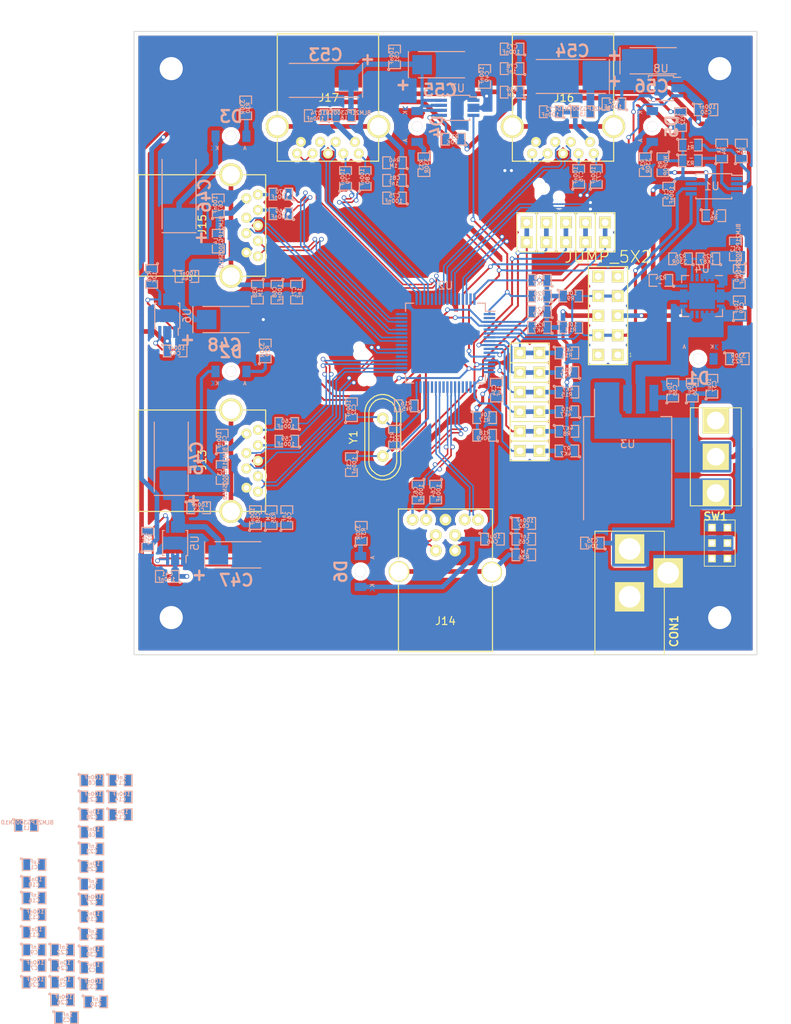
<source format=kicad_pcb>
(kicad_pcb (version 20160815) (host pcbnew "(2016-09-17 revision 679eef1)-makepkg")
  (layers (0 F.Cu signal) (1 In1.Cu signal) (2 In2.Cu signal) (31 B.Cu signal) (34 B.Paste user) (35 F.Paste user) (36 B.SilkS user) (37 F.SilkS user) (38 B.Mask user) (39 F.Mask user) (44 Edge.Cuts user))
  (net 0 "")
  (net 1 /IO3V3)
  (net 2 GND)
  (net 3 /IO1V1)
  (net 4 "Net-(C10-Pad2)")
  (net 5 +3V3)
  (net 6 "Net-(C31-Pad1)")
  (net 7 "Net-(C32-Pad1)")
  (net 8 "Net-(C34-Pad1)")
  (net 9 "Net-(C35-Pad1)")
  (net 10 +5V)
  (net 11 "Net-(C38-Pad1)")
  (net 12 +1V1)
  (net 13 "/DOWNSTREAM PORT POWER SWITCHES/OVERCUR1Z_TDI")
  (net 14 "/DOWNSTREAM PORT POWER SWITCHES/OVERCUR2Z_TMS")
  (net 15 "/DOWNSTREAM PORT POWER SWITCHES/OVERCUR3Z_TCK")
  (net 16 "/DOWNSTREAM PORT POWER SWITCHES/OVERCUR4Z")
  (net 17 "Net-(C57-Pad1)")
  (net 18 "Net-(C58-Pad1)")
  (net 19 "Net-(C62-Pad1)")
  (net 20 /USBPORT/USB_VBUS_UP)
  (net 21 "Net-(C67-Pad1)")
  (net 22 "Net-(C68-Pad1)")
  (net 23 "Net-(C72-Pad1)")
  (net 24 "Net-(C73-Pad1)")
  (net 25 "Net-(C74-Pad1)")
  (net 26 "Net-(C75-Pad1)")
  (net 27 "Net-(D1-Pad2)")
  (net 28 "Net-(D2-Pad1)")
  (net 29 "Net-(D3-Pad1)")
  (net 30 "Net-(D4-Pad1)")
  (net 31 "Net-(D5-Pad1)")
  (net 32 "Net-(D6-Pad1)")
  (net 33 /TEST_TRSTZ)
  (net 34 /PWRCTL_POL_TDO)
  (net 35 /GANGED_SMBA2_SH_UP)
  (net 36 /FULLPWRMGMTZ_SMBA1)
  (net 37 /SMBUSZ_SS_SUS)
  (net 38 /AUTOENZ_HS_SUS)
  (net 39 "Net-(J12-Pad1)")
  (net 40 /SCL)
  (net 41 /SDA)
  (net 42 "Net-(R1-Pad2)")
  (net 43 "Net-(R3-Pad2)")
  (net 44 "Net-(R5-Pad2)")
  (net 45 "Net-(R16-Pad1)")
  (net 46 "Net-(R17-Pad1)")
  (net 47 "Net-(R24-Pad1)")
  (net 48 "Net-(R25-Pad2)")
  (net 49 "/DOWNSTREAM PORT POWER SWITCHES/DN1_VBUS")
  (net 50 "/DOWNSTREAM PORT POWER SWITCHES/DN2_VBUS")
  (net 51 "/DOWNSTREAM PORT POWER SWITCHES/DN3_VBUS")
  (net 52 "/DOWNSTREAM PORT POWER SWITCHES/DN4_VBUS")
  (net 53 "Net-(C63-Pad2)")
  (net 54 "Net-(C59-Pad2)")
  (net 55 "Net-(C60-Pad2)")
  (net 56 "Net-(C64-Pad2)")
  (net 57 "Net-(C69-Pad2)")
  (net 58 "Net-(C70-Pad2)")
  (net 59 "Net-(C76-Pad2)")
  (net 60 "Net-(C77-Pad2)")
  (net 61 "Net-(C79-Pad2)")
  (net 62 "Net-(C80-Pad2)")
  (net 63 /USBPORT/USB_SSTXM_DN1+)
  (net 64 /USBPORT/USB_SSTXM_DN1-)
  (net 65 /USBPORT/USB_SSTXM_UP+)
  (net 66 /USBPORT/USB_SSTXM_UP-)
  (net 67 /USBPORT/USB_SSTXM_DN2+)
  (net 68 /USBPORT/USB_SSTXM_DN2-)
  (net 69 /USBPORT/USB_SSTXM_DN4+)
  (net 70 /USBPORT/USB_SSTXM_DN4-)
  (net 71 /USBPORT/USB_SSTXM_DN3+)
  (net 72 /USBPORT/USB_SSTXM_DN3-)
  (net 73 /USBPORT/USB_SSRXM_DN1-)
  (net 74 /USBPORT/USB_SSRXM_DN1+)
  (net 75 /USBPORT/USB_DM_DN1-)
  (net 76 /USBPORT/USB_DM_DN1+)
  (net 77 /USBPORT/USB_SSRXM_UP+)
  (net 78 /USBPORT/USB_SSRXM_UP-)
  (net 79 /USBPORT/USB_DM_UP+)
  (net 80 /USBPORT/USB_DM_UP-)
  (net 81 /USBPORT/USB_SSRXM_DN2-)
  (net 82 /USBPORT/USB_SSRXM_DN2+)
  (net 83 /USBPORT/USB_DM_DN2-)
  (net 84 /USBPORT/USB_DM_DN2+)
  (net 85 /USBPORT/USB_SSRXM_DN4-)
  (net 86 /USBPORT/USB_SSRXM_DN4+)
  (net 87 /USBPORT/USB_DM_DN4-)
  (net 88 /USBPORT/USB_DM_DN4+)
  (net 89 /USBPORT/USB_SSRXM_DN3-)
  (net 90 /USBPORT/USB_SSRXM_DN3+)
  (net 91 /USBPORT/USB_DM_DN3-)
  (net 92 /USBPORT/USB_DM_DN3+)
  (net 93 "/DOWNSTREAM PORT POWER SWITCHES/PWRON4_BATEN4")
  (net 94 "/DOWNSTREAM PORT POWER SWITCHES/PWRON3_BATEN3")
  (net 95 "/DOWNSTREAM PORT POWER SWITCHES/PWRON2_BATEN2")
  (net 96 "/DOWNSTREAM PORT POWER SWITCHES/PWRON1_BATEN1")
  (module Mlab_Con:USB3_0_B (layer F.Cu) (at 34.62 -11.049)
    (fp_text reference J14 (at 6.0198 6.4145) (layer F.SilkS))
    (fp_text value USB3_B)
    (pad 5 thru_hole circle (at 1.75 -6.71 180) (size 1.524 1.524) (drill 0.8128) (layers *.Cu *.Mask F.SilkS) (net 53 "Net-(C63-Pad2)"))
    (pad 6 thru_hole circle (at 3.52 -6.71 180) (size 1.524 1.524) (drill 0.8128) (layers *.Cu *.Mask F.SilkS) (net 56 "Net-(C64-Pad2)"))
    (pad 7 thru_hole circle (at 6.02 -6.71 180) (size 1.524 1.524) (drill 0.8128) (layers *.Cu *.Mask F.SilkS) (net 2 GND))
    (pad 8 thru_hole circle (at 8.52 -6.71 180) (size 1.524 1.524) (drill 0.8128) (layers *.Cu *.Mask F.SilkS) (net 77 /USBPORT/USB_SSRXM_UP+))
    (pad 9 thru_hole circle (at 10.25 -6.71 180) (size 1.524 1.524) (drill 0.8128) (layers *.Cu *.Mask F.SilkS) (net 78 /USBPORT/USB_SSRXM_UP-))
    (pad 2 thru_hole circle (at 4.77 -4.71 180) (size 1.524 1.524) (drill 0.8128) (layers *.Cu *.Mask F.SilkS) (net 79 /USBPORT/USB_DM_UP+))
    (pad 1 thru_hole circle (at 7.27 -4.71 180) (size 1.524 1.524) (drill 0.8128) (layers *.Cu *.Mask F.SilkS) (net 20 /USBPORT/USB_VBUS_UP))
    (pad 4 thru_hole circle (at 7.27 -2.71 180) (size 1.524 1.524) (drill 0.8128) (layers *.Cu *.Mask F.SilkS) (net 2 GND))
    (pad 3 thru_hole circle (at 4.77 -2.71 180) (size 1.524 1.524) (drill 0.8128) (layers *.Cu *.Mask F.SilkS) (net 80 /USBPORT/USB_DM_UP-))
    (pad 10 thru_hole circle (at 0 0 180) (size 2.70002 2.70002) (drill 2.30124) (layers *.Cu *.Mask F.SilkS) (net 19 "Net-(C62-Pad1)"))
    (pad 10 thru_hole circle (at 12.01928 0.0645 180) (size 2.70002 2.70002) (drill 2.30124) (layers *.Cu *.Mask F.SilkS) (net 19 "Net-(C62-Pad1)"))
  )
  (module Mlab_IO:HTQFP-64_10x10mm_Pitch0.5mm (layer B.Cu) (at 40.64 -40.64 180)
    (fp_text reference U2 (at 0 7.45 180) (layer B.SilkS) (effects (justify mirror)))
    (fp_text value TUSB8041IPAPRQ1)
    (pad 65 smd rect (at 0 0 90) (size 5 5) (layers B.Cu B.Paste B.Mask) (net 2 GND))
    (pad 1 smd rect (at -5.7 3.75 180) (size 1.5 0.3) (layers B.Cu B.Paste B.Mask) (net 94 "/DOWNSTREAM PORT POWER SWITCHES/PWRON3_BATEN3"))
    (pad 2 smd rect (at -5.7 3.25 180) (size 1.5 0.3) (layers B.Cu B.Paste B.Mask) (net 1 /IO3V3))
    (pad 3 smd rect (at -5.7 2.75 180) (size 1.5 0.3) (layers B.Cu B.Paste B.Mask) (net 95 "/DOWNSTREAM PORT POWER SWITCHES/PWRON2_BATEN2"))
    (pad 4 smd rect (at -5.7 2.25 180) (size 1.5 0.3) (layers B.Cu B.Paste B.Mask) (net 96 "/DOWNSTREAM PORT POWER SWITCHES/PWRON1_BATEN1"))
    (pad 5 smd rect (at -5.7 1.75 180) (size 1.5 0.3) (layers B.Cu B.Paste B.Mask) (net 41 /SDA))
    (pad 6 smd rect (at -5.7 1.25 180) (size 1.5 0.3) (layers B.Cu B.Paste B.Mask) (net 40 /SCL))
    (pad 7 smd rect (at -5.7 0.75 180) (size 1.5 0.3) (layers B.Cu B.Paste B.Mask) (net 37 /SMBUSZ_SS_SUS))
    (pad 8 smd rect (at -5.7 0.25 180) (size 1.5 0.3) (layers B.Cu B.Paste B.Mask) (net 36 /FULLPWRMGMTZ_SMBA1))
    (pad 9 smd rect (at -5.7 -0.25 180) (size 1.5 0.3) (layers B.Cu B.Paste B.Mask) (net 34 /PWRCTL_POL_TDO))
    (pad 10 smd rect (at -5.7 -0.75 180) (size 1.5 0.3) (layers B.Cu B.Paste B.Mask) (net 35 /GANGED_SMBA2_SH_UP))
    (pad 11 smd rect (at -5.7 -1.25 180) (size 1.5 0.3) (layers B.Cu B.Paste B.Mask) (net 16 "/DOWNSTREAM PORT POWER SWITCHES/OVERCUR4Z"))
    (pad 12 smd rect (at -5.7 -1.75 180) (size 1.5 0.3) (layers B.Cu B.Paste B.Mask) (net 15 "/DOWNSTREAM PORT POWER SWITCHES/OVERCUR3Z_TCK"))
    (pad 13 smd rect (at -5.7 -2.25 180) (size 1.5 0.3) (layers B.Cu B.Paste B.Mask) (net 38 /AUTOENZ_HS_SUS))
    (pad 14 smd rect (at -5.7 -2.75 180) (size 1.5 0.3) (layers B.Cu B.Paste B.Mask) (net 13 "/DOWNSTREAM PORT POWER SWITCHES/OVERCUR1Z_TDI"))
    (pad 15 smd rect (at -5.7 -3.25 180) (size 1.5 0.3) (layers B.Cu B.Paste B.Mask) (net 14 "/DOWNSTREAM PORT POWER SWITCHES/OVERCUR2Z_TMS"))
    (pad 16 smd rect (at -5.7 -3.75 180) (size 1.5 0.3) (layers B.Cu B.Paste B.Mask) (net 46 "Net-(R17-Pad1)"))
    (pad 17 smd rect (at -3.75 -5.7 90) (size 1.5 0.3) (layers B.Cu B.Paste B.Mask) (net 33 /TEST_TRSTZ))
    (pad 18 smd rect (at -3.25 -5.7 90) (size 1.5 0.3) (layers B.Cu B.Paste B.Mask) (net 8 "Net-(C34-Pad1)"))
    (pad 19 smd rect (at -2.75 -5.7 90) (size 1.5 0.3) (layers B.Cu B.Paste B.Mask) (net 3 /IO1V1))
    (pad 20 smd rect (at -2.25 -5.7 90) (size 1.5 0.3) (layers B.Cu B.Paste B.Mask) (net 1 /IO3V3))
    (pad 21 smd rect (at -1.75 -5.7 90) (size 1.5 0.3) (layers B.Cu B.Paste B.Mask) (net 80 /USBPORT/USB_DM_UP-))
    (pad 22 smd rect (at -1.25 -5.7 90) (size 1.5 0.3) (layers B.Cu B.Paste B.Mask) (net 79 /USBPORT/USB_DM_UP+))
    (pad 23 smd rect (at -0.75 -5.7 90) (size 1.5 0.3) (layers B.Cu B.Paste B.Mask) (net 66 /USBPORT/USB_SSTXM_UP-))
    (pad 24 smd rect (at -0.25 -5.7 90) (size 1.5 0.3) (layers B.Cu B.Paste B.Mask) (net 65 /USBPORT/USB_SSTXM_UP+))
    (pad 25 smd rect (at 0.25 -5.7 90) (size 1.5 0.3) (layers B.Cu B.Paste B.Mask) (net 3 /IO1V1))
    (pad 26 smd rect (at 0.75 -5.7 90) (size 1.5 0.3) (layers B.Cu B.Paste B.Mask) (net 78 /USBPORT/USB_SSRXM_UP-))
    (pad 27 smd rect (at 1.25 -5.7 90) (size 1.5 0.3) (layers B.Cu B.Paste B.Mask) (net 77 /USBPORT/USB_SSRXM_UP+))
    (pad 28 smd rect (at 1.75 -5.7 90) (size 1.5 0.3) (layers B.Cu B.Paste B.Mask))
    (pad 29 smd rect (at 2.25 -5.7 90) (size 1.5 0.3) (layers B.Cu B.Paste B.Mask) (net 6 "Net-(C31-Pad1)"))
    (pad 30 smd rect (at 2.75 -5.7 90) (size 1.5 0.3) (layers B.Cu B.Paste B.Mask) (net 7 "Net-(C32-Pad1)"))
    (pad 31 smd rect (at 3.25 -5.7 90) (size 1.5 0.3) (layers B.Cu B.Paste B.Mask) (net 1 /IO3V3))
    (pad 32 smd rect (at 3.75 -5.7 90) (size 1.5 0.3) (layers B.Cu B.Paste B.Mask) (net 45 "Net-(R16-Pad1)"))
    (pad 33 smd rect (at 5.7 -3.75 180) (size 1.5 0.3) (layers B.Cu B.Paste B.Mask) (net 75 /USBPORT/USB_DM_DN1-))
    (pad 34 smd rect (at 5.7 -3.25 180) (size 1.5 0.3) (layers B.Cu B.Paste B.Mask) (net 76 /USBPORT/USB_DM_DN1+))
    (pad 35 smd rect (at 5.7 -2.75 180) (size 1.5 0.3) (layers B.Cu B.Paste B.Mask) (net 64 /USBPORT/USB_SSTXM_DN1-))
    (pad 36 smd rect (at 5.7 -2.25 180) (size 1.5 0.3) (layers B.Cu B.Paste B.Mask) (net 63 /USBPORT/USB_SSTXM_DN1+))
    (pad 37 smd rect (at 5.7 -1.75 180) (size 1.5 0.3) (layers B.Cu B.Paste B.Mask) (net 3 /IO1V1))
    (pad 38 smd rect (at 5.7 -1.25 180) (size 1.5 0.3) (layers B.Cu B.Paste B.Mask) (net 73 /USBPORT/USB_SSRXM_DN1-))
    (pad 39 smd rect (at 5.7 -0.75 180) (size 1.5 0.3) (layers B.Cu B.Paste B.Mask) (net 74 /USBPORT/USB_SSRXM_DN1+))
    (pad 40 smd rect (at 5.7 -0.25 180) (size 1.5 0.3) (layers B.Cu B.Paste B.Mask))
    (pad 41 smd rect (at 5.7 0.25 180) (size 1.5 0.3) (layers B.Cu B.Paste B.Mask) (net 83 /USBPORT/USB_DM_DN2-))
    (pad 42 smd rect (at 5.7 0.75 180) (size 1.5 0.3) (layers B.Cu B.Paste B.Mask) (net 84 /USBPORT/USB_DM_DN2+))
    (pad 43 smd rect (at 5.7 1.25 180) (size 1.5 0.3) (layers B.Cu B.Paste B.Mask) (net 68 /USBPORT/USB_SSTXM_DN2-))
    (pad 44 smd rect (at 5.7 1.75 180) (size 1.5 0.3) (layers B.Cu B.Paste B.Mask) (net 67 /USBPORT/USB_SSTXM_DN2+))
    (pad 45 smd rect (at 5.7 2.25 180) (size 1.5 0.3) (layers B.Cu B.Paste B.Mask) (net 3 /IO1V1))
    (pad 46 smd rect (at 5.7 2.75 180) (size 1.5 0.3) (layers B.Cu B.Paste B.Mask) (net 81 /USBPORT/USB_SSRXM_DN2-))
    (pad 47 smd rect (at 5.7 3.25 180) (size 1.5 0.3) (layers B.Cu B.Paste B.Mask) (net 82 /USBPORT/USB_SSRXM_DN2+))
    (pad 48 smd rect (at 5.7 3.75 180) (size 1.5 0.3) (layers B.Cu B.Paste B.Mask) (net 1 /IO3V3))
    (pad 49 smd rect (at 3.75 5.7 90) (size 1.5 0.3) (layers B.Cu B.Paste B.Mask) (net 91 /USBPORT/USB_DM_DN3-))
    (pad 50 smd rect (at 3.25 5.7 90) (size 1.5 0.3) (layers B.Cu B.Paste B.Mask) (net 92 /USBPORT/USB_DM_DN3+))
    (pad 51 smd rect (at 2.75 5.7 90) (size 1.5 0.3) (layers B.Cu B.Paste B.Mask) (net 72 /USBPORT/USB_SSTXM_DN3-))
    (pad 52 smd rect (at 2.25 5.7 90) (size 1.5 0.3) (layers B.Cu B.Paste B.Mask) (net 71 /USBPORT/USB_SSTXM_DN3+))
    (pad 53 smd rect (at 1.75 5.7 90) (size 1.5 0.3) (layers B.Cu B.Paste B.Mask) (net 3 /IO1V1))
    (pad 54 smd rect (at 1.25 5.7 90) (size 1.5 0.3) (layers B.Cu B.Paste B.Mask) (net 89 /USBPORT/USB_SSRXM_DN3-))
    (pad 55 smd rect (at 0.75 5.7 90) (size 1.5 0.3) (layers B.Cu B.Paste B.Mask) (net 90 /USBPORT/USB_SSRXM_DN3+))
    (pad 56 smd rect (at 0.25 5.7 90) (size 1.5 0.3) (layers B.Cu B.Paste B.Mask) (net 87 /USBPORT/USB_DM_DN4-))
    (pad 57 smd rect (at -0.25 5.7 90) (size 1.5 0.3) (layers B.Cu B.Paste B.Mask) (net 88 /USBPORT/USB_DM_DN4+))
    (pad 58 smd rect (at -0.75 5.7 90) (size 1.5 0.3) (layers B.Cu B.Paste B.Mask) (net 70 /USBPORT/USB_SSTXM_DN4-))
    (pad 59 smd rect (at -1.25 5.7 90) (size 1.5 0.3) (layers B.Cu B.Paste B.Mask) (net 69 /USBPORT/USB_SSTXM_DN4+))
    (pad 60 smd rect (at -1.75 5.7 90) (size 1.5 0.3) (layers B.Cu B.Paste B.Mask) (net 3 /IO1V1))
    (pad 61 smd rect (at -2.25 5.7 90) (size 1.5 0.3) (layers B.Cu B.Paste B.Mask) (net 85 /USBPORT/USB_SSRXM_DN4-))
    (pad 62 smd rect (at -2.75 5.7 90) (size 1.5 0.3) (layers B.Cu B.Paste B.Mask) (net 86 /USBPORT/USB_SSRXM_DN4+))
    (pad 63 smd rect (at -3.25 5.7 90) (size 1.5 0.3) (layers B.Cu B.Paste B.Mask) (net 3 /IO1V1))
    (pad 64 smd rect (at -3.75 5.7 90) (size 1.5 0.3) (layers B.Cu B.Paste B.Mask) (net 93 "/DOWNSTREAM PORT POWER SWITCHES/PWRON4_BATEN4"))
  )
  (module Mlab_R:SMD-0805 (layer B.Cu) (at -12.7 26.924)
    (fp_text reference C1 (at 0 0.3175) (layer B.SilkS) (effects (font (size 0.50038 0.50038) (thickness 0.10922)) (justify mirror)))
    (fp_text value 1uF (at 0.127 -0.381) (layer B.SilkS) (effects (font (size 0.50038 0.50038) (thickness 0.10922)) (justify mirror)))
    (pad 1 smd rect (at -0.9525 0) (size 0.889 1.397) (layers B.Cu B.Paste B.Mask) (net 1 /IO3V3))
    (pad 2 smd rect (at 0.9525 0) (size 0.889 1.397) (layers B.Cu B.Paste B.Mask) (net 2 GND))
  )
  (module Mlab_R:SMD-0805 (layer B.Cu) (at -5.207 40.259)
    (fp_text reference C2 (at 0 0.3175) (layer B.SilkS) (effects (font (size 0.50038 0.50038) (thickness 0.10922)) (justify mirror)))
    (fp_text value 10uF (at 0.127 -0.381) (layer B.SilkS) (effects (font (size 0.50038 0.50038) (thickness 0.10922)) (justify mirror)))
    (pad 1 smd rect (at -0.9525 0) (size 0.889 1.397) (layers B.Cu B.Paste B.Mask) (net 3 /IO1V1))
    (pad 2 smd rect (at 0.9525 0) (size 0.889 1.397) (layers B.Cu B.Paste B.Mask) (net 4 "Net-(C10-Pad2)"))
  )
  (module Mlab_R:SMD-0805 (layer B.Cu) (at -8.509 46.736)
    (fp_text reference C3 (at 0 0.3175) (layer B.SilkS) (effects (font (size 0.50038 0.50038) (thickness 0.10922)) (justify mirror)))
    (fp_text value 1nF (at 0.127 -0.381) (layer B.SilkS) (effects (font (size 0.50038 0.50038) (thickness 0.10922)) (justify mirror)))
    (pad 1 smd rect (at -0.9525 0) (size 0.889 1.397) (layers B.Cu B.Paste B.Mask) (net 1 /IO3V3))
    (pad 2 smd rect (at 0.9525 0) (size 0.889 1.397) (layers B.Cu B.Paste B.Mask) (net 2 GND))
  )
  (module Mlab_R:SMD-0805 (layer B.Cu) (at -5.207 29.464)
    (fp_text reference C4 (at 0 0.3175) (layer B.SilkS) (effects (font (size 0.50038 0.50038) (thickness 0.10922)) (justify mirror)))
    (fp_text value 1nF (at 0.127 -0.381) (layer B.SilkS) (effects (font (size 0.50038 0.50038) (thickness 0.10922)) (justify mirror)))
    (pad 1 smd rect (at -0.9525 0) (size 0.889 1.397) (layers B.Cu B.Paste B.Mask) (net 3 /IO1V1))
    (pad 2 smd rect (at 0.9525 0) (size 0.889 1.397) (layers B.Cu B.Paste B.Mask) (net 4 "Net-(C10-Pad2)"))
  )
  (module Mlab_R:SMD-0805 (layer B.Cu) (at -9.017 42.164)
    (fp_text reference C5 (at 0 0.3175) (layer B.SilkS) (effects (font (size 0.50038 0.50038) (thickness 0.10922)) (justify mirror)))
    (fp_text value 10nF (at 0.127 -0.381) (layer B.SilkS) (effects (font (size 0.50038 0.50038) (thickness 0.10922)) (justify mirror)))
    (pad 1 smd rect (at -0.9525 0) (size 0.889 1.397) (layers B.Cu B.Paste B.Mask) (net 1 /IO3V3))
    (pad 2 smd rect (at 0.9525 0) (size 0.889 1.397) (layers B.Cu B.Paste B.Mask) (net 2 GND))
  )
  (module Mlab_R:SMD-0805 (layer B.Cu) (at -5.207 22.733)
    (fp_text reference C6 (at 0 0.3175) (layer B.SilkS) (effects (font (size 0.50038 0.50038) (thickness 0.10922)) (justify mirror)))
    (fp_text value 10nF (at 0.127 -0.381) (layer B.SilkS) (effects (font (size 0.50038 0.50038) (thickness 0.10922)) (justify mirror)))
    (pad 1 smd rect (at -0.9525 0) (size 0.889 1.397) (layers B.Cu B.Paste B.Mask) (net 3 /IO1V1))
    (pad 2 smd rect (at 0.9525 0) (size 0.889 1.397) (layers B.Cu B.Paste B.Mask) (net 4 "Net-(C10-Pad2)"))
  )
  (module Mlab_R:SMD-0805 (layer B.Cu) (at -12.7 40.005)
    (fp_text reference C7 (at 0 0.3175) (layer B.SilkS) (effects (font (size 0.50038 0.50038) (thickness 0.10922)) (justify mirror)))
    (fp_text value 100nF (at 0.127 -0.381) (layer B.SilkS) (effects (font (size 0.50038 0.50038) (thickness 0.10922)) (justify mirror)))
    (pad 1 smd rect (at -0.9525 0) (size 0.889 1.397) (layers B.Cu B.Paste B.Mask) (net 1 /IO3V3))
    (pad 2 smd rect (at 0.9525 0) (size 0.889 1.397) (layers B.Cu B.Paste B.Mask) (net 2 GND))
  )
  (module Mlab_R:SMD-0805 (layer B.Cu) (at -5.207 16.002)
    (fp_text reference C8 (at 0 0.3175) (layer B.SilkS) (effects (font (size 0.50038 0.50038) (thickness 0.10922)) (justify mirror)))
    (fp_text value 100nF (at 0.127 -0.381) (layer B.SilkS) (effects (font (size 0.50038 0.50038) (thickness 0.10922)) (justify mirror)))
    (pad 1 smd rect (at -0.9525 0) (size 0.889 1.397) (layers B.Cu B.Paste B.Mask) (net 3 /IO1V1))
    (pad 2 smd rect (at 0.9525 0) (size 0.889 1.397) (layers B.Cu B.Paste B.Mask) (net 4 "Net-(C10-Pad2)"))
  )
  (module Mlab_R:SMD-0805 (layer B.Cu) (at -12.7 37.973)
    (fp_text reference C9 (at 0 0.3175) (layer B.SilkS) (effects (font (size 0.50038 0.50038) (thickness 0.10922)) (justify mirror)))
    (fp_text value 1nF (at 0.127 -0.381) (layer B.SilkS) (effects (font (size 0.50038 0.50038) (thickness 0.10922)) (justify mirror)))
    (pad 1 smd rect (at -0.9525 0) (size 0.889 1.397) (layers B.Cu B.Paste B.Mask) (net 1 /IO3V3))
    (pad 2 smd rect (at 0.9525 0) (size 0.889 1.397) (layers B.Cu B.Paste B.Mask) (net 2 GND))
  )
  (module Mlab_R:SMD-0805 (layer B.Cu) (at -4.699 44.704)
    (fp_text reference C10 (at 0 0.3175) (layer B.SilkS) (effects (font (size 0.50038 0.50038) (thickness 0.10922)) (justify mirror)))
    (fp_text value 1nF (at 0.127 -0.381) (layer B.SilkS) (effects (font (size 0.50038 0.50038) (thickness 0.10922)) (justify mirror)))
    (pad 1 smd rect (at -0.9525 0) (size 0.889 1.397) (layers B.Cu B.Paste B.Mask) (net 3 /IO1V1))
    (pad 2 smd rect (at 0.9525 0) (size 0.889 1.397) (layers B.Cu B.Paste B.Mask) (net 4 "Net-(C10-Pad2)"))
  )
  (module Mlab_R:SMD-0805 (layer B.Cu) (at -12.7 35.687)
    (fp_text reference C11 (at 0 0.3175) (layer B.SilkS) (effects (font (size 0.50038 0.50038) (thickness 0.10922)) (justify mirror)))
    (fp_text value 10nF (at 0.127 -0.381) (layer B.SilkS) (effects (font (size 0.50038 0.50038) (thickness 0.10922)) (justify mirror)))
    (pad 1 smd rect (at -0.9525 0) (size 0.889 1.397) (layers B.Cu B.Paste B.Mask) (net 1 /IO3V3))
    (pad 2 smd rect (at 0.9525 0) (size 0.889 1.397) (layers B.Cu B.Paste B.Mask) (net 2 GND))
  )
  (module Mlab_R:SMD-0805 (layer B.Cu) (at -1.524 20.447)
    (fp_text reference C12 (at 0 0.3175) (layer B.SilkS) (effects (font (size 0.50038 0.50038) (thickness 0.10922)) (justify mirror)))
    (fp_text value 10nF (at 0.127 -0.381) (layer B.SilkS) (effects (font (size 0.50038 0.50038) (thickness 0.10922)) (justify mirror)))
    (pad 1 smd rect (at -0.9525 0) (size 0.889 1.397) (layers B.Cu B.Paste B.Mask) (net 3 /IO1V1))
    (pad 2 smd rect (at 0.9525 0) (size 0.889 1.397) (layers B.Cu B.Paste B.Mask) (net 4 "Net-(C10-Pad2)"))
  )
  (module Mlab_R:SMD-0805 (layer B.Cu) (at -12.7 33.401)
    (fp_text reference C13 (at 0 0.3175) (layer B.SilkS) (effects (font (size 0.50038 0.50038) (thickness 0.10922)) (justify mirror)))
    (fp_text value 100nF (at 0.127 -0.381) (layer B.SilkS) (effects (font (size 0.50038 0.50038) (thickness 0.10922)) (justify mirror)))
    (pad 1 smd rect (at -0.9525 0) (size 0.889 1.397) (layers B.Cu B.Paste B.Mask) (net 1 /IO3V3))
    (pad 2 smd rect (at 0.9525 0) (size 0.889 1.397) (layers B.Cu B.Paste B.Mask) (net 2 GND))
  )
  (module Mlab_R:SMD-0805 (layer B.Cu) (at -1.524 18.161)
    (fp_text reference C14 (at 0 0.3175) (layer B.SilkS) (effects (font (size 0.50038 0.50038) (thickness 0.10922)) (justify mirror)))
    (fp_text value 100nF (at 0.127 -0.381) (layer B.SilkS) (effects (font (size 0.50038 0.50038) (thickness 0.10922)) (justify mirror)))
    (pad 1 smd rect (at -0.9525 0) (size 0.889 1.397) (layers B.Cu B.Paste B.Mask) (net 3 /IO1V1))
    (pad 2 smd rect (at 0.9525 0) (size 0.889 1.397) (layers B.Cu B.Paste B.Mask) (net 4 "Net-(C10-Pad2)"))
  )
  (module Mlab_R:SMD-0805 (layer B.Cu) (at 69.596 -59.944 270)
    (fp_text reference C15 (at 0 0.3175 270) (layer B.SilkS) (effects (font (size 0.50038 0.50038) (thickness 0.10922)) (justify mirror)))
    (fp_text value 100nF (at 0.127 -0.381 270) (layer B.SilkS) (effects (font (size 0.50038 0.50038) (thickness 0.10922)) (justify mirror)))
    (pad 1 smd rect (at -0.9525 0 270) (size 0.889 1.397) (layers B.Cu B.Paste B.Mask) (net 5 +3V3))
    (pad 2 smd rect (at 0.9525 0 270) (size 0.889 1.397) (layers B.Cu B.Paste B.Mask) (net 2 GND))
  )
  (module Mlab_R:SMD-0805 (layer B.Cu) (at -12.7 31.242)
    (fp_text reference C16 (at 0 0.3175) (layer B.SilkS) (effects (font (size 0.50038 0.50038) (thickness 0.10922)) (justify mirror)))
    (fp_text value 1nF (at 0.127 -0.381) (layer B.SilkS) (effects (font (size 0.50038 0.50038) (thickness 0.10922)) (justify mirror)))
    (pad 1 smd rect (at -0.9525 0) (size 0.889 1.397) (layers B.Cu B.Paste B.Mask) (net 1 /IO3V3))
    (pad 2 smd rect (at 0.9525 0) (size 0.889 1.397) (layers B.Cu B.Paste B.Mask) (net 2 GND))
  )
  (module Mlab_R:SMD-0805 (layer B.Cu) (at -1.524 16.002)
    (fp_text reference C17 (at 0 0.3175) (layer B.SilkS) (effects (font (size 0.50038 0.50038) (thickness 0.10922)) (justify mirror)))
    (fp_text value 1nF (at 0.127 -0.381) (layer B.SilkS) (effects (font (size 0.50038 0.50038) (thickness 0.10922)) (justify mirror)))
    (pad 1 smd rect (at -0.9525 0) (size 0.889 1.397) (layers B.Cu B.Paste B.Mask) (net 3 /IO1V1))
    (pad 2 smd rect (at 0.9525 0) (size 0.889 1.397) (layers B.Cu B.Paste B.Mask) (net 4 "Net-(C10-Pad2)"))
  )
  (module Mlab_R:SMD-0805 (layer B.Cu) (at -12.7 29.21)
    (fp_text reference C18 (at 0 0.3175) (layer B.SilkS) (effects (font (size 0.50038 0.50038) (thickness 0.10922)) (justify mirror)))
    (fp_text value 10nF (at 0.127 -0.381) (layer B.SilkS) (effects (font (size 0.50038 0.50038) (thickness 0.10922)) (justify mirror)))
    (pad 1 smd rect (at -0.9525 0) (size 0.889 1.397) (layers B.Cu B.Paste B.Mask) (net 1 /IO3V3))
    (pad 2 smd rect (at 0.9525 0) (size 0.889 1.397) (layers B.Cu B.Paste B.Mask) (net 2 GND))
  )
  (module Mlab_R:SMD-0805 (layer B.Cu) (at -5.207 33.655)
    (fp_text reference C19 (at 0 0.3175) (layer B.SilkS) (effects (font (size 0.50038 0.50038) (thickness 0.10922)) (justify mirror)))
    (fp_text value 10nF (at 0.127 -0.381) (layer B.SilkS) (effects (font (size 0.50038 0.50038) (thickness 0.10922)) (justify mirror)))
    (pad 1 smd rect (at -0.9525 0) (size 0.889 1.397) (layers B.Cu B.Paste B.Mask) (net 3 /IO1V1))
    (pad 2 smd rect (at 0.9525 0) (size 0.889 1.397) (layers B.Cu B.Paste B.Mask) (net 4 "Net-(C10-Pad2)"))
  )
  (module Mlab_R:SMD-0805 (layer B.Cu) (at -12.7 42.164)
    (fp_text reference C20 (at 0 0.3175) (layer B.SilkS) (effects (font (size 0.50038 0.50038) (thickness 0.10922)) (justify mirror)))
    (fp_text value 100nF (at 0.127 -0.381) (layer B.SilkS) (effects (font (size 0.50038 0.50038) (thickness 0.10922)) (justify mirror)))
    (pad 1 smd rect (at -0.9525 0) (size 0.889 1.397) (layers B.Cu B.Paste B.Mask) (net 1 /IO3V3))
    (pad 2 smd rect (at 0.9525 0) (size 0.889 1.397) (layers B.Cu B.Paste B.Mask) (net 2 GND))
  )
  (module Mlab_R:SMD-0805 (layer B.Cu) (at -5.207 18.161)
    (fp_text reference C21 (at 0 0.3175) (layer B.SilkS) (effects (font (size 0.50038 0.50038) (thickness 0.10922)) (justify mirror)))
    (fp_text value 100nF (at 0.127 -0.381) (layer B.SilkS) (effects (font (size 0.50038 0.50038) (thickness 0.10922)) (justify mirror)))
    (pad 1 smd rect (at -0.9525 0) (size 0.889 1.397) (layers B.Cu B.Paste B.Mask) (net 3 /IO1V1))
    (pad 2 smd rect (at 0.9525 0) (size 0.889 1.397) (layers B.Cu B.Paste B.Mask) (net 4 "Net-(C10-Pad2)"))
  )
  (module Mlab_R:SMD-0805 (layer B.Cu) (at -9.017 37.973)
    (fp_text reference C22 (at 0 0.3175) (layer B.SilkS) (effects (font (size 0.50038 0.50038) (thickness 0.10922)) (justify mirror)))
    (fp_text value 1nF (at 0.127 -0.381) (layer B.SilkS) (effects (font (size 0.50038 0.50038) (thickness 0.10922)) (justify mirror)))
    (pad 1 smd rect (at -0.9525 0) (size 0.889 1.397) (layers B.Cu B.Paste B.Mask) (net 1 /IO3V3))
    (pad 2 smd rect (at 0.9525 0) (size 0.889 1.397) (layers B.Cu B.Paste B.Mask) (net 2 GND))
  )
  (module Mlab_R:SMD-0805 (layer B.Cu) (at -5.207 24.892)
    (fp_text reference C23 (at 0 0.3175) (layer B.SilkS) (effects (font (size 0.50038 0.50038) (thickness 0.10922)) (justify mirror)))
    (fp_text value 1nF (at 0.127 -0.381) (layer B.SilkS) (effects (font (size 0.50038 0.50038) (thickness 0.10922)) (justify mirror)))
    (pad 1 smd rect (at -0.9525 0) (size 0.889 1.397) (layers B.Cu B.Paste B.Mask) (net 3 /IO1V1))
    (pad 2 smd rect (at 0.9525 0) (size 0.889 1.397) (layers B.Cu B.Paste B.Mask) (net 4 "Net-(C10-Pad2)"))
  )
  (module Mlab_R:SMD-0805 (layer B.Cu) (at -9.017 40.005)
    (fp_text reference C24 (at 0 0.3175) (layer B.SilkS) (effects (font (size 0.50038 0.50038) (thickness 0.10922)) (justify mirror)))
    (fp_text value 10nF (at 0.127 -0.381) (layer B.SilkS) (effects (font (size 0.50038 0.50038) (thickness 0.10922)) (justify mirror)))
    (pad 1 smd rect (at -0.9525 0) (size 0.889 1.397) (layers B.Cu B.Paste B.Mask) (net 1 /IO3V3))
    (pad 2 smd rect (at 0.9525 0) (size 0.889 1.397) (layers B.Cu B.Paste B.Mask) (net 2 GND))
  )
  (module Mlab_R:SMD-0805 (layer B.Cu) (at -5.207 27.178)
    (fp_text reference C25 (at 0 0.3175) (layer B.SilkS) (effects (font (size 0.50038 0.50038) (thickness 0.10922)) (justify mirror)))
    (fp_text value 10nF (at 0.127 -0.381) (layer B.SilkS) (effects (font (size 0.50038 0.50038) (thickness 0.10922)) (justify mirror)))
    (pad 1 smd rect (at -0.9525 0) (size 0.889 1.397) (layers B.Cu B.Paste B.Mask) (net 3 /IO1V1))
    (pad 2 smd rect (at 0.9525 0) (size 0.889 1.397) (layers B.Cu B.Paste B.Mask) (net 4 "Net-(C10-Pad2)"))
  )
  (module Mlab_R:SMD-0805 (layer B.Cu) (at -9.017 44.45)
    (fp_text reference C26 (at 0 0.3175) (layer B.SilkS) (effects (font (size 0.50038 0.50038) (thickness 0.10922)) (justify mirror)))
    (fp_text value 100nF (at 0.127 -0.381) (layer B.SilkS) (effects (font (size 0.50038 0.50038) (thickness 0.10922)) (justify mirror)))
    (pad 1 smd rect (at -0.9525 0) (size 0.889 1.397) (layers B.Cu B.Paste B.Mask) (net 1 /IO3V3))
    (pad 2 smd rect (at 0.9525 0) (size 0.889 1.397) (layers B.Cu B.Paste B.Mask) (net 2 GND))
  )
  (module Mlab_R:SMD-0805 (layer B.Cu) (at -5.207 31.496)
    (fp_text reference C27 (at 0 0.3175) (layer B.SilkS) (effects (font (size 0.50038 0.50038) (thickness 0.10922)) (justify mirror)))
    (fp_text value 100nF (at 0.127 -0.381) (layer B.SilkS) (effects (font (size 0.50038 0.50038) (thickness 0.10922)) (justify mirror)))
    (pad 1 smd rect (at -0.9525 0) (size 0.889 1.397) (layers B.Cu B.Paste B.Mask) (net 3 /IO1V1))
    (pad 2 smd rect (at 0.9525 0) (size 0.889 1.397) (layers B.Cu B.Paste B.Mask) (net 4 "Net-(C10-Pad2)"))
  )
  (module Mlab_R:SMD-0805 (layer B.Cu) (at -5.207 20.447)
    (fp_text reference C28 (at 0 0.3175) (layer B.SilkS) (effects (font (size 0.50038 0.50038) (thickness 0.10922)) (justify mirror)))
    (fp_text value 10uF (at 0.127 -0.381) (layer B.SilkS) (effects (font (size 0.50038 0.50038) (thickness 0.10922)) (justify mirror)))
    (pad 1 smd rect (at -0.9525 0) (size 0.889 1.397) (layers B.Cu B.Paste B.Mask) (net 3 /IO1V1))
    (pad 2 smd rect (at 0.9525 0) (size 0.889 1.397) (layers B.Cu B.Paste B.Mask) (net 4 "Net-(C10-Pad2)"))
  )
  (module Mlab_R:SMD-0805 (layer B.Cu) (at -5.207 35.941)
    (fp_text reference C29 (at 0 0.3175) (layer B.SilkS) (effects (font (size 0.50038 0.50038) (thickness 0.10922)) (justify mirror)))
    (fp_text value 1nF (at 0.127 -0.381) (layer B.SilkS) (effects (font (size 0.50038 0.50038) (thickness 0.10922)) (justify mirror)))
    (pad 1 smd rect (at -0.9525 0) (size 0.889 1.397) (layers B.Cu B.Paste B.Mask) (net 3 /IO1V1))
    (pad 2 smd rect (at 0.9525 0) (size 0.889 1.397) (layers B.Cu B.Paste B.Mask) (net 4 "Net-(C10-Pad2)"))
  )
  (module Mlab_R:SMD-0805 (layer B.Cu) (at -5.207 38.227)
    (fp_text reference C30 (at 0 0.3175) (layer B.SilkS) (effects (font (size 0.50038 0.50038) (thickness 0.10922)) (justify mirror)))
    (fp_text value 10nF (at 0.127 -0.381) (layer B.SilkS) (effects (font (size 0.50038 0.50038) (thickness 0.10922)) (justify mirror)))
    (pad 1 smd rect (at -0.9525 0) (size 0.889 1.397) (layers B.Cu B.Paste B.Mask) (net 3 /IO1V1))
    (pad 2 smd rect (at 0.9525 0) (size 0.889 1.397) (layers B.Cu B.Paste B.Mask) (net 4 "Net-(C10-Pad2)"))
  )
  (module Mlab_R:SMD-0805 (layer B.Cu) (at 28.448 -24.892 270)
    (fp_text reference C31 (at 0 0.3175 270) (layer B.SilkS) (effects (font (size 0.50038 0.50038) (thickness 0.10922)) (justify mirror)))
    (fp_text value 100nF (at 0.127 -0.381 270) (layer B.SilkS) (effects (font (size 0.50038 0.50038) (thickness 0.10922)) (justify mirror)))
    (pad 1 smd rect (at -0.9525 0 270) (size 0.889 1.397) (layers B.Cu B.Paste B.Mask) (net 6 "Net-(C31-Pad1)"))
    (pad 2 smd rect (at 0.9525 0 270) (size 0.889 1.397) (layers B.Cu B.Paste B.Mask) (net 2 GND))
  )
  (module Mlab_R:SMD-0805 (layer B.Cu) (at 28.448 -32.004 90)
    (fp_text reference C32 (at 0 0.3175 90) (layer B.SilkS) (effects (font (size 0.50038 0.50038) (thickness 0.10922)) (justify mirror)))
    (fp_text value 100nF (at 0.127 -0.381 90) (layer B.SilkS) (effects (font (size 0.50038 0.50038) (thickness 0.10922)) (justify mirror)))
    (pad 1 smd rect (at -0.9525 0 90) (size 0.889 1.397) (layers B.Cu B.Paste B.Mask) (net 7 "Net-(C32-Pad1)"))
    (pad 2 smd rect (at 0.9525 0 90) (size 0.889 1.397) (layers B.Cu B.Paste B.Mask) (net 2 GND))
  )
  (module Mlab_R:SMD-0805 (layer B.Cu) (at -5.207 42.418)
    (fp_text reference C33 (at 0 0.3175) (layer B.SilkS) (effects (font (size 0.50038 0.50038) (thickness 0.10922)) (justify mirror)))
    (fp_text value 100nF (at 0.127 -0.381) (layer B.SilkS) (effects (font (size 0.50038 0.50038) (thickness 0.10922)) (justify mirror)))
    (pad 1 smd rect (at -0.9525 0) (size 0.889 1.397) (layers B.Cu B.Paste B.Mask) (net 3 /IO1V1))
    (pad 2 smd rect (at 0.9525 0) (size 0.889 1.397) (layers B.Cu B.Paste B.Mask) (net 4 "Net-(C10-Pad2)"))
  )
  (module Mlab_R:SMD-0805 (layer B.Cu) (at 47.244 -34.544 270)
    (fp_text reference C34 (at 0 0.3175 270) (layer B.SilkS) (effects (font (size 0.50038 0.50038) (thickness 0.10922)) (justify mirror)))
    (fp_text value 1uF (at 0.127 -0.381 270) (layer B.SilkS) (effects (font (size 0.50038 0.50038) (thickness 0.10922)) (justify mirror)))
    (pad 1 smd rect (at -0.9525 0 270) (size 0.889 1.397) (layers B.Cu B.Paste B.Mask) (net 8 "Net-(C34-Pad1)"))
    (pad 2 smd rect (at 0.9525 0 270) (size 0.889 1.397) (layers B.Cu B.Paste B.Mask) (net 2 GND))
  )
  (module Mlab_R:SMD-0805 (layer B.Cu) (at 59.69 -14.732 180)
    (fp_text reference C35 (at 0 0.3175 180) (layer B.SilkS) (effects (font (size 0.50038 0.50038) (thickness 0.10922)) (justify mirror)))
    (fp_text value 10uF (at 0.127 -0.381 180) (layer B.SilkS) (effects (font (size 0.50038 0.50038) (thickness 0.10922)) (justify mirror)))
    (pad 1 smd rect (at -0.9525 0 180) (size 0.889 1.397) (layers B.Cu B.Paste B.Mask) (net 9 "Net-(C35-Pad1)"))
    (pad 2 smd rect (at 0.9525 0 180) (size 0.889 1.397) (layers B.Cu B.Paste B.Mask) (net 2 GND))
  )
  (module Mlab_R:SMD-0805 (layer B.Cu) (at 72.644 -34.544 90)
    (fp_text reference C36 (at 0 0.3175 90) (layer B.SilkS) (effects (font (size 0.50038 0.50038) (thickness 0.10922)) (justify mirror)))
    (fp_text value 10uF (at 0.127 -0.381 90) (layer B.SilkS) (effects (font (size 0.50038 0.50038) (thickness 0.10922)) (justify mirror)))
    (pad 1 smd rect (at -0.9525 0 90) (size 0.889 1.397) (layers B.Cu B.Paste B.Mask) (net 10 +5V))
    (pad 2 smd rect (at 0.9525 0 90) (size 0.889 1.397) (layers B.Cu B.Paste B.Mask) (net 2 GND))
  )
  (module Mlab_R:SMD-0805 (layer B.Cu) (at 75.184 -35.052 90)
    (fp_text reference C37 (at 0 0.3175 90) (layer B.SilkS) (effects (font (size 0.50038 0.50038) (thickness 0.10922)) (justify mirror)))
    (fp_text value 10uF (at 0.127 -0.381 90) (layer B.SilkS) (effects (font (size 0.50038 0.50038) (thickness 0.10922)) (justify mirror)))
    (pad 1 smd rect (at -0.9525 0 90) (size 0.889 1.397) (layers B.Cu B.Paste B.Mask) (net 10 +5V))
    (pad 2 smd rect (at 0.9525 0 90) (size 0.889 1.397) (layers B.Cu B.Paste B.Mask) (net 2 GND))
  )
  (module Mlab_R:SMD-0805 (layer B.Cu) (at 70.104 -34.544 90)
    (fp_text reference C38 (at 0 0.3175 90) (layer B.SilkS) (effects (font (size 0.50038 0.50038) (thickness 0.10922)) (justify mirror)))
    (fp_text value 10uF (at 0.127 -0.381 90) (layer B.SilkS) (effects (font (size 0.50038 0.50038) (thickness 0.10922)) (justify mirror)))
    (pad 1 smd rect (at -0.9525 0 90) (size 0.889 1.397) (layers B.Cu B.Paste B.Mask) (net 11 "Net-(C38-Pad1)"))
    (pad 2 smd rect (at 0.9525 0 90) (size 0.889 1.397) (layers B.Cu B.Paste B.Mask) (net 2 GND))
  )
  (module Mlab_R:SMD-0805 (layer B.Cu) (at 78.74 -45.212 90)
    (fp_text reference C39 (at 0 0.3175 90) (layer B.SilkS) (effects (font (size 0.50038 0.50038) (thickness 0.10922)) (justify mirror)))
    (fp_text value 10uF (at 0.127 -0.381 90) (layer B.SilkS) (effects (font (size 0.50038 0.50038) (thickness 0.10922)) (justify mirror)))
    (pad 1 smd rect (at -0.9525 0 90) (size 0.889 1.397) (layers B.Cu B.Paste B.Mask) (net 5 +3V3))
    (pad 2 smd rect (at 0.9525 0 90) (size 0.889 1.397) (layers B.Cu B.Paste B.Mask) (net 2 GND))
  )
  (module Mlab_R:SMD-0805 (layer B.Cu) (at 78.74 -49.276 270)
    (fp_text reference C40 (at 0 0.3175 270) (layer B.SilkS) (effects (font (size 0.50038 0.50038) (thickness 0.10922)) (justify mirror)))
    (fp_text value 10uF (at 0.127 -0.381 270) (layer B.SilkS) (effects (font (size 0.50038 0.50038) (thickness 0.10922)) (justify mirror)))
    (pad 1 smd rect (at -0.9525 0 270) (size 0.889 1.397) (layers B.Cu B.Paste B.Mask) (net 12 +1V1))
    (pad 2 smd rect (at 0.9525 0 270) (size 0.889 1.397) (layers B.Cu B.Paste B.Mask) (net 2 GND))
  )
  (module Mlab_R:SMD-0805 (layer B.Cu) (at 4.572 -10.414 180)
    (fp_text reference C41 (at 0 0.3175 180) (layer B.SilkS) (effects (font (size 0.50038 0.50038) (thickness 0.10922)) (justify mirror)))
    (fp_text value 100nF (at 0.127 -0.381 180) (layer B.SilkS) (effects (font (size 0.50038 0.50038) (thickness 0.10922)) (justify mirror)))
    (pad 1 smd rect (at -0.9525 0 180) (size 0.889 1.397) (layers B.Cu B.Paste B.Mask) (net 10 +5V))
    (pad 2 smd rect (at 0.9525 0 180) (size 0.889 1.397) (layers B.Cu B.Paste B.Mask) (net 2 GND))
  )
  (module Mlab_R:SMD-0805 (layer B.Cu) (at 5.588 -39.624)
    (fp_text reference C42 (at 0 0.3175) (layer B.SilkS) (effects (font (size 0.50038 0.50038) (thickness 0.10922)) (justify mirror)))
    (fp_text value 100nF (at 0.127 -0.381) (layer B.SilkS) (effects (font (size 0.50038 0.50038) (thickness 0.10922)) (justify mirror)))
    (pad 1 smd rect (at -0.9525 0) (size 0.889 1.397) (layers B.Cu B.Paste B.Mask) (net 10 +5V))
    (pad 2 smd rect (at 0.9525 0) (size 0.889 1.397) (layers B.Cu B.Paste B.Mask) (net 2 GND))
  )
  (module Mlab_R:SMD-0805 (layer B.Cu) (at 8.636 -19.304)
    (fp_text reference C43 (at 0 0.3175) (layer B.SilkS) (effects (font (size 0.50038 0.50038) (thickness 0.10922)) (justify mirror)))
    (fp_text value 100nF (at 0.127 -0.381) (layer B.SilkS) (effects (font (size 0.50038 0.50038) (thickness 0.10922)) (justify mirror)))
    (pad 1 smd rect (at -0.9525 0) (size 0.889 1.397) (layers B.Cu B.Paste B.Mask))
    (pad 2 smd rect (at 0.9525 0) (size 0.889 1.397) (layers B.Cu B.Paste B.Mask) (net 2 GND))
  )
  (module Mlab_R:SMD-0805 (layer B.Cu) (at 7.112 -49.276)
    (fp_text reference C44 (at 0 0.3175) (layer B.SilkS) (effects (font (size 0.50038 0.50038) (thickness 0.10922)) (justify mirror)))
    (fp_text value 100nF (at 0.127 -0.381) (layer B.SilkS) (effects (font (size 0.50038 0.50038) (thickness 0.10922)) (justify mirror)))
    (pad 1 smd rect (at -0.9525 0) (size 0.889 1.397) (layers B.Cu B.Paste B.Mask) (net 50 "/DOWNSTREAM PORT POWER SWITCHES/DN2_VBUS"))
    (pad 2 smd rect (at 0.9525 0) (size 0.889 1.397) (layers B.Cu B.Paste B.Mask) (net 2 GND))
  )
  (module Mlab_C:TantalC_SizeD_Reflow (layer B.Cu) (at 5.08 -25.908 90)
    (fp_text reference C45 (at -0.20066 3.29946 90) (layer B.SilkS) (effects (font (thickness 0.3048)) (justify mirror)))
    (fp_text value 100uF hide)
    (fp_text user + (at -5.6515 2.79908 90) (layer B.SilkS) (effects (font (thickness 0.3048)) (justify mirror)))
    (pad 2 smd rect (at 3.175 0 90) (size 2.55016 2.70002) (layers B.Cu B.Paste B.Mask) (net 2 GND))
    (pad 1 smd rect (at -3.175 0 90) (size 2.55016 2.70002) (layers B.Cu B.Paste B.Mask) (net 49 "/DOWNSTREAM PORT POWER SWITCHES/DN1_VBUS"))
  )
  (module Mlab_C:TantalC_SizeD_Reflow (layer B.Cu) (at 6.096 -59.944 90)
    (fp_text reference C46 (at -0.20066 3.29946 90) (layer B.SilkS) (effects (font (thickness 0.3048)) (justify mirror)))
    (fp_text value 100uF hide)
    (fp_text user + (at -5.6515 2.79908 90) (layer B.SilkS) (effects (font (thickness 0.3048)) (justify mirror)))
    (pad 2 smd rect (at 3.175 0 90) (size 2.55016 2.70002) (layers B.Cu B.Paste B.Mask) (net 2 GND))
    (pad 1 smd rect (at -3.175 0 90) (size 2.55016 2.70002) (layers B.Cu B.Paste B.Mask) (net 50 "/DOWNSTREAM PORT POWER SWITCHES/DN2_VBUS"))
  )
  (module Mlab_C:TantalC_SizeC_Reflow (layer B.Cu) (at 13.716 -13.208)
    (fp_text reference C47 (at -0.20066 3.29946) (layer B.SilkS) (effects (font (thickness 0.3048)) (justify mirror)))
    (fp_text value 47uF hide)
    (fp_text user + (at -4.99872 2.55016) (layer B.SilkS) (effects (font (thickness 0.3048)) (justify mirror)))
    (pad 2 smd rect (at 2.52476 0) (size 2.55016 2.49936) (layers B.Cu B.Paste B.Mask) (net 2 GND))
    (pad 1 smd rect (at -2.52476 0) (size 2.55016 2.49936) (layers B.Cu B.Paste B.Mask) (net 49 "/DOWNSTREAM PORT POWER SWITCHES/DN1_VBUS"))
  )
  (module Mlab_C:TantalC_SizeC_Reflow (layer B.Cu) (at 12.192 -43.688)
    (fp_text reference C48 (at -0.20066 3.29946) (layer B.SilkS) (effects (font (thickness 0.3048)) (justify mirror)))
    (fp_text value 47uF hide)
    (fp_text user + (at -4.99872 2.55016) (layer B.SilkS) (effects (font (thickness 0.3048)) (justify mirror)))
    (pad 2 smd rect (at 2.52476 0) (size 2.55016 2.49936) (layers B.Cu B.Paste B.Mask) (net 2 GND))
    (pad 1 smd rect (at -2.52476 0) (size 2.55016 2.49936) (layers B.Cu B.Paste B.Mask) (net 50 "/DOWNSTREAM PORT POWER SWITCHES/DN2_VBUS"))
  )
  (module Mlab_R:SMD-0805 (layer B.Cu) (at 45.72 -75.184 90)
    (fp_text reference C49 (at 0 0.3175 90) (layer B.SilkS) (effects (font (size 0.50038 0.50038) (thickness 0.10922)) (justify mirror)))
    (fp_text value 100nF (at 0.127 -0.381 90) (layer B.SilkS) (effects (font (size 0.50038 0.50038) (thickness 0.10922)) (justify mirror)))
    (pad 1 smd rect (at -0.9525 0 90) (size 0.889 1.397) (layers B.Cu B.Paste B.Mask) (net 10 +5V))
    (pad 2 smd rect (at 0.9525 0 90) (size 0.889 1.397) (layers B.Cu B.Paste B.Mask) (net 2 GND))
  )
  (module Mlab_R:SMD-0805 (layer B.Cu) (at 74.422 -70.866)
    (fp_text reference C50 (at 0 0.3175) (layer B.SilkS) (effects (font (size 0.50038 0.50038) (thickness 0.10922)) (justify mirror)))
    (fp_text value 100nF (at 0.127 -0.381) (layer B.SilkS) (effects (font (size 0.50038 0.50038) (thickness 0.10922)) (justify mirror)))
    (pad 1 smd rect (at -0.9525 0) (size 0.889 1.397) (layers B.Cu B.Paste B.Mask) (net 10 +5V))
    (pad 2 smd rect (at 0.9525 0) (size 0.889 1.397) (layers B.Cu B.Paste B.Mask) (net 2 GND))
  )
  (module Mlab_R:SMD-0805 (layer B.Cu) (at 34.036 -77.724 90)
    (fp_text reference C51 (at 0 0.3175 90) (layer B.SilkS) (effects (font (size 0.50038 0.50038) (thickness 0.10922)) (justify mirror)))
    (fp_text value 100nF (at 0.127 -0.381 90) (layer B.SilkS) (effects (font (size 0.50038 0.50038) (thickness 0.10922)) (justify mirror)))
    (pad 1 smd rect (at -0.9525 0 90) (size 0.889 1.397) (layers B.Cu B.Paste B.Mask) (net 51 "/DOWNSTREAM PORT POWER SWITCHES/DN3_VBUS"))
    (pad 2 smd rect (at 0.9525 0 90) (size 0.889 1.397) (layers B.Cu B.Paste B.Mask) (net 2 GND))
  )
  (module Mlab_R:SMD-0805 (layer B.Cu) (at 62.484 -71.628 180)
    (fp_text reference C52 (at 0 0.3175 180) (layer B.SilkS) (effects (font (size 0.50038 0.50038) (thickness 0.10922)) (justify mirror)))
    (fp_text value 100nF (at 0.127 -0.381 180) (layer B.SilkS) (effects (font (size 0.50038 0.50038) (thickness 0.10922)) (justify mirror)))
    (pad 1 smd rect (at -0.9525 0 180) (size 0.889 1.397) (layers B.Cu B.Paste B.Mask) (net 52 "/DOWNSTREAM PORT POWER SWITCHES/DN4_VBUS"))
    (pad 2 smd rect (at 0.9525 0 180) (size 0.889 1.397) (layers B.Cu B.Paste B.Mask) (net 2 GND))
  )
  (module Mlab_C:TantalC_SizeD_Reflow (layer B.Cu) (at 24.892 -74.676 180)
    (fp_text reference C53 (at -0.20066 3.29946 180) (layer B.SilkS) (effects (font (thickness 0.3048)) (justify mirror)))
    (fp_text value 100uF hide)
    (fp_text user + (at -5.6515 2.79908 180) (layer B.SilkS) (effects (font (thickness 0.3048)) (justify mirror)))
    (pad 2 smd rect (at 3.175 0 180) (size 2.55016 2.70002) (layers B.Cu B.Paste B.Mask) (net 2 GND))
    (pad 1 smd rect (at -3.175 0 180) (size 2.55016 2.70002) (layers B.Cu B.Paste B.Mask) (net 51 "/DOWNSTREAM PORT POWER SWITCHES/DN3_VBUS"))
  )
  (module Mlab_C:TantalC_SizeD_Reflow (layer B.Cu) (at 56.896 -75.184 180)
    (fp_text reference C54 (at -0.20066 3.29946 180) (layer B.SilkS) (effects (font (thickness 0.3048)) (justify mirror)))
    (fp_text value 100uF hide)
    (fp_text user + (at -5.6515 2.79908 180) (layer B.SilkS) (effects (font (thickness 0.3048)) (justify mirror)))
    (pad 2 smd rect (at 3.175 0 180) (size 2.55016 2.70002) (layers B.Cu B.Paste B.Mask) (net 2 GND))
    (pad 1 smd rect (at -3.175 0 180) (size 2.55016 2.70002) (layers B.Cu B.Paste B.Mask) (net 52 "/DOWNSTREAM PORT POWER SWITCHES/DN4_VBUS"))
  )
  (module Mlab_C:TantalC_SizeC_Reflow (layer B.Cu) (at 40.132 -76.708)
    (fp_text reference C55 (at -0.20066 3.29946) (layer B.SilkS) (effects (font (thickness 0.3048)) (justify mirror)))
    (fp_text value 47uF hide)
    (fp_text user + (at -4.99872 2.55016) (layer B.SilkS) (effects (font (thickness 0.3048)) (justify mirror)))
    (pad 2 smd rect (at 2.52476 0) (size 2.55016 2.49936) (layers B.Cu B.Paste B.Mask) (net 2 GND))
    (pad 1 smd rect (at -2.52476 0) (size 2.55016 2.49936) (layers B.Cu B.Paste B.Mask) (net 51 "/DOWNSTREAM PORT POWER SWITCHES/DN3_VBUS"))
  )
  (module Mlab_C:TantalC_SizeC_Reflow (layer B.Cu) (at 67.564 -77.216)
    (fp_text reference C56 (at -0.20066 3.29946) (layer B.SilkS) (effects (font (thickness 0.3048)) (justify mirror)))
    (fp_text value 47uF hide)
    (fp_text user + (at -4.99872 2.55016) (layer B.SilkS) (effects (font (thickness 0.3048)) (justify mirror)))
    (pad 2 smd rect (at 2.52476 0) (size 2.55016 2.49936) (layers B.Cu B.Paste B.Mask) (net 2 GND))
    (pad 1 smd rect (at -2.52476 0) (size 2.55016 2.49936) (layers B.Cu B.Paste B.Mask) (net 52 "/DOWNSTREAM PORT POWER SWITCHES/DN4_VBUS"))
  )
  (module Mlab_R:SMD-0805 (layer B.Cu) (at 11.684 -27.94 90)
    (fp_text reference C57 (at 0 0.3175 90) (layer B.SilkS) (effects (font (size 0.50038 0.50038) (thickness 0.10922)) (justify mirror)))
    (fp_text value 100nF (at 0.127 -0.381 90) (layer B.SilkS) (effects (font (size 0.50038 0.50038) (thickness 0.10922)) (justify mirror)))
    (pad 1 smd rect (at -0.9525 0 90) (size 0.889 1.397) (layers B.Cu B.Paste B.Mask) (net 17 "Net-(C57-Pad1)"))
    (pad 2 smd rect (at 0.9525 0 90) (size 0.889 1.397) (layers B.Cu B.Paste B.Mask) (net 2 GND))
  )
  (module Mlab_R:SMD-0805 (layer B.Cu) (at 16.002 -18.034 90)
    (fp_text reference C58 (at 0 0.3175 90) (layer B.SilkS) (effects (font (size 0.50038 0.50038) (thickness 0.10922)) (justify mirror)))
    (fp_text value 100nF (at 0.127 -0.381 90) (layer B.SilkS) (effects (font (size 0.50038 0.50038) (thickness 0.10922)) (justify mirror)))
    (pad 1 smd rect (at -0.9525 0 90) (size 0.889 1.397) (layers B.Cu B.Paste B.Mask) (net 18 "Net-(C58-Pad1)"))
    (pad 2 smd rect (at 0.9525 0 90) (size 0.889 1.397) (layers B.Cu B.Paste B.Mask) (net 2 GND))
  )
  (module Mlab_R:SMD-0805 (layer B.Cu) (at 20.066 -27.94 180)
    (fp_text reference C59 (at 0 0.3175 180) (layer B.SilkS) (effects (font (size 0.50038 0.50038) (thickness 0.10922)) (justify mirror)))
    (fp_text value 100nF (at 0.127 -0.381 180) (layer B.SilkS) (effects (font (size 0.50038 0.50038) (thickness 0.10922)) (justify mirror)))
    (pad 1 smd rect (at -0.9525 0 180) (size 0.889 1.397) (layers B.Cu B.Paste B.Mask) (net 63 /USBPORT/USB_SSTXM_DN1+))
    (pad 2 smd rect (at 0.9525 0 180) (size 0.889 1.397) (layers B.Cu B.Paste B.Mask) (net 54 "Net-(C59-Pad2)"))
  )
  (module Mlab_R:SMD-0805 (layer B.Cu) (at 20.066 -30.226 180)
    (fp_text reference C60 (at 0 0.3175 180) (layer B.SilkS) (effects (font (size 0.50038 0.50038) (thickness 0.10922)) (justify mirror)))
    (fp_text value 100nF (at 0.127 -0.381 180) (layer B.SilkS) (effects (font (size 0.50038 0.50038) (thickness 0.10922)) (justify mirror)))
    (pad 1 smd rect (at -0.9525 0 180) (size 0.889 1.397) (layers B.Cu B.Paste B.Mask) (net 64 /USBPORT/USB_SSTXM_DN1-))
    (pad 2 smd rect (at 0.9525 0 180) (size 0.889 1.397) (layers B.Cu B.Paste B.Mask) (net 55 "Net-(C60-Pad2)"))
  )
  (module Mlab_R:SMD-0805 (layer B.Cu) (at 20.066 -18.034 90)
    (fp_text reference C61 (at 0 0.3175 90) (layer B.SilkS) (effects (font (size 0.50038 0.50038) (thickness 0.10922)) (justify mirror)))
    (fp_text value 1nF (at 0.127 -0.381 90) (layer B.SilkS) (effects (font (size 0.50038 0.50038) (thickness 0.10922)) (justify mirror)))
    (pad 1 smd rect (at -0.9525 0 90) (size 0.889 1.397) (layers B.Cu B.Paste B.Mask) (net 18 "Net-(C58-Pad1)"))
    (pad 2 smd rect (at 0.9525 0 90) (size 0.889 1.397) (layers B.Cu B.Paste B.Mask) (net 2 GND))
  )
  (module Mlab_R:SMD-0805 (layer B.Cu) (at 50.8 -17.272)
    (fp_text reference C62 (at 0 0.3175) (layer B.SilkS) (effects (font (size 0.50038 0.50038) (thickness 0.10922)) (justify mirror)))
    (fp_text value 100nF (at 0.127 -0.381) (layer B.SilkS) (effects (font (size 0.50038 0.50038) (thickness 0.10922)) (justify mirror)))
    (pad 1 smd rect (at -0.9525 0) (size 0.889 1.397) (layers B.Cu B.Paste B.Mask) (net 19 "Net-(C62-Pad1)"))
    (pad 2 smd rect (at 0.9525 0) (size 0.889 1.397) (layers B.Cu B.Paste B.Mask) (net 2 GND))
  )
  (module Mlab_R:SMD-0805 (layer B.Cu) (at 37.084 -21.336 270)
    (fp_text reference C63 (at 0 0.3175 270) (layer B.SilkS) (effects (font (size 0.50038 0.50038) (thickness 0.10922)) (justify mirror)))
    (fp_text value 100nF (at 0.127 -0.381 270) (layer B.SilkS) (effects (font (size 0.50038 0.50038) (thickness 0.10922)) (justify mirror)))
    (pad 1 smd rect (at -0.9525 0 270) (size 0.889 1.397) (layers B.Cu B.Paste B.Mask) (net 65 /USBPORT/USB_SSTXM_UP+))
    (pad 2 smd rect (at 0.9525 0 270) (size 0.889 1.397) (layers B.Cu B.Paste B.Mask) (net 53 "Net-(C63-Pad2)"))
  )
  (module Mlab_R:SMD-0805 (layer B.Cu) (at 39.37 -21.336 270)
    (fp_text reference C64 (at 0 0.3175 270) (layer B.SilkS) (effects (font (size 0.50038 0.50038) (thickness 0.10922)) (justify mirror)))
    (fp_text value 100nF (at 0.127 -0.381 270) (layer B.SilkS) (effects (font (size 0.50038 0.50038) (thickness 0.10922)) (justify mirror)))
    (pad 1 smd rect (at -0.9525 0 270) (size 0.889 1.397) (layers B.Cu B.Paste B.Mask) (net 66 /USBPORT/USB_SSTXM_UP-))
    (pad 2 smd rect (at 0.9525 0 270) (size 0.889 1.397) (layers B.Cu B.Paste B.Mask) (net 56 "Net-(C64-Pad2)"))
  )
  (module Mlab_R:SMD-0805 (layer B.Cu) (at 50.8 -15.24)
    (fp_text reference C65 (at 0 0.3175) (layer B.SilkS) (effects (font (size 0.50038 0.50038) (thickness 0.10922)) (justify mirror)))
    (fp_text value 1nF (at 0.127 -0.381) (layer B.SilkS) (effects (font (size 0.50038 0.50038) (thickness 0.10922)) (justify mirror)))
    (pad 1 smd rect (at -0.9525 0) (size 0.889 1.397) (layers B.Cu B.Paste B.Mask) (net 19 "Net-(C62-Pad1)"))
    (pad 2 smd rect (at 0.9525 0) (size 0.889 1.397) (layers B.Cu B.Paste B.Mask) (net 2 GND))
  )
  (module Mlab_R:SMD-0805 (layer B.Cu) (at 46.736 -15.24)
    (fp_text reference C66 (at 0 0.3175) (layer B.SilkS) (effects (font (size 0.50038 0.50038) (thickness 0.10922)) (justify mirror)))
    (fp_text value 10uF (at 0.127 -0.381) (layer B.SilkS) (effects (font (size 0.50038 0.50038) (thickness 0.10922)) (justify mirror)))
    (pad 1 smd rect (at -0.9525 0) (size 0.889 1.397) (layers B.Cu B.Paste B.Mask) (net 20 /USBPORT/USB_VBUS_UP))
    (pad 2 smd rect (at 0.9525 0) (size 0.889 1.397) (layers B.Cu B.Paste B.Mask) (net 2 GND))
  )
  (module Mlab_R:SMD-0805 (layer B.Cu) (at 11.176 -58.42 90)
    (fp_text reference C67 (at 0 0.3175 90) (layer B.SilkS) (effects (font (size 0.50038 0.50038) (thickness 0.10922)) (justify mirror)))
    (fp_text value 100nF (at 0.127 -0.381 90) (layer B.SilkS) (effects (font (size 0.50038 0.50038) (thickness 0.10922)) (justify mirror)))
    (pad 1 smd rect (at -0.9525 0 90) (size 0.889 1.397) (layers B.Cu B.Paste B.Mask) (net 21 "Net-(C67-Pad1)"))
    (pad 2 smd rect (at 0.9525 0 90) (size 0.889 1.397) (layers B.Cu B.Paste B.Mask) (net 2 GND))
  )
  (module Mlab_R:SMD-0805 (layer B.Cu) (at 18.796 -47.244 270)
    (fp_text reference C68 (at 0 0.3175 270) (layer B.SilkS) (effects (font (size 0.50038 0.50038) (thickness 0.10922)) (justify mirror)))
    (fp_text value 100nF (at 0.127 -0.381 270) (layer B.SilkS) (effects (font (size 0.50038 0.50038) (thickness 0.10922)) (justify mirror)))
    (pad 1 smd rect (at -0.9525 0 270) (size 0.889 1.397) (layers B.Cu B.Paste B.Mask) (net 22 "Net-(C68-Pad1)"))
    (pad 2 smd rect (at 0.9525 0 270) (size 0.889 1.397) (layers B.Cu B.Paste B.Mask) (net 2 GND))
  )
  (module Mlab_R:SMD-0805 (layer B.Cu) (at 19.304 -57.404 180)
    (fp_text reference C69 (at 0 0.3175 180) (layer B.SilkS) (effects (font (size 0.50038 0.50038) (thickness 0.10922)) (justify mirror)))
    (fp_text value 100nF (at 0.127 -0.381 180) (layer B.SilkS) (effects (font (size 0.50038 0.50038) (thickness 0.10922)) (justify mirror)))
    (pad 1 smd rect (at -0.9525 0 180) (size 0.889 1.397) (layers B.Cu B.Paste B.Mask) (net 67 /USBPORT/USB_SSTXM_DN2+))
    (pad 2 smd rect (at 0.9525 0 180) (size 0.889 1.397) (layers B.Cu B.Paste B.Mask) (net 57 "Net-(C69-Pad2)"))
  )
  (module Mlab_R:SMD-0805 (layer B.Cu) (at 19.304 -59.944 180)
    (fp_text reference C70 (at 0 0.3175 180) (layer B.SilkS) (effects (font (size 0.50038 0.50038) (thickness 0.10922)) (justify mirror)))
    (fp_text value 100nF (at 0.127 -0.381 180) (layer B.SilkS) (effects (font (size 0.50038 0.50038) (thickness 0.10922)) (justify mirror)))
    (pad 1 smd rect (at -0.9525 0 180) (size 0.889 1.397) (layers B.Cu B.Paste B.Mask) (net 68 /USBPORT/USB_SSTXM_DN2-))
    (pad 2 smd rect (at 0.9525 0 180) (size 0.889 1.397) (layers B.Cu B.Paste B.Mask) (net 58 "Net-(C70-Pad2)"))
  )
  (module Mlab_R:SMD-0805 (layer B.Cu) (at 21.336 -47.244 270)
    (fp_text reference C71 (at 0 0.3175 270) (layer B.SilkS) (effects (font (size 0.50038 0.50038) (thickness 0.10922)) (justify mirror)))
    (fp_text value 1nF (at 0.127 -0.381 270) (layer B.SilkS) (effects (font (size 0.50038 0.50038) (thickness 0.10922)) (justify mirror)))
    (pad 1 smd rect (at -0.9525 0 270) (size 0.889 1.397) (layers B.Cu B.Paste B.Mask) (net 22 "Net-(C68-Pad1)"))
    (pad 2 smd rect (at 0.9525 0 270) (size 0.889 1.397) (layers B.Cu B.Paste B.Mask) (net 2 GND))
  )
  (module Mlab_R:SMD-0805 (layer B.Cu) (at 54.356 -70.612 180)
    (fp_text reference C72 (at 0 0.3175 180) (layer B.SilkS) (effects (font (size 0.50038 0.50038) (thickness 0.10922)) (justify mirror)))
    (fp_text value 100nF (at 0.127 -0.381 180) (layer B.SilkS) (effects (font (size 0.50038 0.50038) (thickness 0.10922)) (justify mirror)))
    (pad 1 smd rect (at -0.9525 0 180) (size 0.889 1.397) (layers B.Cu B.Paste B.Mask) (net 23 "Net-(C72-Pad1)"))
    (pad 2 smd rect (at 0.9525 0 180) (size 0.889 1.397) (layers B.Cu B.Paste B.Mask) (net 2 GND))
  )
  (module Mlab_R:SMD-0805 (layer B.Cu) (at 49.276 -78.74 180)
    (fp_text reference C73 (at 0 0.3175 180) (layer B.SilkS) (effects (font (size 0.50038 0.50038) (thickness 0.10922)) (justify mirror)))
    (fp_text value 100nF (at 0.127 -0.381 180) (layer B.SilkS) (effects (font (size 0.50038 0.50038) (thickness 0.10922)) (justify mirror)))
    (pad 1 smd rect (at -0.9525 0 180) (size 0.889 1.397) (layers B.Cu B.Paste B.Mask) (net 24 "Net-(C73-Pad1)"))
    (pad 2 smd rect (at 0.9525 0 180) (size 0.889 1.397) (layers B.Cu B.Paste B.Mask) (net 2 GND))
  )
  (module Mlab_R:SMD-0805 (layer B.Cu) (at 23.876 -70.104 180)
    (fp_text reference C74 (at 0 0.3175 180) (layer B.SilkS) (effects (font (size 0.50038 0.50038) (thickness 0.10922)) (justify mirror)))
    (fp_text value 100nF (at 0.127 -0.381 180) (layer B.SilkS) (effects (font (size 0.50038 0.50038) (thickness 0.10922)) (justify mirror)))
    (pad 1 smd rect (at -0.9525 0 180) (size 0.889 1.397) (layers B.Cu B.Paste B.Mask) (net 25 "Net-(C74-Pad1)"))
    (pad 2 smd rect (at 0.9525 0 180) (size 0.889 1.397) (layers B.Cu B.Paste B.Mask) (net 2 GND))
  )
  (module Mlab_R:SMD-0805 (layer B.Cu) (at 34.036 -59.436 180)
    (fp_text reference C75 (at 0 0.3175 180) (layer B.SilkS) (effects (font (size 0.50038 0.50038) (thickness 0.10922)) (justify mirror)))
    (fp_text value 100nF (at 0.127 -0.381 180) (layer B.SilkS) (effects (font (size 0.50038 0.50038) (thickness 0.10922)) (justify mirror)))
    (pad 1 smd rect (at -0.9525 0 180) (size 0.889 1.397) (layers B.Cu B.Paste B.Mask) (net 26 "Net-(C75-Pad1)"))
    (pad 2 smd rect (at 0.9525 0 180) (size 0.889 1.397) (layers B.Cu B.Paste B.Mask) (net 2 GND))
  )
  (module Mlab_R:SMD-0805 (layer B.Cu) (at 57.912 -62.23 90)
    (fp_text reference C76 (at 0 0.3175 90) (layer B.SilkS) (effects (font (size 0.50038 0.50038) (thickness 0.10922)) (justify mirror)))
    (fp_text value 100nF (at 0.127 -0.381 90) (layer B.SilkS) (effects (font (size 0.50038 0.50038) (thickness 0.10922)) (justify mirror)))
    (pad 1 smd rect (at -0.9525 0 90) (size 0.889 1.397) (layers B.Cu B.Paste B.Mask) (net 69 /USBPORT/USB_SSTXM_DN4+))
    (pad 2 smd rect (at 0.9525 0 90) (size 0.889 1.397) (layers B.Cu B.Paste B.Mask) (net 59 "Net-(C76-Pad2)"))
  )
  (module Mlab_R:SMD-0805 (layer B.Cu) (at 60.198 -62.23 90)
    (fp_text reference C77 (at 0 0.3175 90) (layer B.SilkS) (effects (font (size 0.50038 0.50038) (thickness 0.10922)) (justify mirror)))
    (fp_text value 100nF (at 0.127 -0.381 90) (layer B.SilkS) (effects (font (size 0.50038 0.50038) (thickness 0.10922)) (justify mirror)))
    (pad 1 smd rect (at -0.9525 0 90) (size 0.889 1.397) (layers B.Cu B.Paste B.Mask) (net 70 /USBPORT/USB_SSTXM_DN4-))
    (pad 2 smd rect (at 0.9525 0 90) (size 0.889 1.397) (layers B.Cu B.Paste B.Mask) (net 60 "Net-(C77-Pad2)"))
  )
  (module Mlab_R:SMD-0805 (layer B.Cu) (at 49.276 -76.2 180)
    (fp_text reference C78 (at 0 0.3175 180) (layer B.SilkS) (effects (font (size 0.50038 0.50038) (thickness 0.10922)) (justify mirror)))
    (fp_text value 1nF (at 0.127 -0.381 180) (layer B.SilkS) (effects (font (size 0.50038 0.50038) (thickness 0.10922)) (justify mirror)))
    (pad 1 smd rect (at -0.9525 0 180) (size 0.889 1.397) (layers B.Cu B.Paste B.Mask) (net 24 "Net-(C73-Pad1)"))
    (pad 2 smd rect (at 0.9525 0 180) (size 0.889 1.397) (layers B.Cu B.Paste B.Mask) (net 2 GND))
  )
  (module Mlab_R:SMD-0805 (layer B.Cu) (at 27.686 -61.976 90)
    (fp_text reference C79 (at 0 0.3175 90) (layer B.SilkS) (effects (font (size 0.50038 0.50038) (thickness 0.10922)) (justify mirror)))
    (fp_text value 100nF (at 0.127 -0.381 90) (layer B.SilkS) (effects (font (size 0.50038 0.50038) (thickness 0.10922)) (justify mirror)))
    (pad 1 smd rect (at -0.9525 0 90) (size 0.889 1.397) (layers B.Cu B.Paste B.Mask) (net 71 /USBPORT/USB_SSTXM_DN3+))
    (pad 2 smd rect (at 0.9525 0 90) (size 0.889 1.397) (layers B.Cu B.Paste B.Mask) (net 61 "Net-(C79-Pad2)"))
  )
  (module Mlab_R:SMD-0805 (layer B.Cu) (at 30.226 -61.976 90)
    (fp_text reference C80 (at 0 0.3175 90) (layer B.SilkS) (effects (font (size 0.50038 0.50038) (thickness 0.10922)) (justify mirror)))
    (fp_text value 100nF (at 0.127 -0.381 90) (layer B.SilkS) (effects (font (size 0.50038 0.50038) (thickness 0.10922)) (justify mirror)))
    (pad 1 smd rect (at -0.9525 0 90) (size 0.889 1.397) (layers B.Cu B.Paste B.Mask) (net 72 /USBPORT/USB_SSTXM_DN3-))
    (pad 2 smd rect (at 0.9525 0 90) (size 0.889 1.397) (layers B.Cu B.Paste B.Mask) (net 62 "Net-(C80-Pad2)"))
  )
  (module Mlab_R:SMD-0805 (layer B.Cu) (at 34.036 -61.722 180)
    (fp_text reference C81 (at 0 0.3175 180) (layer B.SilkS) (effects (font (size 0.50038 0.50038) (thickness 0.10922)) (justify mirror)))
    (fp_text value 1nF (at 0.127 -0.381 180) (layer B.SilkS) (effects (font (size 0.50038 0.50038) (thickness 0.10922)) (justify mirror)))
    (pad 1 smd rect (at -0.9525 0 180) (size 0.889 1.397) (layers B.Cu B.Paste B.Mask) (net 26 "Net-(C75-Pad1)"))
    (pad 2 smd rect (at 0.9525 0 180) (size 0.889 1.397) (layers B.Cu B.Paste B.Mask) (net 2 GND))
  )
  (module Mlab_Con:DC2,1MM (layer F.Cu) (at 64.516 -10.16 270)
    (fp_text reference CON1 (at 6.8453 -5.7658 270) (layer F.SilkS) (effects (font (size 1.016 1.016) (thickness 0.2032))))
    (fp_text value BARREL_JACK hide)
    (pad 2 thru_hole rect (at 2.39 0 270) (size 3.81 3.81) (drill 2.8) (layers *.Cu *.Mask F.SilkS) (net 2 GND))
    (pad 1 thru_hole rect (at -3.81 0 270) (size 3.81 3.81) (drill 2.8) (layers *.Cu *.Mask F.SilkS) (net 9 "Net-(C35-Pad1)"))
    (pad 3 thru_hole rect (at -0.71 -5 270) (size 3.81 3.81) (drill 2.8) (layers *.Cu *.Mask F.SilkS) (net 2 GND))
  )
  (module Mlab_D:LED_1206 (layer B.Cu) (at 73.406 -38.608)
    (fp_text reference D1 (at 0 2.54) (layer B.SilkS) (effects (font (thickness 0.3048)) (justify mirror)))
    (fp_text value LED hide)
    (fp_line (start 2.21488 -1.50622) (end 2.53492 -1.81102) (layer B.Cu) (width 0.15))
    (fp_line (start 2.25298 -1.52146) (end 2.5273 -1.24968) (layer B.Cu) (width 0.15))
    (fp_line (start 2.2225 -1.24968) (end 2.21742 -1.81864) (layer B.Cu) (width 0.15))
    (fp_text user A (at -1.80086 -1.5494) (layer B.SilkS) (effects (font (size 0.50038 0.50038) (thickness 0.09906)) (justify mirror)))
    (fp_text user K (at 1.80086 -1.5494) (layer B.SilkS) (effects (font (size 0.50038 0.50038) (thickness 0.09906)) (justify mirror)))
    (pad 1 smd rect (at -2 0) (size 1.05 1.5) (layers B.Cu B.Paste B.Mask) (net 5 +3V3))
    (pad 2 smd rect (at 2 0) (size 1.05 1.5) (layers B.Cu B.Paste B.Mask) (net 27 "Net-(D1-Pad2)"))
    (pad "" thru_hole circle (at 0 0) (size 1.35 1.35) (drill 1.35) (layers *.Cu *.Mask B.SilkS))
  )
  (module Mlab_D:LED_1206 (layer B.Cu) (at 12.827 -36.97 180)
    (fp_text reference D2 (at 0 2.54 180) (layer B.SilkS) (effects (font (thickness 0.3048)) (justify mirror)))
    (fp_text value LED hide)
    (fp_line (start 2.21488 -1.50622) (end 2.53492 -1.81102) (layer B.Cu) (width 0.15))
    (fp_line (start 2.25298 -1.52146) (end 2.5273 -1.24968) (layer B.Cu) (width 0.15))
    (fp_line (start 2.2225 -1.24968) (end 2.21742 -1.81864) (layer B.Cu) (width 0.15))
    (fp_text user A (at -1.80086 -1.5494 180) (layer B.SilkS) (effects (font (size 0.50038 0.50038) (thickness 0.09906)) (justify mirror)))
    (fp_text user K (at 1.80086 -1.5494 180) (layer B.SilkS) (effects (font (size 0.50038 0.50038) (thickness 0.09906)) (justify mirror)))
    (pad 1 smd rect (at -2 0 180) (size 1.05 1.5) (layers B.Cu B.Paste B.Mask) (net 28 "Net-(D2-Pad1)"))
    (pad 2 smd rect (at 2 0 180) (size 1.05 1.5) (layers B.Cu B.Paste B.Mask) (net 49 "/DOWNSTREAM PORT POWER SWITCHES/DN1_VBUS"))
    (pad "" thru_hole circle (at 0 0 180) (size 1.35 1.35) (drill 1.35) (layers *.Cu *.Mask B.SilkS))
  )
  (module Mlab_D:LED_1206 (layer B.Cu) (at 12.827 -67.45 180)
    (fp_text reference D3 (at 0 2.54 180) (layer B.SilkS) (effects (font (thickness 0.3048)) (justify mirror)))
    (fp_text value LED hide)
    (fp_line (start 2.21488 -1.50622) (end 2.53492 -1.81102) (layer B.Cu) (width 0.15))
    (fp_line (start 2.25298 -1.52146) (end 2.5273 -1.24968) (layer B.Cu) (width 0.15))
    (fp_line (start 2.2225 -1.24968) (end 2.21742 -1.81864) (layer B.Cu) (width 0.15))
    (fp_text user A (at -1.80086 -1.5494 180) (layer B.SilkS) (effects (font (size 0.50038 0.50038) (thickness 0.09906)) (justify mirror)))
    (fp_text user K (at 1.80086 -1.5494 180) (layer B.SilkS) (effects (font (size 0.50038 0.50038) (thickness 0.09906)) (justify mirror)))
    (pad 1 smd rect (at -2 0 180) (size 1.05 1.5) (layers B.Cu B.Paste B.Mask) (net 29 "Net-(D3-Pad1)"))
    (pad 2 smd rect (at 2 0 180) (size 1.05 1.5) (layers B.Cu B.Paste B.Mask) (net 50 "/DOWNSTREAM PORT POWER SWITCHES/DN2_VBUS"))
    (pad "" thru_hole circle (at 0 0 180) (size 1.35 1.35) (drill 1.35) (layers *.Cu *.Mask B.SilkS))
  )
  (module Mlab_D:LED_1206 (layer B.Cu) (at 36.97 -68.707 90)
    (fp_text reference D4 (at 0 2.54 90) (layer B.SilkS) (effects (font (thickness 0.3048)) (justify mirror)))
    (fp_text value LED hide)
    (fp_line (start 2.21488 -1.50622) (end 2.53492 -1.81102) (layer B.Cu) (width 0.15))
    (fp_line (start 2.25298 -1.52146) (end 2.5273 -1.24968) (layer B.Cu) (width 0.15))
    (fp_line (start 2.2225 -1.24968) (end 2.21742 -1.81864) (layer B.Cu) (width 0.15))
    (fp_text user A (at -1.80086 -1.5494 90) (layer B.SilkS) (effects (font (size 0.50038 0.50038) (thickness 0.09906)) (justify mirror)))
    (fp_text user K (at 1.80086 -1.5494 90) (layer B.SilkS) (effects (font (size 0.50038 0.50038) (thickness 0.09906)) (justify mirror)))
    (pad 1 smd rect (at -2 0 90) (size 1.05 1.5) (layers B.Cu B.Paste B.Mask) (net 30 "Net-(D4-Pad1)"))
    (pad 2 smd rect (at 2 0 90) (size 1.05 1.5) (layers B.Cu B.Paste B.Mask) (net 51 "/DOWNSTREAM PORT POWER SWITCHES/DN3_VBUS"))
    (pad "" thru_hole circle (at 0 0 90) (size 1.35 1.35) (drill 1.35) (layers *.Cu *.Mask B.SilkS))
  )
  (module Mlab_D:LED_1206 (layer B.Cu) (at 67.45 -68.707 90)
    (fp_text reference D5 (at 0 2.54 90) (layer B.SilkS) (effects (font (thickness 0.3048)) (justify mirror)))
    (fp_text value LED hide)
    (fp_line (start 2.21488 -1.50622) (end 2.53492 -1.81102) (layer B.Cu) (width 0.15))
    (fp_line (start 2.25298 -1.52146) (end 2.5273 -1.24968) (layer B.Cu) (width 0.15))
    (fp_line (start 2.2225 -1.24968) (end 2.21742 -1.81864) (layer B.Cu) (width 0.15))
    (fp_text user A (at -1.80086 -1.5494 90) (layer B.SilkS) (effects (font (size 0.50038 0.50038) (thickness 0.09906)) (justify mirror)))
    (fp_text user K (at 1.80086 -1.5494 90) (layer B.SilkS) (effects (font (size 0.50038 0.50038) (thickness 0.09906)) (justify mirror)))
    (pad 1 smd rect (at -2 0 90) (size 1.05 1.5) (layers B.Cu B.Paste B.Mask) (net 31 "Net-(D5-Pad1)"))
    (pad 2 smd rect (at 2 0 90) (size 1.05 1.5) (layers B.Cu B.Paste B.Mask) (net 52 "/DOWNSTREAM PORT POWER SWITCHES/DN4_VBUS"))
    (pad "" thru_hole circle (at 0 0 90) (size 1.35 1.35) (drill 1.35) (layers *.Cu *.Mask B.SilkS))
  )
  (module Mlab_D:LED_1206 (layer B.Cu) (at 29.62 -11.049 270)
    (fp_text reference D6 (at 0 2.54 270) (layer B.SilkS) (effects (font (thickness 0.3048)) (justify mirror)))
    (fp_text value GREEN hide)
    (fp_line (start 2.21488 -1.50622) (end 2.53492 -1.81102) (layer B.Cu) (width 0.15))
    (fp_line (start 2.25298 -1.52146) (end 2.5273 -1.24968) (layer B.Cu) (width 0.15))
    (fp_line (start 2.2225 -1.24968) (end 2.21742 -1.81864) (layer B.Cu) (width 0.15))
    (fp_text user A (at -1.80086 -1.5494 270) (layer B.SilkS) (effects (font (size 0.50038 0.50038) (thickness 0.09906)) (justify mirror)))
    (fp_text user K (at 1.80086 -1.5494 270) (layer B.SilkS) (effects (font (size 0.50038 0.50038) (thickness 0.09906)) (justify mirror)))
    (pad 1 smd rect (at -2 0 270) (size 1.05 1.5) (layers B.Cu B.Paste B.Mask) (net 32 "Net-(D6-Pad1)"))
    (pad 2 smd rect (at 2 0 270) (size 1.05 1.5) (layers B.Cu B.Paste B.Mask) (net 20 /USBPORT/USB_VBUS_UP))
    (pad "" thru_hole circle (at 0 0 270) (size 1.35 1.35) (drill 1.35) (layers *.Cu *.Mask B.SilkS))
  )
  (module Mlab_Pin_Headers:Straight_2x01 (layer F.Cu) (at 51.181 -54.991 90)
    (fp_text reference J1 hide)
    (fp_text value JUMP_2x1 hide)
    (pad 1 thru_hole rect (at -1.27 0 90) (size 1.524 1.524) (drill 0.889) (layers *.Cu *.Mask F.SilkS) (net 33 /TEST_TRSTZ))
    (pad 2 thru_hole rect (at 1.27 0 90) (size 1.524 1.524) (drill 0.889) (layers *.Cu *.Mask F.SilkS) (net 33 /TEST_TRSTZ))
  )
  (module Mlab_Pin_Headers:Straight_2x01 (layer F.Cu) (at 53.721 -54.991 90)
    (fp_text reference J2 hide)
    (fp_text value JUMP_2x1 hide)
    (pad 1 thru_hole rect (at -1.27 0 90) (size 1.524 1.524) (drill 0.889) (layers *.Cu *.Mask F.SilkS) (net 34 /PWRCTL_POL_TDO))
    (pad 2 thru_hole rect (at 1.27 0 90) (size 1.524 1.524) (drill 0.889) (layers *.Cu *.Mask F.SilkS) (net 34 /PWRCTL_POL_TDO))
  )
  (module Mlab_Pin_Headers:Straight_2x01 (layer F.Cu) (at 56.261 -54.991 90)
    (fp_text reference J3 hide)
    (fp_text value JUMP_2x1 hide)
    (pad 1 thru_hole rect (at -1.27 0 90) (size 1.524 1.524) (drill 0.889) (layers *.Cu *.Mask F.SilkS) (net 13 "/DOWNSTREAM PORT POWER SWITCHES/OVERCUR1Z_TDI"))
    (pad 2 thru_hole rect (at 1.27 0 90) (size 1.524 1.524) (drill 0.889) (layers *.Cu *.Mask F.SilkS) (net 13 "/DOWNSTREAM PORT POWER SWITCHES/OVERCUR1Z_TDI"))
  )
  (module Mlab_Pin_Headers:Straight_2x01 (layer F.Cu) (at 58.801 -54.991 90)
    (fp_text reference J4 hide)
    (fp_text value JUMP_2x1 hide)
    (pad 1 thru_hole rect (at -1.27 0 90) (size 1.524 1.524) (drill 0.889) (layers *.Cu *.Mask F.SilkS) (net 14 "/DOWNSTREAM PORT POWER SWITCHES/OVERCUR2Z_TMS"))
    (pad 2 thru_hole rect (at 1.27 0 90) (size 1.524 1.524) (drill 0.889) (layers *.Cu *.Mask F.SilkS) (net 14 "/DOWNSTREAM PORT POWER SWITCHES/OVERCUR2Z_TMS"))
  )
  (module Mlab_Pin_Headers:Straight_2x01 (layer F.Cu) (at 61.341 -54.991 90)
    (fp_text reference J5 hide)
    (fp_text value JUMP_2x1 hide)
    (pad 1 thru_hole rect (at -1.27 0 90) (size 1.524 1.524) (drill 0.889) (layers *.Cu *.Mask F.SilkS) (net 15 "/DOWNSTREAM PORT POWER SWITCHES/OVERCUR3Z_TCK"))
    (pad 2 thru_hole rect (at 1.27 0 90) (size 1.524 1.524) (drill 0.889) (layers *.Cu *.Mask F.SilkS) (net 15 "/DOWNSTREAM PORT POWER SWITCHES/OVERCUR3Z_TCK"))
  )
  (module Mlab_Pin_Headers:Straight_2x01 (layer F.Cu) (at 51.562 -26.67)
    (fp_text reference J6 hide)
    (fp_text value JUMP_2x1 hide)
    (pad 1 thru_hole rect (at -1.27 0) (size 1.524 1.524) (drill 0.889) (layers *.Cu *.Mask F.SilkS) (net 33 /TEST_TRSTZ))
    (pad 2 thru_hole rect (at 1.27 0) (size 1.524 1.524) (drill 0.889) (layers *.Cu *.Mask F.SilkS) (net 33 /TEST_TRSTZ))
  )
  (module Mlab_Pin_Headers:Straight_2x01 (layer F.Cu) (at 51.562 -31.75)
    (fp_text reference J7 hide)
    (fp_text value JUMP_2x1 hide)
    (pad 1 thru_hole rect (at -1.27 0) (size 1.524 1.524) (drill 0.889) (layers *.Cu *.Mask F.SilkS) (net 35 /GANGED_SMBA2_SH_UP))
    (pad 2 thru_hole rect (at 1.27 0) (size 1.524 1.524) (drill 0.889) (layers *.Cu *.Mask F.SilkS) (net 35 /GANGED_SMBA2_SH_UP))
  )
  (module Mlab_Pin_Headers:Straight_2x01 (layer F.Cu) (at 51.562 -36.83)
    (fp_text reference J8 hide)
    (fp_text value JUMP_2x1 hide)
    (pad 1 thru_hole rect (at -1.27 0) (size 1.524 1.524) (drill 0.889) (layers *.Cu *.Mask F.SilkS) (net 36 /FULLPWRMGMTZ_SMBA1))
    (pad 2 thru_hole rect (at 1.27 0) (size 1.524 1.524) (drill 0.889) (layers *.Cu *.Mask F.SilkS) (net 36 /FULLPWRMGMTZ_SMBA1))
  )
  (module Mlab_Pin_Headers:Straight_2x01 (layer F.Cu) (at 51.562 -34.29)
    (fp_text reference J9 hide)
    (fp_text value JUMP_2x1 hide)
    (pad 1 thru_hole rect (at -1.27 0) (size 1.524 1.524) (drill 0.889) (layers *.Cu *.Mask F.SilkS) (net 34 /PWRCTL_POL_TDO))
    (pad 2 thru_hole rect (at 1.27 0) (size 1.524 1.524) (drill 0.889) (layers *.Cu *.Mask F.SilkS) (net 34 /PWRCTL_POL_TDO))
  )
  (module Mlab_Pin_Headers:Straight_2x01 (layer F.Cu) (at 51.562 -39.37)
    (fp_text reference J10 hide)
    (fp_text value JUMP_2x1 hide)
    (pad 1 thru_hole rect (at -1.27 0) (size 1.524 1.524) (drill 0.889) (layers *.Cu *.Mask F.SilkS) (net 37 /SMBUSZ_SS_SUS))
    (pad 2 thru_hole rect (at 1.27 0) (size 1.524 1.524) (drill 0.889) (layers *.Cu *.Mask F.SilkS) (net 37 /SMBUSZ_SS_SUS))
  )
  (module Mlab_Pin_Headers:Straight_2x01 (layer F.Cu) (at 51.562 -29.21)
    (fp_text reference J11 hide)
    (fp_text value JUMP_2x1 hide)
    (pad 1 thru_hole rect (at -1.27 0) (size 1.524 1.524) (drill 0.889) (layers *.Cu *.Mask F.SilkS) (net 38 /AUTOENZ_HS_SUS))
    (pad 2 thru_hole rect (at 1.27 0) (size 1.524 1.524) (drill 0.889) (layers *.Cu *.Mask F.SilkS) (net 38 /AUTOENZ_HS_SUS))
  )
  (module Mlab_Pin_Headers:Straight_2x05 (layer F.Cu) (at 61.722 -44.196 180)
    (fp_text reference J12 hide)
    (fp_text value JUMP_5X2 (at 0 7.62 180) (layer F.SilkS) (effects (font (size 1.5 1.5))))
    (fp_text user 1 (at -2.921 -5.08 180) (layer F.SilkS) (effects (font (size 0.5 0.5) (thickness 0.05))))
    (pad 1 thru_hole rect (at -1.27 -5.08 180) (size 1.524 1.524) (drill 0.889) (layers *.Cu *.Mask F.SilkS) (net 39 "Net-(J12-Pad1)"))
    (pad 2 thru_hole rect (at 1.27 -5.08 180) (size 1.524 1.524) (drill 0.889) (layers *.Cu *.Mask F.SilkS) (net 39 "Net-(J12-Pad1)"))
    (pad 3 thru_hole rect (at -1.27 -2.54 180) (size 1.524 1.524) (drill 0.889) (layers *.Cu *.Mask F.SilkS) (net 40 /SCL))
    (pad 4 thru_hole rect (at 1.27 -2.54 180) (size 1.524 1.524) (drill 0.889) (layers *.Cu *.Mask F.SilkS) (net 40 /SCL))
    (pad 5 thru_hole rect (at -1.27 0 180) (size 1.524 1.524) (drill 0.889) (layers *.Cu *.Mask F.SilkS) (net 5 +3V3))
    (pad 6 thru_hole rect (at 1.27 0 180) (size 1.524 1.524) (drill 0.889) (layers *.Cu *.Mask F.SilkS) (net 5 +3V3))
    (pad 7 thru_hole rect (at -1.27 2.54 180) (size 1.524 1.524) (drill 0.889) (layers *.Cu *.Mask F.SilkS) (net 41 /SDA))
    (pad 8 thru_hole rect (at 1.27 2.54 180) (size 1.524 1.524) (drill 0.889) (layers *.Cu *.Mask F.SilkS) (net 41 /SDA))
    (pad 9 thru_hole rect (at -1.27 5.08 180) (size 1.524 1.524) (drill 0.889) (layers *.Cu *.Mask F.SilkS) (net 39 "Net-(J12-Pad1)"))
    (pad 10 thru_hole rect (at 1.27 5.08 180) (size 1.524 1.524) (drill 0.889) (layers *.Cu *.Mask F.SilkS) (net 39 "Net-(J12-Pad1)"))
  )
  (module Mlab_R:SMD-0805 (layer B.Cu) (at 11.684 -23.876 270)
    (fp_text reference L3 (at 0 0.3175 270) (layer B.SilkS) (effects (font (size 0.50038 0.50038) (thickness 0.10922)) (justify mirror)))
    (fp_text value BLM21PG300SN1D (at 0.127 -0.381 270) (layer B.SilkS) (effects (font (size 0.50038 0.50038) (thickness 0.10922)) (justify mirror)))
    (pad 1 smd rect (at -0.9525 0 270) (size 0.889 1.397) (layers B.Cu B.Paste B.Mask) (net 17 "Net-(C57-Pad1)"))
    (pad 2 smd rect (at 0.9525 0 270) (size 0.889 1.397) (layers B.Cu B.Paste B.Mask) (net 49 "/DOWNSTREAM PORT POWER SWITCHES/DN1_VBUS"))
  )
  (module Mlab_R:SMD-0805 (layer B.Cu) (at 11.176 -53.848 270)
    (fp_text reference L4 (at 0 0.3175 270) (layer B.SilkS) (effects (font (size 0.50038 0.50038) (thickness 0.10922)) (justify mirror)))
    (fp_text value BLM21PG300SN1D (at 0.127 -0.381 270) (layer B.SilkS) (effects (font (size 0.50038 0.50038) (thickness 0.10922)) (justify mirror)))
    (pad 1 smd rect (at -0.9525 0 270) (size 0.889 1.397) (layers B.Cu B.Paste B.Mask) (net 21 "Net-(C67-Pad1)"))
    (pad 2 smd rect (at 0.9525 0 270) (size 0.889 1.397) (layers B.Cu B.Paste B.Mask) (net 50 "/DOWNSTREAM PORT POWER SWITCHES/DN2_VBUS"))
  )
  (module Mlab_R:SMD-0805 (layer B.Cu) (at 58.42 -70.612)
    (fp_text reference L5 (at 0 0.3175) (layer B.SilkS) (effects (font (size 0.50038 0.50038) (thickness 0.10922)) (justify mirror)))
    (fp_text value BLM21PG300SN1D (at 0.127 -0.381) (layer B.SilkS) (effects (font (size 0.50038 0.50038) (thickness 0.10922)) (justify mirror)))
    (pad 1 smd rect (at -0.9525 0) (size 0.889 1.397) (layers B.Cu B.Paste B.Mask) (net 23 "Net-(C72-Pad1)"))
    (pad 2 smd rect (at 0.9525 0) (size 0.889 1.397) (layers B.Cu B.Paste B.Mask) (net 52 "/DOWNSTREAM PORT POWER SWITCHES/DN4_VBUS"))
  )
  (module Mlab_R:SMD-0805 (layer B.Cu) (at 27.432 -70.104)
    (fp_text reference L6 (at 0 0.3175) (layer B.SilkS) (effects (font (size 0.50038 0.50038) (thickness 0.10922)) (justify mirror)))
    (fp_text value BLM21PG300SN1D (at 0.127 -0.381) (layer B.SilkS) (effects (font (size 0.50038 0.50038) (thickness 0.10922)) (justify mirror)))
    (pad 1 smd rect (at -0.9525 0) (size 0.889 1.397) (layers B.Cu B.Paste B.Mask) (net 25 "Net-(C74-Pad1)"))
    (pad 2 smd rect (at 0.9525 0) (size 0.889 1.397) (layers B.Cu B.Paste B.Mask) (net 51 "/DOWNSTREAM PORT POWER SWITCHES/DN3_VBUS"))
  )
  (module Mlab_Mechanical:MountingHole_3mm (layer F.Cu) (at 76.2 -76.2)
    (fp_text reference M1 hide)
    (fp_text value HOLE hide)
    (pad 1 thru_hole circle (at 0 0) (size 6 6) (drill 3) (layers *.Cu *.Adhes *.Mask) (net 2 GND) (clearance 1))
  )
  (module Mlab_Mechanical:MountingHole_3mm (layer F.Cu) (at 76.2 -5.08)
    (fp_text reference M2 hide)
    (fp_text value HOLE hide)
    (pad 1 thru_hole circle (at 0 0) (size 6 6) (drill 3) (layers *.Cu *.Adhes *.Mask) (net 2 GND) (clearance 1))
  )
  (module Mlab_Mechanical:MountingHole_3mm (layer F.Cu) (at 5.08 -76.2)
    (fp_text reference M3 hide)
    (fp_text value HOLE hide)
    (pad 1 thru_hole circle (at 0 0) (size 6 6) (drill 3) (layers *.Cu *.Adhes *.Mask) (net 2 GND) (clearance 1))
  )
  (module Mlab_Mechanical:MountingHole_3mm (layer F.Cu) (at 5.08 -5.08)
    (fp_text reference M4 hide)
    (fp_text value HOLE hide)
    (pad 1 thru_hole circle (at 0 0) (size 6 6) (drill 3) (layers *.Cu *.Adhes *.Mask) (net 2 GND) (clearance 1))
  )
  (module Mlab_R:SMD-0805 (layer B.Cu) (at 72.39 -66.294)
    (fp_text reference R1 (at 0 0.3175) (layer B.SilkS) (effects (font (size 0.50038 0.50038) (thickness 0.10922)) (justify mirror)))
    (fp_text value - (at 0.127 -0.381) (layer B.SilkS) (effects (font (size 0.50038 0.50038) (thickness 0.10922)) (justify mirror)))
    (pad 1 smd rect (at -0.9525 0) (size 0.889 1.397) (layers B.Cu B.Paste B.Mask) (net 5 +3V3))
    (pad 2 smd rect (at 0.9525 0) (size 0.889 1.397) (layers B.Cu B.Paste B.Mask) (net 42 "Net-(R1-Pad2)"))
  )
  (module Mlab_R:SMD-0805 (layer B.Cu) (at 78.994 -65.532 90)
    (fp_text reference R2 (at 0 0.3175 90) (layer B.SilkS) (effects (font (size 0.50038 0.50038) (thickness 0.10922)) (justify mirror)))
    (fp_text value 1k (at 0.127 -0.381 90) (layer B.SilkS) (effects (font (size 0.50038 0.50038) (thickness 0.10922)) (justify mirror)))
    (pad 1 smd rect (at -0.9525 0 90) (size 0.889 1.397) (layers B.Cu B.Paste B.Mask) (net 42 "Net-(R1-Pad2)"))
    (pad 2 smd rect (at 0.9525 0 90) (size 0.889 1.397) (layers B.Cu B.Paste B.Mask) (net 2 GND))
  )
  (module Mlab_R:SMD-0805 (layer B.Cu) (at 72.39 -64.262)
    (fp_text reference R3 (at 0 0.3175) (layer B.SilkS) (effects (font (size 0.50038 0.50038) (thickness 0.10922)) (justify mirror)))
    (fp_text value - (at 0.127 -0.381) (layer B.SilkS) (effects (font (size 0.50038 0.50038) (thickness 0.10922)) (justify mirror)))
    (pad 1 smd rect (at -0.9525 0) (size 0.889 1.397) (layers B.Cu B.Paste B.Mask) (net 5 +3V3))
    (pad 2 smd rect (at 0.9525 0) (size 0.889 1.397) (layers B.Cu B.Paste B.Mask) (net 43 "Net-(R3-Pad2)"))
  )
  (module Mlab_R:SMD-0805 (layer B.Cu) (at 76.454 -65.532 90)
    (fp_text reference R4 (at 0 0.3175 90) (layer B.SilkS) (effects (font (size 0.50038 0.50038) (thickness 0.10922)) (justify mirror)))
    (fp_text value 1k (at 0.127 -0.381 90) (layer B.SilkS) (effects (font (size 0.50038 0.50038) (thickness 0.10922)) (justify mirror)))
    (pad 1 smd rect (at -0.9525 0 90) (size 0.889 1.397) (layers B.Cu B.Paste B.Mask) (net 43 "Net-(R3-Pad2)"))
    (pad 2 smd rect (at 0.9525 0 90) (size 0.889 1.397) (layers B.Cu B.Paste B.Mask) (net 2 GND))
  )
  (module Mlab_R:SMD-0805 (layer B.Cu) (at 68.834 -63.754 270)
    (fp_text reference R5 (at 0 0.3175 270) (layer B.SilkS) (effects (font (size 0.50038 0.50038) (thickness 0.10922)) (justify mirror)))
    (fp_text value NOPOP (at 0.127 -0.381 270) (layer B.SilkS) (effects (font (size 0.50038 0.50038) (thickness 0.10922)) (justify mirror)))
    (pad 1 smd rect (at -0.9525 0 270) (size 0.889 1.397) (layers B.Cu B.Paste B.Mask) (net 5 +3V3))
    (pad 2 smd rect (at 0.9525 0 270) (size 0.889 1.397) (layers B.Cu B.Paste B.Mask) (net 44 "Net-(R5-Pad2)"))
  )
  (module Mlab_R:SMD-0805 (layer B.Cu) (at 75.438 -57.15)
    (fp_text reference R6 (at 0 0.3175) (layer B.SilkS) (effects (font (size 0.50038 0.50038) (thickness 0.10922)) (justify mirror)))
    (fp_text value 1k (at 0.127 -0.381) (layer B.SilkS) (effects (font (size 0.50038 0.50038) (thickness 0.10922)) (justify mirror)))
    (pad 1 smd rect (at -0.9525 0) (size 0.889 1.397) (layers B.Cu B.Paste B.Mask) (net 44 "Net-(R5-Pad2)"))
    (pad 2 smd rect (at 0.9525 0) (size 0.889 1.397) (layers B.Cu B.Paste B.Mask) (net 2 GND))
  )
  (module Mlab_R:SMD-0805 (layer B.Cu) (at 56.388 -26.67 180)
    (fp_text reference R7 (at 0 0.3175 180) (layer B.SilkS) (effects (font (size 0.50038 0.50038) (thickness 0.10922)) (justify mirror)))
    (fp_text value 4K7 (at 0.127 -0.381 180) (layer B.SilkS) (effects (font (size 0.50038 0.50038) (thickness 0.10922)) (justify mirror)))
    (pad 1 smd rect (at -0.9525 0 180) (size 0.889 1.397) (layers B.Cu B.Paste B.Mask) (net 5 +3V3))
    (pad 2 smd rect (at 0.9525 0 180) (size 0.889 1.397) (layers B.Cu B.Paste B.Mask) (net 33 /TEST_TRSTZ))
  )
  (module Mlab_R:SMD-0805 (layer B.Cu) (at 56.388 -29.21)
    (fp_text reference R8 (at 0 0.3175) (layer B.SilkS) (effects (font (size 0.50038 0.50038) (thickness 0.10922)) (justify mirror)))
    (fp_text value 4K7 (at 0.127 -0.381) (layer B.SilkS) (effects (font (size 0.50038 0.50038) (thickness 0.10922)) (justify mirror)))
    (pad 1 smd rect (at -0.9525 0) (size 0.889 1.397) (layers B.Cu B.Paste B.Mask) (net 38 /AUTOENZ_HS_SUS))
    (pad 2 smd rect (at 0.9525 0) (size 0.889 1.397) (layers B.Cu B.Paste B.Mask) (net 2 GND))
  )
  (module Mlab_R:SMD-0805 (layer B.Cu) (at 56.896 -46.736)
    (fp_text reference R9 (at 0 0.3175) (layer B.SilkS) (effects (font (size 0.50038 0.50038) (thickness 0.10922)) (justify mirror)))
    (fp_text value 10k (at 0.127 -0.381) (layer B.SilkS) (effects (font (size 0.50038 0.50038) (thickness 0.10922)) (justify mirror)))
    (pad 1 smd rect (at -0.9525 0) (size 0.889 1.397) (layers B.Cu B.Paste B.Mask) (net 5 +3V3))
    (pad 2 smd rect (at 0.9525 0) (size 0.889 1.397) (layers B.Cu B.Paste B.Mask) (net 41 /SDA))
  )
  (module Mlab_R:SMD-0805 (layer B.Cu) (at 56.388 -31.75 180)
    (fp_text reference R10 (at 0 0.3175 180) (layer B.SilkS) (effects (font (size 0.50038 0.50038) (thickness 0.10922)) (justify mirror)))
    (fp_text value 4K7 (at 0.127 -0.381 180) (layer B.SilkS) (effects (font (size 0.50038 0.50038) (thickness 0.10922)) (justify mirror)))
    (pad 1 smd rect (at -0.9525 0 180) (size 0.889 1.397) (layers B.Cu B.Paste B.Mask) (net 5 +3V3))
    (pad 2 smd rect (at 0.9525 0 180) (size 0.889 1.397) (layers B.Cu B.Paste B.Mask) (net 35 /GANGED_SMBA2_SH_UP))
  )
  (module Mlab_R:SMD-0805 (layer B.Cu) (at 56.388 -39.37)
    (fp_text reference R11 (at 0 0.3175) (layer B.SilkS) (effects (font (size 0.50038 0.50038) (thickness 0.10922)) (justify mirror)))
    (fp_text value 4K7 (at 0.127 -0.381) (layer B.SilkS) (effects (font (size 0.50038 0.50038) (thickness 0.10922)) (justify mirror)))
    (pad 1 smd rect (at -0.9525 0) (size 0.889 1.397) (layers B.Cu B.Paste B.Mask) (net 37 /SMBUSZ_SS_SUS))
    (pad 2 smd rect (at 0.9525 0) (size 0.889 1.397) (layers B.Cu B.Paste B.Mask) (net 2 GND))
  )
  (module Mlab_R:SMD-0805 (layer B.Cu) (at 34.036 -28.448 270)
    (fp_text reference R12 (at 0 0.3175 270) (layer B.SilkS) (effects (font (size 0.50038 0.50038) (thickness 0.10922)) (justify mirror)))
    (fp_text value 1M (at 0.127 -0.381 270) (layer B.SilkS) (effects (font (size 0.50038 0.50038) (thickness 0.10922)) (justify mirror)))
    (pad 1 smd rect (at -0.9525 0 270) (size 0.889 1.397) (layers B.Cu B.Paste B.Mask) (net 7 "Net-(C32-Pad1)"))
    (pad 2 smd rect (at 0.9525 0 270) (size 0.889 1.397) (layers B.Cu B.Paste B.Mask) (net 6 "Net-(C31-Pad1)"))
  )
  (module Mlab_R:SMD-0805 (layer B.Cu) (at 56.896 -42.672)
    (fp_text reference R13 (at 0 0.3175) (layer B.SilkS) (effects (font (size 0.50038 0.50038) (thickness 0.10922)) (justify mirror)))
    (fp_text value 10k (at 0.127 -0.381) (layer B.SilkS) (effects (font (size 0.50038 0.50038) (thickness 0.10922)) (justify mirror)))
    (pad 1 smd rect (at -0.9525 0) (size 0.889 1.397) (layers B.Cu B.Paste B.Mask) (net 5 +3V3))
    (pad 2 smd rect (at 0.9525 0) (size 0.889 1.397) (layers B.Cu B.Paste B.Mask) (net 40 /SCL))
  )
  (module Mlab_R:SMD-0805 (layer B.Cu) (at 56.388 -36.83 180)
    (fp_text reference R14 (at 0 0.3175 180) (layer B.SilkS) (effects (font (size 0.50038 0.50038) (thickness 0.10922)) (justify mirror)))
    (fp_text value 4K7 (at 0.127 -0.381 180) (layer B.SilkS) (effects (font (size 0.50038 0.50038) (thickness 0.10922)) (justify mirror)))
    (pad 1 smd rect (at -0.9525 0 180) (size 0.889 1.397) (layers B.Cu B.Paste B.Mask) (net 5 +3V3))
    (pad 2 smd rect (at 0.9525 0 180) (size 0.889 1.397) (layers B.Cu B.Paste B.Mask) (net 36 /FULLPWRMGMTZ_SMBA1))
  )
  (module Mlab_R:SMD-0805 (layer B.Cu) (at 56.388 -34.29)
    (fp_text reference R15 (at 0 0.3175) (layer B.SilkS) (effects (font (size 0.50038 0.50038) (thickness 0.10922)) (justify mirror)))
    (fp_text value 4K7 (at 0.127 -0.381) (layer B.SilkS) (effects (font (size 0.50038 0.50038) (thickness 0.10922)) (justify mirror)))
    (pad 1 smd rect (at -0.9525 0) (size 0.889 1.397) (layers B.Cu B.Paste B.Mask) (net 34 /PWRCTL_POL_TDO))
    (pad 2 smd rect (at 0.9525 0) (size 0.889 1.397) (layers B.Cu B.Paste B.Mask) (net 2 GND))
  )
  (module Mlab_R:SMD-0805 (layer B.Cu) (at 35.56 -32.512 180)
    (fp_text reference R16 (at 0 0.3175 180) (layer B.SilkS) (effects (font (size 0.50038 0.50038) (thickness 0.10922)) (justify mirror)))
    (fp_text value 9k53 (at 0.127 -0.381 180) (layer B.SilkS) (effects (font (size 0.50038 0.50038) (thickness 0.10922)) (justify mirror)))
    (pad 1 smd rect (at -0.9525 0 180) (size 0.889 1.397) (layers B.Cu B.Paste B.Mask) (net 45 "Net-(R16-Pad1)"))
    (pad 2 smd rect (at 0.9525 0 180) (size 0.889 1.397) (layers B.Cu B.Paste B.Mask) (net 2 GND))
  )
  (module Mlab_R:SMD-0805 (layer B.Cu) (at 45.72 -30.988)
    (fp_text reference R17 (at 0 0.3175) (layer B.SilkS) (effects (font (size 0.50038 0.50038) (thickness 0.10922)) (justify mirror)))
    (fp_text value 10k (at 0.127 -0.381) (layer B.SilkS) (effects (font (size 0.50038 0.50038) (thickness 0.10922)) (justify mirror)))
    (pad 1 smd rect (at -0.9525 0) (size 0.889 1.397) (layers B.Cu B.Paste B.Mask) (net 46 "Net-(R17-Pad1)"))
    (pad 2 smd rect (at 0.9525 0) (size 0.889 1.397) (layers B.Cu B.Paste B.Mask) (net 2 GND))
  )
  (module Mlab_R:SMD-0805 (layer B.Cu) (at 45.72 -28.702 180)
    (fp_text reference R18 (at 0 0.3175 180) (layer B.SilkS) (effects (font (size 0.50038 0.50038) (thickness 0.10922)) (justify mirror)))
    (fp_text value 90k9 (at 0.127 -0.381 180) (layer B.SilkS) (effects (font (size 0.50038 0.50038) (thickness 0.10922)) (justify mirror)))
    (pad 1 smd rect (at -0.9525 0 180) (size 0.889 1.397) (layers B.Cu B.Paste B.Mask) (net 20 /USBPORT/USB_VBUS_UP))
    (pad 2 smd rect (at 0.9525 0 180) (size 0.889 1.397) (layers B.Cu B.Paste B.Mask) (net 46 "Net-(R17-Pad1)"))
  )
  (module Mlab_R:SMD-0805 (layer B.Cu) (at 52.832 -48.768 180)
    (fp_text reference R19 (at 0 0.3175 180) (layer B.SilkS) (effects (font (size 0.50038 0.50038) (thickness 0.10922)) (justify mirror)))
    (fp_text value 4K7 (at 0.127 -0.381 180) (layer B.SilkS) (effects (font (size 0.50038 0.50038) (thickness 0.10922)) (justify mirror)))
    (pad 1 smd rect (at -0.9525 0 180) (size 0.889 1.397) (layers B.Cu B.Paste B.Mask) (net 5 +3V3))
    (pad 2 smd rect (at 0.9525 0 180) (size 0.889 1.397) (layers B.Cu B.Paste B.Mask) (net 93 "/DOWNSTREAM PORT POWER SWITCHES/PWRON4_BATEN4"))
  )
  (module Mlab_R:SMD-0805 (layer B.Cu) (at 52.832 -46.736 180)
    (fp_text reference R20 (at 0 0.3175 180) (layer B.SilkS) (effects (font (size 0.50038 0.50038) (thickness 0.10922)) (justify mirror)))
    (fp_text value 4K7 (at 0.127 -0.381 180) (layer B.SilkS) (effects (font (size 0.50038 0.50038) (thickness 0.10922)) (justify mirror)))
    (pad 1 smd rect (at -0.9525 0 180) (size 0.889 1.397) (layers B.Cu B.Paste B.Mask) (net 5 +3V3))
    (pad 2 smd rect (at 0.9525 0 180) (size 0.889 1.397) (layers B.Cu B.Paste B.Mask) (net 94 "/DOWNSTREAM PORT POWER SWITCHES/PWRON3_BATEN3"))
  )
  (module Mlab_R:SMD-0805 (layer B.Cu) (at 52.832 -44.704 180)
    (fp_text reference R21 (at 0 0.3175 180) (layer B.SilkS) (effects (font (size 0.50038 0.50038) (thickness 0.10922)) (justify mirror)))
    (fp_text value 4K7 (at 0.127 -0.381 180) (layer B.SilkS) (effects (font (size 0.50038 0.50038) (thickness 0.10922)) (justify mirror)))
    (pad 1 smd rect (at -0.9525 0 180) (size 0.889 1.397) (layers B.Cu B.Paste B.Mask) (net 5 +3V3))
    (pad 2 smd rect (at 0.9525 0 180) (size 0.889 1.397) (layers B.Cu B.Paste B.Mask) (net 95 "/DOWNSTREAM PORT POWER SWITCHES/PWRON2_BATEN2"))
  )
  (module Mlab_R:SMD-0805 (layer B.Cu) (at 52.832 -42.672 180)
    (fp_text reference R22 (at 0 0.3175 180) (layer B.SilkS) (effects (font (size 0.50038 0.50038) (thickness 0.10922)) (justify mirror)))
    (fp_text value 4K7 (at 0.127 -0.381 180) (layer B.SilkS) (effects (font (size 0.50038 0.50038) (thickness 0.10922)) (justify mirror)))
    (pad 1 smd rect (at -0.9525 0 180) (size 0.889 1.397) (layers B.Cu B.Paste B.Mask) (net 5 +3V3))
    (pad 2 smd rect (at 0.9525 0 180) (size 0.889 1.397) (layers B.Cu B.Paste B.Mask) (net 96 "/DOWNSTREAM PORT POWER SWITCHES/PWRON1_BATEN1"))
  )
  (module Mlab_R:SMD-0805 (layer B.Cu) (at 78.486 -38.608)
    (fp_text reference R23 (at 0 0.3175) (layer B.SilkS) (effects (font (size 0.50038 0.50038) (thickness 0.10922)) (justify mirror)))
    (fp_text value 330R (at 0.127 -0.381) (layer B.SilkS) (effects (font (size 0.50038 0.50038) (thickness 0.10922)) (justify mirror)))
    (pad 1 smd rect (at -0.9525 0) (size 0.889 1.397) (layers B.Cu B.Paste B.Mask) (net 27 "Net-(D1-Pad2)"))
    (pad 2 smd rect (at 0.9525 0) (size 0.889 1.397) (layers B.Cu B.Paste B.Mask) (net 2 GND))
  )
  (module Mlab_R:SMD-0805 (layer B.Cu) (at 68.58 -48.768 180)
    (fp_text reference R24 (at 0 0.3175 180) (layer B.SilkS) (effects (font (size 0.50038 0.50038) (thickness 0.10922)) (justify mirror)))
    (fp_text value - (at 0.127 -0.381 180) (layer B.SilkS) (effects (font (size 0.50038 0.50038) (thickness 0.10922)) (justify mirror)))
    (pad 1 smd rect (at -0.9525 0 180) (size 0.889 1.397) (layers B.Cu B.Paste B.Mask) (net 47 "Net-(R24-Pad1)"))
    (pad 2 smd rect (at 0.9525 0 180) (size 0.889 1.397) (layers B.Cu B.Paste B.Mask) (net 2 GND))
  )
  (module Mlab_R:SMD-0805 (layer B.Cu) (at 74.676 -51.562 180)
    (fp_text reference R25 (at 0 0.3175 180) (layer B.SilkS) (effects (font (size 0.50038 0.50038) (thickness 0.10922)) (justify mirror)))
    (fp_text value 1K87 (at 0.127 -0.381 180) (layer B.SilkS) (effects (font (size 0.50038 0.50038) (thickness 0.10922)) (justify mirror)))
    (pad 1 smd rect (at -0.9525 0 180) (size 0.889 1.397) (layers B.Cu B.Paste B.Mask) (net 12 +1V1))
    (pad 2 smd rect (at 0.9525 0 180) (size 0.889 1.397) (layers B.Cu B.Paste B.Mask) (net 48 "Net-(R25-Pad2)"))
  )
  (module Mlab_R:SMD-0805 (layer B.Cu) (at 71.12 -51.562 180)
    (fp_text reference R26 (at 0 0.3175 180) (layer B.SilkS) (effects (font (size 0.50038 0.50038) (thickness 0.10922)) (justify mirror)))
    (fp_text value 330R (at 0.127 -0.381 180) (layer B.SilkS) (effects (font (size 0.50038 0.50038) (thickness 0.10922)) (justify mirror)))
    (pad 1 smd rect (at -0.9525 0 180) (size 0.889 1.397) (layers B.Cu B.Paste B.Mask) (net 48 "Net-(R25-Pad2)"))
    (pad 2 smd rect (at 0.9525 0 180) (size 0.889 1.397) (layers B.Cu B.Paste B.Mask) (net 2 GND))
  )
  (module Mlab_R:SMD-0805 (layer B.Cu) (at 2.032 -15.24 90)
    (fp_text reference R27 (at 0 0.3175 90) (layer B.SilkS) (effects (font (size 0.50038 0.50038) (thickness 0.10922)) (justify mirror)))
    (fp_text value 10K (at 0.127 -0.381 90) (layer B.SilkS) (effects (font (size 0.50038 0.50038) (thickness 0.10922)) (justify mirror)))
    (pad 1 smd rect (at -0.9525 0 90) (size 0.889 1.397) (layers B.Cu B.Paste B.Mask) (net 5 +3V3))
    (pad 2 smd rect (at 0.9525 0 90) (size 0.889 1.397) (layers B.Cu B.Paste B.Mask) (net 13 "/DOWNSTREAM PORT POWER SWITCHES/OVERCUR1Z_TDI"))
  )
  (module Mlab_R:SMD-0805 (layer B.Cu) (at 2.54 -49.276 270)
    (fp_text reference R28 (at 0 0.3175 270) (layer B.SilkS) (effects (font (size 0.50038 0.50038) (thickness 0.10922)) (justify mirror)))
    (fp_text value 10K (at 0.127 -0.381 270) (layer B.SilkS) (effects (font (size 0.50038 0.50038) (thickness 0.10922)) (justify mirror)))
    (pad 1 smd rect (at -0.9525 0 270) (size 0.889 1.397) (layers B.Cu B.Paste B.Mask) (net 5 +3V3))
    (pad 2 smd rect (at 0.9525 0 270) (size 0.889 1.397) (layers B.Cu B.Paste B.Mask) (net 14 "/DOWNSTREAM PORT POWER SWITCHES/OVERCUR2Z_TMS"))
  )
  (module Mlab_R:SMD-0805 (layer B.Cu) (at 17.272 -39.624 90)
    (fp_text reference R29 (at 0 0.3175 90) (layer B.SilkS) (effects (font (size 0.50038 0.50038) (thickness 0.10922)) (justify mirror)))
    (fp_text value 330R (at 0.127 -0.381 90) (layer B.SilkS) (effects (font (size 0.50038 0.50038) (thickness 0.10922)) (justify mirror)))
    (pad 1 smd rect (at -0.9525 0 90) (size 0.889 1.397) (layers B.Cu B.Paste B.Mask) (net 28 "Net-(D2-Pad1)"))
    (pad 2 smd rect (at 0.9525 0 90) (size 0.889 1.397) (layers B.Cu B.Paste B.Mask) (net 2 GND))
  )
  (module Mlab_R:SMD-0805 (layer B.Cu) (at 14.732 -71.12 90)
    (fp_text reference R30 (at 0 0.3175 90) (layer B.SilkS) (effects (font (size 0.50038 0.50038) (thickness 0.10922)) (justify mirror)))
    (fp_text value 330R (at 0.127 -0.381 90) (layer B.SilkS) (effects (font (size 0.50038 0.50038) (thickness 0.10922)) (justify mirror)))
    (pad 1 smd rect (at -0.9525 0 90) (size 0.889 1.397) (layers B.Cu B.Paste B.Mask) (net 29 "Net-(D3-Pad1)"))
    (pad 2 smd rect (at 0.9525 0 90) (size 0.889 1.397) (layers B.Cu B.Paste B.Mask) (net 2 GND))
  )
  (module Mlab_R:SMD-0805 (layer B.Cu) (at 41.656 -67.056 180)
    (fp_text reference R31 (at 0 0.3175 180) (layer B.SilkS) (effects (font (size 0.50038 0.50038) (thickness 0.10922)) (justify mirror)))
    (fp_text value 10K (at 0.127 -0.381 180) (layer B.SilkS) (effects (font (size 0.50038 0.50038) (thickness 0.10922)) (justify mirror)))
    (pad 1 smd rect (at -0.9525 0 180) (size 0.889 1.397) (layers B.Cu B.Paste B.Mask) (net 5 +3V3))
    (pad 2 smd rect (at 0.9525 0 180) (size 0.889 1.397) (layers B.Cu B.Paste B.Mask) (net 15 "/DOWNSTREAM PORT POWER SWITCHES/OVERCUR3Z_TCK"))
  )
  (module Mlab_R:SMD-0805 (layer B.Cu) (at 71.12 -69.596 90)
    (fp_text reference R32 (at 0 0.3175 90) (layer B.SilkS) (effects (font (size 0.50038 0.50038) (thickness 0.10922)) (justify mirror)))
    (fp_text value 10K (at 0.127 -0.381 90) (layer B.SilkS) (effects (font (size 0.50038 0.50038) (thickness 0.10922)) (justify mirror)))
    (pad 1 smd rect (at -0.9525 0 90) (size 0.889 1.397) (layers B.Cu B.Paste B.Mask) (net 5 +3V3))
    (pad 2 smd rect (at 0.9525 0 90) (size 0.889 1.397) (layers B.Cu B.Paste B.Mask) (net 16 "/DOWNSTREAM PORT POWER SWITCHES/OVERCUR4Z"))
  )
  (module Mlab_R:SMD-0805 (layer B.Cu) (at 37.846 -63.754 270)
    (fp_text reference R33 (at 0 0.3175 270) (layer B.SilkS) (effects (font (size 0.50038 0.50038) (thickness 0.10922)) (justify mirror)))
    (fp_text value 330R (at 0.127 -0.381 270) (layer B.SilkS) (effects (font (size 0.50038 0.50038) (thickness 0.10922)) (justify mirror)))
    (pad 1 smd rect (at -0.9525 0 270) (size 0.889 1.397) (layers B.Cu B.Paste B.Mask) (net 30 "Net-(D4-Pad1)"))
    (pad 2 smd rect (at 0.9525 0 270) (size 0.889 1.397) (layers B.Cu B.Paste B.Mask) (net 2 GND))
  )
  (module Mlab_R:SMD-0805 (layer B.Cu) (at 66.548 -63.754 270)
    (fp_text reference R34 (at 0 0.3175 270) (layer B.SilkS) (effects (font (size 0.50038 0.50038) (thickness 0.10922)) (justify mirror)))
    (fp_text value 330R (at 0.127 -0.381 270) (layer B.SilkS) (effects (font (size 0.50038 0.50038) (thickness 0.10922)) (justify mirror)))
    (pad 1 smd rect (at -0.9525 0 270) (size 0.889 1.397) (layers B.Cu B.Paste B.Mask) (net 31 "Net-(D5-Pad1)"))
    (pad 2 smd rect (at 0.9525 0 270) (size 0.889 1.397) (layers B.Cu B.Paste B.Mask) (net 2 GND))
  )
  (module Mlab_R:SMD-0805 (layer B.Cu) (at 18.034 -18.034 90)
    (fp_text reference R35 (at 0 0.3175 90) (layer B.SilkS) (effects (font (size 0.50038 0.50038) (thickness 0.10922)) (justify mirror)))
    (fp_text value 1M (at 0.127 -0.381 90) (layer B.SilkS) (effects (font (size 0.50038 0.50038) (thickness 0.10922)) (justify mirror)))
    (pad 1 smd rect (at -0.9525 0 90) (size 0.889 1.397) (layers B.Cu B.Paste B.Mask) (net 18 "Net-(C58-Pad1)"))
    (pad 2 smd rect (at 0.9525 0 90) (size 0.889 1.397) (layers B.Cu B.Paste B.Mask) (net 2 GND))
  )
  (module Mlab_R:SMD-0805 (layer B.Cu) (at 50.8 -13.208)
    (fp_text reference R36 (at 0 0.3175) (layer B.SilkS) (effects (font (size 0.50038 0.50038) (thickness 0.10922)) (justify mirror)))
    (fp_text value 1M (at 0.127 -0.381) (layer B.SilkS) (effects (font (size 0.50038 0.50038) (thickness 0.10922)) (justify mirror)))
    (pad 1 smd rect (at -0.9525 0) (size 0.889 1.397) (layers B.Cu B.Paste B.Mask) (net 19 "Net-(C62-Pad1)"))
    (pad 2 smd rect (at 0.9525 0) (size 0.889 1.397) (layers B.Cu B.Paste B.Mask) (net 2 GND))
  )
  (module Mlab_R:SMD-0805 (layer B.Cu) (at 16.256 -47.244 270)
    (fp_text reference R38 (at 0 0.3175 270) (layer B.SilkS) (effects (font (size 0.50038 0.50038) (thickness 0.10922)) (justify mirror)))
    (fp_text value 1M (at 0.127 -0.381 270) (layer B.SilkS) (effects (font (size 0.50038 0.50038) (thickness 0.10922)) (justify mirror)))
    (pad 1 smd rect (at -0.9525 0 270) (size 0.889 1.397) (layers B.Cu B.Paste B.Mask) (net 22 "Net-(C68-Pad1)"))
    (pad 2 smd rect (at 0.9525 0 270) (size 0.889 1.397) (layers B.Cu B.Paste B.Mask) (net 2 GND))
  )
  (module Mlab_R:SMD-0805 (layer B.Cu) (at 49.276 -73.152 180)
    (fp_text reference R39 (at 0 0.3175 180) (layer B.SilkS) (effects (font (size 0.50038 0.50038) (thickness 0.10922)) (justify mirror)))
    (fp_text value 1M (at 0.127 -0.381 180) (layer B.SilkS) (effects (font (size 0.50038 0.50038) (thickness 0.10922)) (justify mirror)))
    (pad 1 smd rect (at -0.9525 0 180) (size 0.889 1.397) (layers B.Cu B.Paste B.Mask) (net 24 "Net-(C73-Pad1)"))
    (pad 2 smd rect (at 0.9525 0 180) (size 0.889 1.397) (layers B.Cu B.Paste B.Mask) (net 2 GND))
  )
  (module Mlab_R:SMD-0805 (layer B.Cu) (at 34.036 -64.008 180)
    (fp_text reference R40 (at 0 0.3175 180) (layer B.SilkS) (effects (font (size 0.50038 0.50038) (thickness 0.10922)) (justify mirror)))
    (fp_text value 1M (at 0.127 -0.381 180) (layer B.SilkS) (effects (font (size 0.50038 0.50038) (thickness 0.10922)) (justify mirror)))
    (pad 1 smd rect (at -0.9525 0 180) (size 0.889 1.397) (layers B.Cu B.Paste B.Mask) (net 26 "Net-(C75-Pad1)"))
    (pad 2 smd rect (at 0.9525 0 180) (size 0.889 1.397) (layers B.Cu B.Paste B.Mask) (net 2 GND))
  )
  (module Mlab_T:TO-263-5 (layer B.Cu) (at 64.262 -33.528)
    (fp_text reference U3 (at 0 5.969) (layer B.SilkS) (effects (justify mirror)))
    (fp_text value TPS7A4533KTTR)
    (pad 2 smd rect (at -1.69926 0) (size 1.143 3.4) (layers B.Cu B.Paste B.Mask) (net 10 +5V))
    (pad 3 smd rect (at 0 10.795) (size 10.80008 9.99998) (layers B.Cu B.Paste B.Mask) (net 2 GND))
    (pad 4 smd rect (at 1.69926 0) (size 1.143 3.4) (layers B.Cu B.Paste B.Mask) (net 5 +3V3))
    (pad 3 smd rect (at 0 0) (size 1.143 3.4) (layers B.Cu B.Paste B.Mask) (net 2 GND))
    (pad 1 smd rect (at -3.40106 0) (size 1.143 3.4) (layers B.Cu B.Paste B.Mask) (net 10 +5V))
    (pad 5 smd rect (at 3.40106 0) (size 1.143 3.4) (layers B.Cu B.Paste B.Mask) (net 11 "Net-(C38-Pad1)"))
  )
  (module Mlab_IO:TSSOP-8_4.4x3mm_Pitch0.65mm (layer B.Cu) (at 75.438 -60.96 180)
    (fp_text reference U1 (at 0.254 0 180) (layer B.SilkS) (effects (justify mirror)))
    (fp_text value CAT24C04YI-GT3OSCT-ND)
    (pad 1 smd rect (at -2.95 0.975 180) (size 1.45 0.45) (layers B.Cu B.Paste B.Mask))
    (pad 2 smd rect (at -2.95 0.325 180) (size 1.45 0.45) (layers B.Cu B.Paste B.Mask) (net 42 "Net-(R1-Pad2)"))
    (pad 3 smd rect (at -2.95 -0.325 180) (size 1.45 0.45) (layers B.Cu B.Paste B.Mask) (net 43 "Net-(R3-Pad2)"))
    (pad 4 smd rect (at -2.95 -0.975 180) (size 1.45 0.45) (layers B.Cu B.Paste B.Mask) (net 2 GND))
    (pad 5 smd rect (at 2.95 -0.975 180) (size 1.45 0.45) (layers B.Cu B.Paste B.Mask) (net 41 /SDA))
    (pad 6 smd rect (at 2.95 -0.325 180) (size 1.45 0.45) (layers B.Cu B.Paste B.Mask) (net 40 /SCL))
    (pad 7 smd rect (at 2.95 0.325 180) (size 1.45 0.45) (layers B.Cu B.Paste B.Mask) (net 44 "Net-(R5-Pad2)"))
    (pad 8 smd rect (at 2.95 0.975 180) (size 1.45 0.45) (layers B.Cu B.Paste B.Mask) (net 5 +3V3))
  )
  (module Mlab_IO:QFN-20-1EP_5x5mm_Pitch0.65mm (layer B.Cu) (at 73.914 -46.736 180)
    (fp_text reference U4 (at 0 3.525 180) (layer B.SilkS) (effects (justify mirror)))
    (fp_text value TPS74801RGWR)
    (pad 1 smd rect (at -2.4 1.3 180) (size 1 0.4) (layers B.Cu B.Paste B.Mask) (net 12 +1V1))
    (pad 2 smd rect (at -2.4 0.65 180) (size 1 0.4) (layers B.Cu B.Paste B.Mask) (net 2 GND))
    (pad 3 smd rect (at -2.4 0 180) (size 1 0.4) (layers B.Cu B.Paste B.Mask) (net 2 GND))
    (pad 4 smd rect (at -2.4 -0.65 180) (size 1 0.4) (layers B.Cu B.Paste B.Mask) (net 2 GND))
    (pad 5 smd rect (at -2.4 -1.3 180) (size 1 0.4) (layers B.Cu B.Paste B.Mask) (net 5 +3V3))
    (pad 6 smd rect (at -1.3 -2.4 90) (size 1 0.4) (layers B.Cu B.Paste B.Mask) (net 5 +3V3))
    (pad 7 smd rect (at -0.65 -2.4 90) (size 1 0.4) (layers B.Cu B.Paste B.Mask) (net 5 +3V3))
    (pad 8 smd rect (at 0 -2.4 90) (size 1 0.4) (layers B.Cu B.Paste B.Mask) (net 5 +3V3))
    (pad 9 smd rect (at 0.65 -2.4 90) (size 1 0.4) (layers B.Cu B.Paste B.Mask))
    (pad 10 smd rect (at 1.3 -2.4 90) (size 1 0.4) (layers B.Cu B.Paste B.Mask) (net 5 +3V3))
    (pad 11 smd rect (at 2.4 -1.3 180) (size 1 0.4) (layers B.Cu B.Paste B.Mask) (net 5 +3V3))
    (pad 12 smd rect (at 2.4 -0.65 180) (size 1 0.4) (layers B.Cu B.Paste B.Mask) (net 2 GND))
    (pad 13 smd rect (at 2.4 0 180) (size 1 0.4) (layers B.Cu B.Paste B.Mask) (net 2 GND))
    (pad 14 smd rect (at 2.4 0.65 180) (size 1 0.4) (layers B.Cu B.Paste B.Mask) (net 2 GND))
    (pad 15 smd rect (at 2.4 1.3 180) (size 1 0.4) (layers B.Cu B.Paste B.Mask) (net 47 "Net-(R24-Pad1)"))
    (pad 16 smd rect (at 1.3 2.4 90) (size 1 0.4) (layers B.Cu B.Paste B.Mask) (net 48 "Net-(R25-Pad2)"))
    (pad 17 smd rect (at 0.65 2.4 90) (size 1 0.4) (layers B.Cu B.Paste B.Mask))
    (pad 18 smd rect (at 0 2.4 90) (size 1 0.4) (layers B.Cu B.Paste B.Mask) (net 12 +1V1))
    (pad 19 smd rect (at -0.65 2.4 90) (size 1 0.4) (layers B.Cu B.Paste B.Mask) (net 12 +1V1))
    (pad 20 smd rect (at -1.3 2.4 90) (size 1 0.4) (layers B.Cu B.Paste B.Mask) (net 12 +1V1))
    (pad 21 smd rect (at 0.8375 -0.8375 180) (size 1.675 1.675) (layers B.Cu B.Paste B.Mask) (net 2 GND))
    (pad 21 smd rect (at 0.8375 0.8375 180) (size 1.675 1.675) (layers B.Cu B.Paste B.Mask) (net 2 GND))
    (pad 21 smd rect (at -0.8375 -0.8375 180) (size 1.675 1.675) (layers B.Cu B.Paste B.Mask) (net 2 GND))
    (pad 21 smd rect (at -0.8375 0.8375 180) (size 1.675 1.675) (layers B.Cu B.Paste B.Mask) (net 2 GND))
  )
  (module Mlab_IO:MSOP-8-1EP_3x3mm_Pitch0.65mm (layer B.Cu) (at 5.588 -14.732 90)
    (fp_text reference U5 (at 0 2.55 90) (layer B.SilkS) (effects (justify mirror)))
    (fp_text value TPS2001CDGN)
    (pad 1 smd rect (at -2.105 0.975 90) (size 1.55 0.42) (layers B.Cu B.Paste B.Mask) (net 2 GND))
    (pad 2 smd rect (at -2.105 0.325 90) (size 1.55 0.42) (layers B.Cu B.Paste B.Mask) (net 10 +5V))
    (pad 3 smd rect (at -2.105 -0.325 90) (size 1.55 0.42) (layers B.Cu B.Paste B.Mask) (net 10 +5V))
    (pad 4 smd rect (at -2.105 -0.975 90) (size 1.55 0.42) (layers B.Cu B.Paste B.Mask) (net 96 "/DOWNSTREAM PORT POWER SWITCHES/PWRON1_BATEN1"))
    (pad 5 smd rect (at 2.105 -0.975 90) (size 1.55 0.42) (layers B.Cu B.Paste B.Mask) (net 13 "/DOWNSTREAM PORT POWER SWITCHES/OVERCUR1Z_TDI"))
    (pad 6 smd rect (at 2.105 -0.325 90) (size 1.55 0.42) (layers B.Cu B.Paste B.Mask) (net 49 "/DOWNSTREAM PORT POWER SWITCHES/DN1_VBUS"))
    (pad 7 smd rect (at 2.105 0.325 90) (size 1.55 0.42) (layers B.Cu B.Paste B.Mask) (net 49 "/DOWNSTREAM PORT POWER SWITCHES/DN1_VBUS"))
    (pad 8 smd rect (at 2.105 0.975 90) (size 1.55 0.42) (layers B.Cu B.Paste B.Mask) (net 49 "/DOWNSTREAM PORT POWER SWITCHES/DN1_VBUS"))
    (pad 9 smd rect (at 0.42 -0.47 90) (size 0.84 0.94) (layers B.Cu B.Paste B.Mask) (net 2 GND))
    (pad 9 smd rect (at 0.42 0.47 90) (size 0.84 0.94) (layers B.Cu B.Paste B.Mask) (net 2 GND))
    (pad 9 smd rect (at -0.42 -0.47 90) (size 0.84 0.94) (layers B.Cu B.Paste B.Mask) (net 2 GND))
    (pad 9 smd rect (at -0.42 0.47 90) (size 0.84 0.94) (layers B.Cu B.Paste B.Mask) (net 2 GND))
  )
  (module Mlab_IO:MSOP-8-1EP_3x3mm_Pitch0.65mm (layer B.Cu) (at 4.572 -44.196 90)
    (fp_text reference U6 (at 0 2.55 90) (layer B.SilkS) (effects (justify mirror)))
    (fp_text value TPS2001CDGN)
    (pad 1 smd rect (at -2.105 0.975 90) (size 1.55 0.42) (layers B.Cu B.Paste B.Mask) (net 2 GND))
    (pad 2 smd rect (at -2.105 0.325 90) (size 1.55 0.42) (layers B.Cu B.Paste B.Mask) (net 10 +5V))
    (pad 3 smd rect (at -2.105 -0.325 90) (size 1.55 0.42) (layers B.Cu B.Paste B.Mask) (net 10 +5V))
    (pad 4 smd rect (at -2.105 -0.975 90) (size 1.55 0.42) (layers B.Cu B.Paste B.Mask) (net 95 "/DOWNSTREAM PORT POWER SWITCHES/PWRON2_BATEN2"))
    (pad 5 smd rect (at 2.105 -0.975 90) (size 1.55 0.42) (layers B.Cu B.Paste B.Mask) (net 14 "/DOWNSTREAM PORT POWER SWITCHES/OVERCUR2Z_TMS"))
    (pad 6 smd rect (at 2.105 -0.325 90) (size 1.55 0.42) (layers B.Cu B.Paste B.Mask) (net 50 "/DOWNSTREAM PORT POWER SWITCHES/DN2_VBUS"))
    (pad 7 smd rect (at 2.105 0.325 90) (size 1.55 0.42) (layers B.Cu B.Paste B.Mask) (net 50 "/DOWNSTREAM PORT POWER SWITCHES/DN2_VBUS"))
    (pad 8 smd rect (at 2.105 0.975 90) (size 1.55 0.42) (layers B.Cu B.Paste B.Mask) (net 50 "/DOWNSTREAM PORT POWER SWITCHES/DN2_VBUS"))
    (pad 9 smd rect (at 0.42 -0.47 90) (size 0.84 0.94) (layers B.Cu B.Paste B.Mask) (net 2 GND))
    (pad 9 smd rect (at 0.42 0.47 90) (size 0.84 0.94) (layers B.Cu B.Paste B.Mask) (net 2 GND))
    (pad 9 smd rect (at -0.42 -0.47 90) (size 0.84 0.94) (layers B.Cu B.Paste B.Mask) (net 2 GND))
    (pad 9 smd rect (at -0.42 0.47 90) (size 0.84 0.94) (layers B.Cu B.Paste B.Mask) (net 2 GND))
  )
  (module Mlab_IO:MSOP-8-1EP_3x3mm_Pitch0.65mm (layer B.Cu) (at 42.164 -71.12 180)
    (fp_text reference U7 (at 0 2.55 180) (layer B.SilkS) (effects (justify mirror)))
    (fp_text value TPS2001CDGN)
    (pad 1 smd rect (at -2.105 0.975 180) (size 1.55 0.42) (layers B.Cu B.Paste B.Mask) (net 2 GND))
    (pad 2 smd rect (at -2.105 0.325 180) (size 1.55 0.42) (layers B.Cu B.Paste B.Mask) (net 10 +5V))
    (pad 3 smd rect (at -2.105 -0.325 180) (size 1.55 0.42) (layers B.Cu B.Paste B.Mask) (net 10 +5V))
    (pad 4 smd rect (at -2.105 -0.975 180) (size 1.55 0.42) (layers B.Cu B.Paste B.Mask) (net 94 "/DOWNSTREAM PORT POWER SWITCHES/PWRON3_BATEN3"))
    (pad 5 smd rect (at 2.105 -0.975 180) (size 1.55 0.42) (layers B.Cu B.Paste B.Mask) (net 15 "/DOWNSTREAM PORT POWER SWITCHES/OVERCUR3Z_TCK"))
    (pad 6 smd rect (at 2.105 -0.325 180) (size 1.55 0.42) (layers B.Cu B.Paste B.Mask) (net 51 "/DOWNSTREAM PORT POWER SWITCHES/DN3_VBUS"))
    (pad 7 smd rect (at 2.105 0.325 180) (size 1.55 0.42) (layers B.Cu B.Paste B.Mask) (net 51 "/DOWNSTREAM PORT POWER SWITCHES/DN3_VBUS"))
    (pad 8 smd rect (at 2.105 0.975 180) (size 1.55 0.42) (layers B.Cu B.Paste B.Mask) (net 51 "/DOWNSTREAM PORT POWER SWITCHES/DN3_VBUS"))
    (pad 9 smd rect (at 0.42 -0.47 180) (size 0.84 0.94) (layers B.Cu B.Paste B.Mask) (net 2 GND))
    (pad 9 smd rect (at 0.42 0.47 180) (size 0.84 0.94) (layers B.Cu B.Paste B.Mask) (net 2 GND))
    (pad 9 smd rect (at -0.42 -0.47 180) (size 0.84 0.94) (layers B.Cu B.Paste B.Mask) (net 2 GND))
    (pad 9 smd rect (at -0.42 0.47 180) (size 0.84 0.94) (layers B.Cu B.Paste B.Mask) (net 2 GND))
  )
  (module Mlab_IO:MSOP-8-1EP_3x3mm_Pitch0.65mm (layer B.Cu) (at 68.58 -73.66 180)
    (fp_text reference U8 (at 0 2.55 180) (layer B.SilkS) (effects (justify mirror)))
    (fp_text value TPS2001CDGN)
    (pad 1 smd rect (at -2.105 0.975 180) (size 1.55 0.42) (layers B.Cu B.Paste B.Mask) (net 2 GND))
    (pad 2 smd rect (at -2.105 0.325 180) (size 1.55 0.42) (layers B.Cu B.Paste B.Mask) (net 10 +5V))
    (pad 3 smd rect (at -2.105 -0.325 180) (size 1.55 0.42) (layers B.Cu B.Paste B.Mask) (net 10 +5V))
    (pad 4 smd rect (at -2.105 -0.975 180) (size 1.55 0.42) (layers B.Cu B.Paste B.Mask) (net 93 "/DOWNSTREAM PORT POWER SWITCHES/PWRON4_BATEN4"))
    (pad 5 smd rect (at 2.105 -0.975 180) (size 1.55 0.42) (layers B.Cu B.Paste B.Mask) (net 16 "/DOWNSTREAM PORT POWER SWITCHES/OVERCUR4Z"))
    (pad 6 smd rect (at 2.105 -0.325 180) (size 1.55 0.42) (layers B.Cu B.Paste B.Mask) (net 52 "/DOWNSTREAM PORT POWER SWITCHES/DN4_VBUS"))
    (pad 7 smd rect (at 2.105 0.325 180) (size 1.55 0.42) (layers B.Cu B.Paste B.Mask) (net 52 "/DOWNSTREAM PORT POWER SWITCHES/DN4_VBUS"))
    (pad 8 smd rect (at 2.105 0.975 180) (size 1.55 0.42) (layers B.Cu B.Paste B.Mask) (net 52 "/DOWNSTREAM PORT POWER SWITCHES/DN4_VBUS"))
    (pad 9 smd rect (at 0.42 -0.47 180) (size 0.84 0.94) (layers B.Cu B.Paste B.Mask) (net 2 GND))
    (pad 9 smd rect (at 0.42 0.47 180) (size 0.84 0.94) (layers B.Cu B.Paste B.Mask) (net 2 GND))
    (pad 9 smd rect (at -0.42 -0.47 180) (size 0.84 0.94) (layers B.Cu B.Paste B.Mask) (net 2 GND))
    (pad 9 smd rect (at -0.42 0.47 180) (size 0.84 0.94) (layers B.Cu B.Paste B.Mask) (net 2 GND))
  )
  (module Crystals:Crystal_HC49-U_Vertical (layer F.Cu) (at 32.512 -28.448 90)
    (fp_text reference Y1 (at 0 -3.81 90) (layer F.SilkS))
    (fp_text value 24MHz)
    (pad 1 thru_hole circle (at -2.44094 0 90) (size 1.50114 1.50114) (drill 0.8001) (layers *.Cu *.Mask F.SilkS) (net 6 "Net-(C31-Pad1)"))
    (pad 2 thru_hole circle (at 2.44094 0 90) (size 1.50114 1.50114) (drill 0.8001) (layers *.Cu *.Mask F.SilkS) (net 7 "Net-(C32-Pad1)"))
  )
  (module Mlab_Con:USB3_0_A (layer F.Cu) (at 12.827 -31.97 270)
    (fp_text reference J13 (at 6.4516 3.7211 270) (layer F.SilkS))
    (fp_text value USB3_A)
    (pad 9 thru_hole circle (at 2.57 -3.5 180) (size 1.3 1.3) (drill 0.7) (layers *.Cu *.Mask F.SilkS) (net 55 "Net-(C60-Pad2)"))
    (pad 8 thru_hole circle (at 4.57 -3.5 180) (size 1.3 1.3) (drill 0.7) (layers *.Cu *.Mask F.SilkS) (net 54 "Net-(C59-Pad2)"))
    (pad 7 thru_hole circle (at 6.57 -3.5 180) (size 1.3 1.3) (drill 0.7) (layers *.Cu *.Mask F.SilkS) (net 2 GND))
    (pad 6 thru_hole circle (at 8.57 -3.5 180) (size 1.3 1.3) (drill 0.7) (layers *.Cu *.Mask F.SilkS) (net 73 /USBPORT/USB_SSRXM_DN1-))
    (pad 5 thru_hole circle (at 10.57 -3.5 180) (size 1.3 1.3) (drill 0.7) (layers *.Cu *.Mask F.SilkS) (net 74 /USBPORT/USB_SSRXM_DN1+))
    (pad 1 thru_hole circle (at 3.07 -2 180) (size 1.3 1.3) (drill 0.7) (layers *.Cu *.Mask F.SilkS) (net 17 "Net-(C57-Pad1)"))
    (pad 10 thru_hole circle (at 13.14 0 180) (size 2.99974 2.99974) (drill 2.30124) (layers *.Cu *.Mask F.SilkS) (net 18 "Net-(C58-Pad1)"))
    (pad 10 thru_hole circle (at 0 0 180) (size 2.99974 2.99974) (drill 2.3) (layers *.Cu *.Mask F.SilkS) (net 18 "Net-(C58-Pad1)"))
    (pad 4 thru_hole circle (at 10.07 -2 180) (size 1.3 1.3) (drill 0.7) (layers *.Cu *.Mask F.SilkS) (net 2 GND))
    (pad 3 thru_hole circle (at 7.57 -2 180) (size 1.3 1.3) (drill 0.7) (layers *.Cu *.Mask F.SilkS) (net 75 /USBPORT/USB_DM_DN1-))
    (pad 2 thru_hole circle (at 5.57 -2 180) (size 1.3 1.3) (drill 0.7) (layers *.Cu *.Mask F.SilkS) (net 76 /USBPORT/USB_DM_DN1+))
  )
  (module Mlab_Con:USB3_0_A (layer F.Cu) (at 12.827 -62.45 270)
    (fp_text reference J15 (at 6.4516 3.7211 270) (layer F.SilkS))
    (fp_text value USB3_A)
    (pad 9 thru_hole circle (at 2.57 -3.5 180) (size 1.3 1.3) (drill 0.7) (layers *.Cu *.Mask F.SilkS) (net 58 "Net-(C70-Pad2)"))
    (pad 8 thru_hole circle (at 4.57 -3.5 180) (size 1.3 1.3) (drill 0.7) (layers *.Cu *.Mask F.SilkS) (net 57 "Net-(C69-Pad2)"))
    (pad 7 thru_hole circle (at 6.57 -3.5 180) (size 1.3 1.3) (drill 0.7) (layers *.Cu *.Mask F.SilkS) (net 2 GND))
    (pad 6 thru_hole circle (at 8.57 -3.5 180) (size 1.3 1.3) (drill 0.7) (layers *.Cu *.Mask F.SilkS) (net 81 /USBPORT/USB_SSRXM_DN2-))
    (pad 5 thru_hole circle (at 10.57 -3.5 180) (size 1.3 1.3) (drill 0.7) (layers *.Cu *.Mask F.SilkS) (net 82 /USBPORT/USB_SSRXM_DN2+))
    (pad 1 thru_hole circle (at 3.07 -2 180) (size 1.3 1.3) (drill 0.7) (layers *.Cu *.Mask F.SilkS) (net 21 "Net-(C67-Pad1)"))
    (pad 10 thru_hole circle (at 13.14 0 180) (size 2.99974 2.99974) (drill 2.30124) (layers *.Cu *.Mask F.SilkS) (net 22 "Net-(C68-Pad1)"))
    (pad 10 thru_hole circle (at 0 0 180) (size 2.99974 2.99974) (drill 2.3) (layers *.Cu *.Mask F.SilkS) (net 22 "Net-(C68-Pad1)"))
    (pad 4 thru_hole circle (at 10.07 -2 180) (size 1.3 1.3) (drill 0.7) (layers *.Cu *.Mask F.SilkS) (net 2 GND))
    (pad 3 thru_hole circle (at 7.57 -2 180) (size 1.3 1.3) (drill 0.7) (layers *.Cu *.Mask F.SilkS) (net 83 /USBPORT/USB_DM_DN2-))
    (pad 2 thru_hole circle (at 5.57 -2 180) (size 1.3 1.3) (drill 0.7) (layers *.Cu *.Mask F.SilkS) (net 84 /USBPORT/USB_DM_DN2+))
  )
  (module Mlab_Con:USB3_0_A (layer F.Cu) (at 62.45 -68.707 180)
    (fp_text reference J16 (at 6.4516 3.7211 180) (layer F.SilkS))
    (fp_text value USB3_A)
    (pad 9 thru_hole circle (at 2.57 -3.5 90) (size 1.3 1.3) (drill 0.7) (layers *.Cu *.Mask F.SilkS) (net 60 "Net-(C77-Pad2)"))
    (pad 8 thru_hole circle (at 4.57 -3.5 90) (size 1.3 1.3) (drill 0.7) (layers *.Cu *.Mask F.SilkS) (net 59 "Net-(C76-Pad2)"))
    (pad 7 thru_hole circle (at 6.57 -3.5 90) (size 1.3 1.3) (drill 0.7) (layers *.Cu *.Mask F.SilkS) (net 2 GND))
    (pad 6 thru_hole circle (at 8.57 -3.5 90) (size 1.3 1.3) (drill 0.7) (layers *.Cu *.Mask F.SilkS) (net 85 /USBPORT/USB_SSRXM_DN4-))
    (pad 5 thru_hole circle (at 10.57 -3.5 90) (size 1.3 1.3) (drill 0.7) (layers *.Cu *.Mask F.SilkS) (net 86 /USBPORT/USB_SSRXM_DN4+))
    (pad 1 thru_hole circle (at 3.07 -2 90) (size 1.3 1.3) (drill 0.7) (layers *.Cu *.Mask F.SilkS) (net 23 "Net-(C72-Pad1)"))
    (pad 10 thru_hole circle (at 13.14 0 90) (size 2.99974 2.99974) (drill 2.30124) (layers *.Cu *.Mask F.SilkS) (net 24 "Net-(C73-Pad1)"))
    (pad 10 thru_hole circle (at 0 0 90) (size 2.99974 2.99974) (drill 2.3) (layers *.Cu *.Mask F.SilkS) (net 24 "Net-(C73-Pad1)"))
    (pad 4 thru_hole circle (at 10.07 -2 90) (size 1.3 1.3) (drill 0.7) (layers *.Cu *.Mask F.SilkS) (net 2 GND))
    (pad 3 thru_hole circle (at 7.57 -2 90) (size 1.3 1.3) (drill 0.7) (layers *.Cu *.Mask F.SilkS) (net 87 /USBPORT/USB_DM_DN4-))
    (pad 2 thru_hole circle (at 5.57 -2 90) (size 1.3 1.3) (drill 0.7) (layers *.Cu *.Mask F.SilkS) (net 88 /USBPORT/USB_DM_DN4+))
  )
  (module Mlab_Con:USB3_0_A (layer F.Cu) (at 31.97 -68.707 180)
    (fp_text reference J17 (at 6.4516 3.7211 180) (layer F.SilkS))
    (fp_text value USB3_A)
    (pad 9 thru_hole circle (at 2.57 -3.5 90) (size 1.3 1.3) (drill 0.7) (layers *.Cu *.Mask F.SilkS) (net 62 "Net-(C80-Pad2)"))
    (pad 8 thru_hole circle (at 4.57 -3.5 90) (size 1.3 1.3) (drill 0.7) (layers *.Cu *.Mask F.SilkS) (net 61 "Net-(C79-Pad2)"))
    (pad 7 thru_hole circle (at 6.57 -3.5 90) (size 1.3 1.3) (drill 0.7) (layers *.Cu *.Mask F.SilkS) (net 2 GND))
    (pad 6 thru_hole circle (at 8.57 -3.5 90) (size 1.3 1.3) (drill 0.7) (layers *.Cu *.Mask F.SilkS) (net 89 /USBPORT/USB_SSRXM_DN3-))
    (pad 5 thru_hole circle (at 10.57 -3.5 90) (size 1.3 1.3) (drill 0.7) (layers *.Cu *.Mask F.SilkS) (net 90 /USBPORT/USB_SSRXM_DN3+))
    (pad 1 thru_hole circle (at 3.07 -2 90) (size 1.3 1.3) (drill 0.7) (layers *.Cu *.Mask F.SilkS) (net 25 "Net-(C74-Pad1)"))
    (pad 10 thru_hole circle (at 13.14 0 90) (size 2.99974 2.99974) (drill 2.30124) (layers *.Cu *.Mask F.SilkS) (net 26 "Net-(C75-Pad1)"))
    (pad 10 thru_hole circle (at 0 0 90) (size 2.99974 2.99974) (drill 2.3) (layers *.Cu *.Mask F.SilkS) (net 26 "Net-(C75-Pad1)"))
    (pad 4 thru_hole circle (at 10.07 -2 90) (size 1.3 1.3) (drill 0.7) (layers *.Cu *.Mask F.SilkS) (net 2 GND))
    (pad 3 thru_hole circle (at 7.57 -2 90) (size 1.3 1.3) (drill 0.7) (layers *.Cu *.Mask F.SilkS) (net 91 /USBPORT/USB_DM_DN3-))
    (pad 2 thru_hole circle (at 5.57 -2 90) (size 1.3 1.3) (drill 0.7) (layers *.Cu *.Mask F.SilkS) (net 92 /USBPORT/USB_DM_DN3+))
  )
  (module Mlab_Pin_Headers:Straight_2x03 (layer F.Cu) (at 76.2 -14.732)
    (fp_text reference J18 hide)
    (fp_text value JUMP_3X2 hide)
    (fp_text user 1 (at -2 -2) (layer F.SilkS) (effects (font (size 0 0))))
    (pad 1 thru_hole rect (at -1 -2) (size 1 1) (drill 0.762) (layers *.Cu *.Mask F.SilkS) (net 2 GND))
    (pad 2 thru_hole rect (at 1 -2) (size 1 1) (drill 0.762) (layers *.Cu *.Mask F.SilkS) (net 2 GND))
    (pad 3 thru_hole rect (at -1 0) (size 1 1) (drill 0.762) (layers *.Cu *.Mask F.SilkS) (net 9 "Net-(C35-Pad1)"))
    (pad 4 thru_hole rect (at 1 0) (size 1 1) (drill 0.762) (layers *.Cu *.Mask F.SilkS) (net 9 "Net-(C35-Pad1)"))
    (pad 5 thru_hole rect (at -1 2) (size 1 1) (drill 0.762) (layers *.Cu *.Mask F.SilkS) (net 2 GND))
    (pad 6 thru_hole rect (at 1 2) (size 1 1) (drill 0.762) (layers *.Cu *.Mask F.SilkS) (net 2 GND))
  )
  (module Mlab_SW:Prepinaci_3A_SL19121 (layer F.Cu) (at 75.692 -25.908 180)
    (fp_text reference SW1 (at 0.0254 -7.7216 180) (layer F.SilkS) (effects (font (size 1.016 1.016) (thickness 0.2032))))
    (fp_text value SPST hide)
    (pad 3 thru_hole rect (at 0 4.7 180) (size 3.4 3.4) (drill 2.3) (layers *.Cu *.Mask F.SilkS))
    (pad 2 thru_hole rect (at 0 0 180) (size 3.4 3.4) (drill 2.3) (layers *.Cu *.Mask F.SilkS) (net 10 +5V))
    (pad 1 thru_hole rect (at 0 -4.7 180) (size 3.4 3.4) (drill 2.3) (layers *.Cu *.Mask F.SilkS) (net 9 "Net-(C35-Pad1)"))
  )
  (module Mlab_R:SMD-0805 (layer B.Cu) (at 78.232 -52.832 270)
    (fp_text reference L2 (at 0 0.3175 270) (layer B.SilkS) (effects (font (size 0.50038 0.50038) (thickness 0.10922)) (justify mirror)))
    (fp_text value BLM21PG300SN1D (at 0.127 -0.381 270) (layer B.SilkS) (effects (font (size 0.50038 0.50038) (thickness 0.10922)) (justify mirror)))
    (pad 1 smd rect (at -0.9525 0 270) (size 0.889 1.397) (layers B.Cu B.Paste B.Mask) (net 3 /IO1V1))
    (pad 2 smd rect (at 0.9525 0 270) (size 0.889 1.397) (layers B.Cu B.Paste B.Mask) (net 12 +1V1))
  )
  (module Mlab_R:SMD-0805 (layer B.Cu) (at 29.718 -16.002 90)
    (fp_text reference R37 (at 0 0.3175 90) (layer B.SilkS) (effects (font (size 0.50038 0.50038) (thickness 0.10922)) (justify mirror)))
    (fp_text value 330R (at 0.127 -0.381 90) (layer B.SilkS) (effects (font (size 0.50038 0.50038) (thickness 0.10922)) (justify mirror)))
    (pad 1 smd rect (at -0.9525 0 90) (size 0.889 1.397) (layers B.Cu B.Paste B.Mask) (net 32 "Net-(D6-Pad1)"))
    (pad 2 smd rect (at 0.9525 0 90) (size 0.889 1.397) (layers B.Cu B.Paste B.Mask) (net 2 GND))
  )
  (module Mlab_R:SMD-0805 (layer B.Cu) (at -13.716 21.844)
    (fp_text reference L1 (at 0 0.3175) (layer B.SilkS) (effects (font (size 0.50038 0.50038) (thickness 0.10922)) (justify mirror)))
    (fp_text value BLM21PG300SN1D (at 0.127 -0.381) (layer B.SilkS) (effects (font (size 0.50038 0.50038) (thickness 0.10922)) (justify mirror)))
    (pad 1 smd rect (at -0.9525 0) (size 0.889 1.397) (layers B.Cu B.Paste B.Mask) (net 1 /IO3V3))
    (pad 2 smd rect (at 0.9525 0) (size 0.889 1.397) (layers B.Cu B.Paste B.Mask) (net 5 +3V3))
  )
  (gr_line (start 0.254 -0.254) (end 0.254 -81.026) (angle 90) (layer Edge.Cuts) (width 0.1))
  (gr_line (start 81.026 -0.254) (end 0.254 -0.254) (angle 90) (layer Edge.Cuts) (width 0.1))
  (gr_line (start 81.026 -81.026) (end 81.026 -0.254) (angle 90) (layer Edge.Cuts) (width 0.1))
  (gr_line (start 0.254 -81.026) (end 81.026 -81.026) (angle 90) (layer Edge.Cuts) (width 0.1))
  (segment (start 22.9235 -70.104) (end 22.9235 -73.4695) (width 0.6) (layer B.Cu) (net 2))
  (segment (start 22.9235 -73.4695) (end 21.717 -74.676) (width 0.6) (layer B.Cu) (net 2))
  (segment (start 14.71676 -43.688) (end 17.018 -43.688) (width 0.4) (layer B.Cu) (net 2))
  (via (at 17.018 -43.688) (size 0.6) (drill 0.4) (layers F.Cu B.Cu) (net 2))
  (segment (start 15.888999 -25.156499) (end 16.765001 -25.156499) (width 0.125) (layer B.Cu) (net 2))
  (segment (start 69.85 -68.58) (end 71.0565 -68.58) (width 0.6) (layer B.Cu) (net 5))
  (segment (start 71.0565 -68.58) (end 71.12 -68.6435) (width 0.6) (layer B.Cu) (net 5))
  (segment (start 50.038 -72.39) (end 66.04 -72.39) (width 0.6) (layer F.Cu) (net 5))
  (segment (start 66.04 -72.39) (end 69.85 -68.58) (width 0.6) (layer F.Cu) (net 5))
  (via (at 69.85 -68.58) (size 0.6) (drill 0.4) (layers F.Cu B.Cu) (net 5))
  (segment (start 43.434 -65.786) (end 50.038 -72.39) (width 0.6) (layer F.Cu) (net 5))
  (segment (start 43.434 -65.786) (end 43.434 -66.2305) (width 0.6) (layer B.Cu) (net 5))
  (segment (start 43.434 -66.2305) (end 42.6085 -67.056) (width 0.6) (layer B.Cu) (net 5))
  (segment (start 8.636 -71.882) (end 37.760002 -71.882) (width 0.6) (layer F.Cu) (net 5))
  (segment (start 37.760002 -71.882) (end 43.434 -66.208002) (width 0.6) (layer F.Cu) (net 5))
  (segment (start 43.434 -66.208002) (end 43.434 -65.786) (width 0.6) (layer F.Cu) (net 5))
  (via (at 43.434 -65.786) (size 0.6) (drill 0.4) (layers F.Cu B.Cu) (net 5))
  (segment (start 4.064 -67.31) (end 8.636 -71.882) (width 0.6) (layer F.Cu) (net 5))
  (segment (start 2.54 -50.2285) (end 2.54 -65.786) (width 0.6) (layer B.Cu) (net 5))
  (via (at 4.064 -67.31) (size 0.6) (drill 0.4) (layers F.Cu B.Cu) (net 5))
  (segment (start 2.54 -65.786) (end 4.064 -67.31) (width 0.6) (layer B.Cu) (net 5))
  (segment (start 2.032 -14.2875) (end 2.286 -14.2875) (width 0.6) (layer B.Cu) (net 5))
  (segment (start 3.230501 -21.057407) (end 1.231999 -23.055909) (width 0.6) (layer B.Cu) (net 5))
  (segment (start 2.286 -14.2875) (end 3.230501 -15.232001) (width 0.6) (layer B.Cu) (net 5))
  (segment (start 3.230501 -15.232001) (end 3.230501 -21.057407) (width 0.6) (layer B.Cu) (net 5))
  (segment (start 1.231999 -23.055909) (end 1.231999 -49.174499) (width 0.6) (layer B.Cu) (net 5))
  (segment (start 1.231999 -49.174499) (end 2.286 -50.2285) (width 0.6) (layer B.Cu) (net 5))
  (segment (start 2.286 -50.2285) (end 2.54 -50.2285) (width 0.6) (layer B.Cu) (net 5))
  (segment (start 56.388 -27.8765) (end 56.388 -31.837802) (width 0.4) (layer B.Cu) (net 5))
  (segment (start 57.3405 -31.75) (end 56.475802 -31.75) (width 0.4) (layer B.Cu) (net 5))
  (segment (start 56.388 -31.837802) (end 56.388 -35.135736) (width 0.4) (layer B.Cu) (net 5))
  (segment (start 56.475802 -31.75) (end 56.388 -31.837802) (width 0.4) (layer B.Cu) (net 5))
  (segment (start 57.3405 -26.67) (end 57.3405 -26.924) (width 0.4) (layer B.Cu) (net 5))
  (segment (start 57.3405 -26.924) (end 56.388 -27.8765) (width 0.4) (layer B.Cu) (net 5))
  (segment (start 56.388 -35.135736) (end 56.388 -35.56) (width 0.4) (layer B.Cu) (net 5))
  (segment (start 56.388 -35.56) (end 56.388 -35.8775) (width 0.4) (layer B.Cu) (net 5))
  (segment (start 56.388 -35.8775) (end 57.3405 -36.83) (width 0.4) (layer B.Cu) (net 5))
  (segment (start 55.88 -41.148) (end 56.388 -40.64) (width 0.4) (layer F.Cu) (net 5))
  (segment (start 56.388 -40.64) (end 56.388 -35.56) (width 0.4) (layer F.Cu) (net 5))
  (via (at 56.388 -35.56) (size 0.6) (drill 0.4) (layers F.Cu B.Cu) (net 5))
  (segment (start 55.88 -44.704) (end 55.88 -41.148) (width 0.4) (layer F.Cu) (net 5))
  (segment (start 66.04 -44.196) (end 67.720627 -44.196) (width 0.6) (layer F.Cu) (net 5))
  (segment (start 67.720627 -44.196) (end 71.12 -44.196) (width 0.6) (layer F.Cu) (net 5))
  (segment (start 67.564 -60.452) (end 67.564 -44.352627) (width 0.6) (layer F.Cu) (net 5))
  (segment (start 67.564 -44.352627) (end 67.720627 -44.196) (width 0.6) (layer F.Cu) (net 5))
  (segment (start 69.596 -60.8965) (end 68.0085 -60.8965) (width 0.6) (layer B.Cu) (net 5))
  (segment (start 68.0085 -60.8965) (end 67.564 -60.452) (width 0.6) (layer B.Cu) (net 5))
  (via (at 67.564 -60.452) (size 0.6) (drill 0.4) (layers F.Cu B.Cu) (net 5))
  (via (at 71.12 -44.196) (size 0.6) (drill 0.4) (layers F.Cu B.Cu) (net 5))
  (segment (start 62.992 -44.196) (end 66.04 -44.196) (width 0.6) (layer B.Cu) (net 5))
  (via (at 66.04 -44.196) (size 0.6) (drill 0.4) (layers F.Cu B.Cu) (net 5))
  (segment (start 71.4375 -66.294) (end 71.4375 -64.262) (width 0.4) (layer B.Cu) (net 5))
  (segment (start 72.488 -61.935) (end 71.669 -61.935) (width 0.4) (layer B.Cu) (net 5))
  (segment (start 71.669 -61.935) (end 71.4375 -62.1665) (width 0.4) (layer B.Cu) (net 5))
  (segment (start 69.2785 -64.262) (end 68.834 -64.7065) (width 0.4) (layer B.Cu) (net 5))
  (segment (start 71.4375 -64.262) (end 69.2785 -64.262) (width 0.4) (layer B.Cu) (net 5))
  (segment (start 70.6345 -61.935) (end 69.596 -60.8965) (width 0.4) (layer B.Cu) (net 5))
  (segment (start 71.4375 -62.336953) (end 71.035547 -61.935) (width 0.4) (layer B.Cu) (net 5))
  (segment (start 71.035547 -61.935) (end 70.6345 -61.935) (width 0.4) (layer B.Cu) (net 5))
  (segment (start 72.488 -61.935) (end 71.035547 -61.935) (width 0.4) (layer B.Cu) (net 5))
  (segment (start 71.4375 -62.1665) (end 71.4375 -62.852548) (width 0.4) (layer B.Cu) (net 5))
  (segment (start 71.4375 -62.852548) (end 71.4375 -62.336953) (width 0.4) (layer B.Cu) (net 5))
  (segment (start 71.4375 -62.852548) (end 71.4375 -64.262) (width 0.4) (layer B.Cu) (net 5))
  (segment (start 71.4375 -68.326) (end 71.12 -68.6435) (width 0.4) (layer B.Cu) (net 5))
  (segment (start 71.4375 -66.294) (end 71.4375 -68.326) (width 0.4) (layer B.Cu) (net 5))
  (segment (start 53.7845 -48.768) (end 53.7845 -46.736) (width 0.6) (layer B.Cu) (net 5))
  (segment (start 53.7845 -46.736) (end 55.9435 -46.736) (width 0.6) (layer B.Cu) (net 5))
  (segment (start 53.7845 -44.704) (end 53.7845 -46.736) (width 0.6) (layer B.Cu) (net 5))
  (segment (start 53.7845 -42.672) (end 53.7845 -44.704) (width 0.6) (layer B.Cu) (net 5))
  (segment (start 53.7845 -42.672) (end 55.9435 -42.672) (width 0.6) (layer B.Cu) (net 5))
  (via (at 55.88 -44.704) (size 0.6) (drill 0.4) (layers F.Cu B.Cu) (net 5))
  (segment (start 56.388 -44.196) (end 55.88 -44.704) (width 0.6) (layer F.Cu) (net 5))
  (segment (start 60.452 -44.196) (end 56.388 -44.196) (width 0.6) (layer F.Cu) (net 5))
  (segment (start 55.88 -42.7355) (end 55.9435 -42.672) (width 0.6) (layer B.Cu) (net 5))
  (segment (start 55.88 -44.704) (end 55.88 -42.7355) (width 0.6) (layer B.Cu) (net 5))
  (segment (start 34.036 -27.4955) (end 34.9845 -27.4955) (width 0.25) (layer B.Cu) (net 6))
  (segment (start 34.9845 -27.4955) (end 38.39 -30.901) (width 0.25) (layer B.Cu) (net 6))
  (segment (start 38.39 -30.901) (end 38.39 -33.94) (width 0.25) (layer B.Cu) (net 6))
  (segment (start 38.39 -33.94) (end 38.39 -34.94) (width 0.25) (layer B.Cu) (net 6))
  (segment (start 32.512 -26.00706) (end 32.54756 -26.00706) (width 0.25) (layer B.Cu) (net 6))
  (segment (start 32.54756 -26.00706) (end 34.036 -27.4955) (width 0.25) (layer B.Cu) (net 6))
  (segment (start 34.29 -27.4955) (end 34.036 -27.4955) (width 0.25) (layer B.Cu) (net 6))
  (segment (start 28.61056 -26.00706) (end 28.448 -25.8445) (width 0.25) (layer B.Cu) (net 6))
  (segment (start 32.512 -26.00706) (end 28.61056 -26.00706) (width 0.25) (layer B.Cu) (net 6))
  (segment (start 32.34944 -31.0515) (end 32.512 -30.88894) (width 0.25) (layer B.Cu) (net 7))
  (segment (start 28.448 -31.0515) (end 32.34944 -31.0515) (width 0.25) (layer B.Cu) (net 7))
  (segment (start 34.00044 -29.4005) (end 32.512 -30.88894) (width 0.25) (layer B.Cu) (net 7))
  (segment (start 34.036 -29.4005) (end 34.00044 -29.4005) (width 0.25) (layer B.Cu) (net 7))
  (segment (start 34.9845 -29.4005) (end 34.036 -29.4005) (width 0.25) (layer B.Cu) (net 7))
  (segment (start 35.129002 -29.4005) (end 34.9845 -29.4005) (width 0.25) (layer B.Cu) (net 7))
  (segment (start 37.89 -32.161498) (end 35.129002 -29.4005) (width 0.25) (layer B.Cu) (net 7))
  (segment (start 37.89 -34.94) (end 37.89 -32.161498) (width 0.25) (layer B.Cu) (net 7))
  (segment (start 63.754 -14.732) (end 64.516 -13.97) (width 0.6) (layer B.Cu) (net 9))
  (segment (start 60.6425 -14.732) (end 63.754 -14.732) (width 0.6) (layer B.Cu) (net 9))
  (segment (start 75.692 -25.908) (end 77.992 -25.908) (width 0.6) (layer F.Cu) (net 10))
  (segment (start 77.992 -25.908) (end 80.01 -27.926) (width 0.6) (layer F.Cu) (net 10))
  (segment (start 80.01 -27.926) (end 80.01 -67.818) (width 0.6) (layer F.Cu) (net 10))
  (segment (start 80.01 -67.818) (end 78.785999 -69.042001) (width 0.6) (layer F.Cu) (net 10))
  (segment (start 78.785999 -69.042001) (end 73.705999 -69.042001) (width 0.6) (layer F.Cu) (net 10))
  (segment (start 73.705999 -69.042001) (end 73.406 -69.342) (width 0.6) (layer F.Cu) (net 10))
  (segment (start 1.231999 -44.234001) (end 1.231999 -42.142802) (width 0.6) (layer F.Cu) (net 10))
  (segment (start 1.231999 -42.142802) (end 1.231999 -12.707102) (width 0.6) (layer F.Cu) (net 10))
  (segment (start 4.572 -40.894) (end 4.147736 -40.894) (width 0.6) (layer F.Cu) (net 10))
  (segment (start 4.147736 -40.894) (end 2.898934 -42.142802) (width 0.6) (layer F.Cu) (net 10))
  (segment (start 2.898934 -42.142802) (end 1.231999 -42.142802) (width 0.6) (layer F.Cu) (net 10))
  (segment (start 4.6355 -39.624) (end 4.6355 -40.8305) (width 0.6) (layer B.Cu) (net 10))
  (segment (start 4.6355 -40.8305) (end 4.572 -40.894) (width 0.6) (layer B.Cu) (net 10))
  (via (at 4.572 -40.894) (size 0.6) (drill 0.4) (layers F.Cu B.Cu) (net 10))
  (segment (start 7.112 -10.414) (end 5.5245 -10.414) (width 0.6) (layer B.Cu) (net 10))
  (segment (start 1.231999 -12.707102) (end 3.525101 -10.414) (width 0.6) (layer F.Cu) (net 10))
  (via (at 7.112 -10.414) (size 0.6) (drill 0.4) (layers F.Cu B.Cu) (net 10))
  (segment (start 3.525101 -10.414) (end 7.112 -10.414) (width 0.6) (layer F.Cu) (net 10))
  (segment (start 45.974 -72.644) (end 45.674001 -72.943999) (width 0.6) (layer F.Cu) (net 10))
  (segment (start 45.674001 -72.943999) (end 8.566615 -72.943999) (width 0.6) (layer F.Cu) (net 10))
  (segment (start 8.566615 -72.943999) (end 1.231999 -65.609383) (width 0.6) (layer F.Cu) (net 10))
  (segment (start 1.231999 -65.609383) (end 1.231999 -44.234001) (width 0.6) (layer F.Cu) (net 10))
  (segment (start 73.406 -69.342) (end 69.55799 -73.19001) (width 0.6) (layer F.Cu) (net 10))
  (segment (start 69.55799 -73.19001) (end 46.52001 -73.19001) (width 0.6) (layer F.Cu) (net 10))
  (segment (start 46.52001 -73.19001) (end 45.974 -72.644) (width 0.6) (layer F.Cu) (net 10))
  (via (at 45.974 -72.644) (size 0.6) (drill 0.4) (layers F.Cu B.Cu) (net 10))
  (segment (start 73.4695 -70.866) (end 73.4695 -69.4055) (width 0.6) (layer B.Cu) (net 10))
  (segment (start 73.4695 -69.4055) (end 73.406 -69.342) (width 0.6) (layer B.Cu) (net 10))
  (via (at 73.406 -69.342) (size 0.6) (drill 0.4) (layers F.Cu B.Cu) (net 10))
  (segment (start 4.897 -42.091) (end 4.897 -39.8855) (width 0.3) (layer B.Cu) (net 10))
  (segment (start 4.897 -39.8855) (end 4.6355 -39.624) (width 0.3) (layer B.Cu) (net 10))
  (segment (start 4.247 -42.091) (end 4.247 -40.0125) (width 0.3) (layer B.Cu) (net 10))
  (segment (start 4.247 -40.0125) (end 4.6355 -39.624) (width 0.3) (layer B.Cu) (net 10))
  (segment (start 73.392 -25.908) (end 75.692 -25.908) (width 0.6) (layer B.Cu) (net 10))
  (segment (start 72.644 -26.656) (end 73.392 -25.908) (width 0.6) (layer B.Cu) (net 10))
  (segment (start 72.644 -33.5915) (end 72.644 -26.656) (width 0.6) (layer B.Cu) (net 10))
  (segment (start 73.152 -34.0995) (end 72.644 -33.5915) (width 0.6) (layer B.Cu) (net 10))
  (segment (start 75.184 -34.0995) (end 73.152 -34.0995) (width 0.6) (layer B.Cu) (net 10))
  (segment (start 71.25 -73.985) (end 71.339999 -74.074999) (width 0.3) (layer B.Cu) (net 10))
  (segment (start 70.685 -73.985) (end 71.25 -73.985) (width 0.3) (layer B.Cu) (net 10))
  (segment (start 71.339999 -74.074999) (end 71.467001 -74.074999) (width 0.3) (layer B.Cu) (net 10))
  (segment (start 73.4695 -72.0725) (end 73.4695 -70.866) (width 0.3) (layer B.Cu) (net 10))
  (segment (start 72.453174 -72.641826) (end 72.900174 -72.641826) (width 0.3) (layer B.Cu) (net 10))
  (segment (start 70.685 -73.335) (end 71.76 -73.335) (width 0.3) (layer B.Cu) (net 10))
  (segment (start 71.76 -73.335) (end 72.453174 -72.641826) (width 0.3) (layer B.Cu) (net 10))
  (segment (start 72.900174 -72.641826) (end 73.4695 -72.0725) (width 0.3) (layer B.Cu) (net 10))
  (segment (start 71.467001 -74.074999) (end 72.900174 -72.641826) (width 0.3) (layer B.Cu) (net 10))
  (segment (start 70.104 -33.5915) (end 67.72656 -33.5915) (width 0.6) (layer B.Cu) (net 11))
  (segment (start 67.72656 -33.5915) (end 67.66306 -33.528) (width 0.6) (layer B.Cu) (net 11))
  (segment (start 56.261 -53.721) (end 56.261 -56.261) (width 0.6) (layer B.Cu) (net 13))
  (segment (start 44.704 -37.846) (end 44.748 -37.89) (width 0.25) (layer B.Cu) (net 13))
  (segment (start 44.748 -37.89) (end 46.34 -37.89) (width 0.25) (layer B.Cu) (net 13))
  (segment (start 49.276 -51.562) (end 49.276 -45.629002) (width 0.25) (layer F.Cu) (net 13))
  (segment (start 49.276 -45.629002) (end 44.332999 -40.686001) (width 0.25) (layer F.Cu) (net 13))
  (segment (start 44.332999 -40.686001) (end 44.332999 -38.217001) (width 0.25) (layer F.Cu) (net 13))
  (segment (start 44.332999 -38.217001) (end 44.704 -37.846) (width 0.25) (layer F.Cu) (net 13))
  (via (at 44.704 -37.846) (size 0.6) (drill 0.4) (layers F.Cu B.Cu) (net 13))
  (segment (start 56.261 -52.709) (end 55.114 -51.562) (width 0.25) (layer B.Cu) (net 13))
  (segment (start 55.114 -51.562) (end 49.276 -51.562) (width 0.25) (layer B.Cu) (net 13))
  (via (at 49.276 -51.562) (size 0.6) (drill 0.4) (layers F.Cu B.Cu) (net 13))
  (segment (start 56.261 -53.721) (end 56.261 -52.709) (width 0.25) (layer B.Cu) (net 13))
  (via (at 4.318 -18.288) (size 0.6) (drill 0.4) (layers F.Cu B.Cu) (net 13))
  (segment (start 4.613 -17.993) (end 4.318 -18.288) (width 0.25) (layer B.Cu) (net 13))
  (segment (start 4.613 -16.837) (end 4.613 -17.993) (width 0.25) (layer B.Cu) (net 13))
  (segment (start 37.084 -27.178) (end 37.084 -28.019554) (width 0.25) (layer F.Cu) (net 13))
  (segment (start 21.726999 -11.820999) (end 37.084 -27.178) (width 0.25) (layer F.Cu) (net 13))
  (segment (start 3.001999 -11.820999) (end 21.726999 -11.820999) (width 0.25) (layer F.Cu) (net 13))
  (segment (start 2.676999 -12.145999) (end 3.001999 -11.820999) (width 0.25) (layer F.Cu) (net 13))
  (segment (start 2.676999 -16.646999) (end 2.676999 -12.145999) (width 0.25) (layer F.Cu) (net 13))
  (segment (start 4.318 -18.288) (end 2.676999 -16.646999) (width 0.25) (layer F.Cu) (net 13))
  (segment (start 44.404001 -37.546001) (end 44.404001 -35.339555) (width 0.25) (layer F.Cu) (net 13))
  (segment (start 44.404001 -35.339555) (end 42.532136 -33.46769) (width 0.25) (layer F.Cu) (net 13))
  (segment (start 44.704 -37.846) (end 44.404001 -37.546001) (width 0.25) (layer F.Cu) (net 13))
  (segment (start 37.084 -28.019554) (end 42.532136 -33.46769) (width 0.25) (layer F.Cu) (net 13))
  (segment (start 58.801 -53.721) (end 58.801 -56.261) (width 0.6) (layer B.Cu) (net 14))
  (segment (start 3.597 -46.301) (end 3.597 -47.2665) (width 0.3) (layer B.Cu) (net 14))
  (segment (start 3.597 -47.2665) (end 2.54 -48.3235) (width 0.3) (layer B.Cu) (net 14))
  (segment (start 43.688 -37.338) (end 44.032998 -37.338) (width 0.25) (layer B.Cu) (net 14))
  (segment (start 44.032998 -37.338) (end 44.149999 -37.220999) (width 0.25) (layer B.Cu) (net 14))
  (segment (start 45.34 -37.39) (end 46.34 -37.39) (width 0.25) (layer B.Cu) (net 14))
  (segment (start 44.149999 -37.220999) (end 45.170999 -37.220999) (width 0.25) (layer B.Cu) (net 14))
  (segment (start 45.170999 -37.220999) (end 45.34 -37.39) (width 0.25) (layer B.Cu) (net 14))
  (via (at 43.688 -37.338) (size 0.6) (drill 0.4) (layers F.Cu B.Cu) (net 14))
  (via (at 2.032 -46.228) (size 0.6) (drill 0.4) (layers F.Cu B.Cu) (net 14))
  (segment (start 2.105 -46.301) (end 2.032 -46.228) (width 0.25) (layer B.Cu) (net 14))
  (segment (start 3.597 -46.301) (end 2.105 -46.301) (width 0.25) (layer B.Cu) (net 14))
  (segment (start 43.388001 -37.038001) (end 43.688 -37.338) (width 0.25) (layer B.Cu) (net 14))
  (segment (start 42.463999 -36.113999) (end 43.388001 -37.038001) (width 0.25) (layer B.Cu) (net 14))
  (segment (start 2.032 -45.803736) (end 7.588508 -40.247228) (width 0.25) (layer F.Cu) (net 14))
  (segment (start 2.032 -46.228) (end 2.032 -45.803736) (width 0.25) (layer F.Cu) (net 14))
  (segment (start 19.622499 -40.247228) (end 19.696772 -40.247228) (width 0.25) (layer F.Cu) (net 14))
  (segment (start 7.588508 -40.247228) (end 19.622499 -40.247228) (width 0.25) (layer F.Cu) (net 14))
  (segment (start 19.696772 -40.247228) (end 24.969897 -34.974103) (width 0.25) (layer F.Cu) (net 14))
  (segment (start 24.969897 -34.974103) (end 25.066763 -34.877237) (width 0.25) (layer F.Cu) (net 14))
  (segment (start 24.969897 -34.974103) (end 25.303038 -34.640962) (width 0.25) (layer F.Cu) (net 14))
  (segment (start 25.303038 -34.640962) (end 25.4 -34.544) (width 0.25) (layer F.Cu) (net 14))
  (segment (start 32.282835 -33.782) (end 34.614834 -36.113999) (width 0.25) (layer F.Cu) (net 14))
  (segment (start 26.162 -33.782) (end 32.282835 -33.782) (width 0.25) (layer F.Cu) (net 14))
  (segment (start 25.303038 -34.640962) (end 26.162 -33.782) (width 0.25) (layer F.Cu) (net 14))
  (via (at 34.614834 -36.113999) (size 0.6) (drill 0.4) (layers F.Cu B.Cu) (net 14))
  (segment (start 34.614834 -36.113999) (end 42.463999 -36.113999) (width 0.25) (layer B.Cu) (net 14))
  (segment (start 43.688 -37.338) (end 42.926 -38.1) (width 0.25) (layer F.Cu) (net 14))
  (via (at 46.482 -50.546) (size 0.6) (drill 0.4) (layers F.Cu B.Cu) (net 14))
  (segment (start 42.926 -46.99) (end 46.482 -50.546) (width 0.25) (layer F.Cu) (net 14))
  (segment (start 42.926 -38.1) (end 42.926 -46.99) (width 0.25) (layer F.Cu) (net 14))
  (segment (start 58.801 -52.709) (end 58.801 -53.721) (width 0.25) (layer B.Cu) (net 14))
  (segment (start 56.937999 -50.845999) (end 58.801 -52.709) (width 0.25) (layer B.Cu) (net 14))
  (segment (start 46.781999 -50.845999) (end 56.937999 -50.845999) (width 0.25) (layer B.Cu) (net 14))
  (segment (start 46.482 -50.546) (end 46.781999 -50.845999) (width 0.25) (layer B.Cu) (net 14))
  (segment (start 61.341 -53.721) (end 61.341 -56.261) (width 0.6) (layer B.Cu) (net 15))
  (segment (start 61.341 -53.721) (end 61.341 -52.709) (width 0.25) (layer B.Cu) (net 15))
  (segment (start 61.341 -52.709) (end 58.67 -50.038) (width 0.25) (layer B.Cu) (net 15))
  (segment (start 58.67 -50.038) (end 48.514 -50.038) (width 0.25) (layer B.Cu) (net 15))
  (via (at 47.591735 -50.08181) (size 0.6) (drill 0.4) (layers F.Cu B.Cu) (net 15))
  (segment (start 40.7035 -68.9905) (end 40.7035 -67.056) (width 0.3) (layer B.Cu) (net 15))
  (segment (start 40.059 -69.635) (end 40.7035 -68.9905) (width 0.3) (layer B.Cu) (net 15))
  (segment (start 40.059 -70.145) (end 40.059 -69.635) (width 0.3) (layer B.Cu) (net 15))
  (via (at 38.608 -69.85) (size 0.6) (drill 0.4) (layers F.Cu B.Cu) (net 15))
  (segment (start 38.903 -70.145) (end 38.608 -69.85) (width 0.25) (layer B.Cu) (net 15))
  (segment (start 40.059 -70.145) (end 38.903 -70.145) (width 0.25) (layer B.Cu) (net 15))
  (segment (start 48.47019 -50.08181) (end 48.514 -50.038) (width 0.25) (layer B.Cu) (net 15))
  (segment (start 47.591735 -50.08181) (end 48.47019 -50.08181) (width 0.25) (layer B.Cu) (net 15))
  (segment (start 47.591735 -50.08181) (end 47.591735 -49.369735) (width 0.25) (layer F.Cu) (net 15))
  (via (at 43.688 -39.624) (size 0.6) (drill 0.4) (layers F.Cu B.Cu) (net 15))
  (segment (start 43.688 -45.466) (end 43.688 -39.624) (width 0.25) (layer F.Cu) (net 15))
  (segment (start 47.591735 -49.369735) (end 43.688 -45.466) (width 0.25) (layer F.Cu) (net 15))
  (segment (start 45.34 -38.89) (end 46.34 -38.89) (width 0.25) (layer B.Cu) (net 15))
  (segment (start 43.997736 -38.89) (end 45.34 -38.89) (width 0.25) (layer B.Cu) (net 15))
  (segment (start 43.688 -39.199736) (end 43.997736 -38.89) (width 0.25) (layer B.Cu) (net 15))
  (segment (start 43.688 -39.624) (end 43.688 -39.199736) (width 0.25) (layer B.Cu) (net 15))
  (segment (start 39.37 -69.088) (end 38.608 -69.85) (width 0.25) (layer F.Cu) (net 15))
  (segment (start 39.37 -58.727809) (end 39.37 -69.088) (width 0.25) (layer F.Cu) (net 15))
  (segment (start 47.591735 -50.506074) (end 39.37 -58.727809) (width 0.25) (layer F.Cu) (net 15))
  (segment (start 47.591735 -50.08181) (end 47.591735 -50.506074) (width 0.25) (layer F.Cu) (net 15))
  (segment (start 69.85 -70.612) (end 71.0565 -70.612) (width 0.4) (layer B.Cu) (net 16))
  (segment (start 71.0565 -70.612) (end 71.12 -70.5485) (width 0.4) (layer B.Cu) (net 16))
  (segment (start 67.621692 -72.182011) (end 68.279989 -72.182011) (width 0.4) (layer F.Cu) (net 16))
  (segment (start 68.279989 -72.182011) (end 69.85 -70.612) (width 0.4) (layer F.Cu) (net 16))
  (via (at 69.85 -70.612) (size 0.6) (drill 0.4) (layers F.Cu B.Cu) (net 16))
  (segment (start 66.475 -72.685) (end 67.118703 -72.685) (width 0.4) (layer B.Cu) (net 16))
  (segment (start 67.118703 -72.685) (end 67.621692 -72.182011) (width 0.4) (layer B.Cu) (net 16))
  (via (at 67.621692 -72.182011) (size 0.6) (drill 0.4) (layers F.Cu B.Cu) (net 16))
  (via (at 47.679969 -39.116) (size 0.6) (drill 0.4) (layers F.Cu B.Cu) (net 16))
  (segment (start 47.405969 -39.39) (end 47.679969 -39.116) (width 0.25) (layer B.Cu) (net 16))
  (segment (start 46.34 -39.39) (end 47.405969 -39.39) (width 0.25) (layer B.Cu) (net 16))
  (segment (start 47.679969 -39.116) (end 58.92697 -50.363001) (width 0.25) (layer F.Cu) (net 16))
  (via (at 65.024 -70.612) (size 0.6) (drill 0.4) (layers F.Cu B.Cu) (net 16))
  (segment (start 65.91 -72.685) (end 65.024 -71.799) (width 0.25) (layer B.Cu) (net 16))
  (segment (start 65.024 -71.799) (end 65.024 -70.612) (width 0.25) (layer B.Cu) (net 16))
  (segment (start 66.475 -72.685) (end 65.91 -72.685) (width 0.25) (layer B.Cu) (net 16))
  (segment (start 65.024 -51.734402) (end 63.652599 -50.363001) (width 0.25) (layer F.Cu) (net 16))
  (segment (start 65.024 -70.612) (end 65.024 -51.734402) (width 0.25) (layer F.Cu) (net 16))
  (segment (start 58.92697 -50.363001) (end 63.652599 -50.363001) (width 0.25) (layer F.Cu) (net 16))
  (segment (start 11.684 -26.9875) (end 11.684 -24.8285) (width 0.7) (layer B.Cu) (net 17))
  (segment (start 11.684 -26.9875) (end 12.9145 -26.9875) (width 0.7) (layer B.Cu) (net 17))
  (segment (start 12.9145 -26.9875) (end 14.827 -28.9) (width 0.7) (layer B.Cu) (net 17))
  (segment (start 20.066 -17.0815) (end 18.034 -17.0815) (width 0.6) (layer B.Cu) (net 18))
  (segment (start 18.034 -17.0815) (end 16.002 -17.0815) (width 0.6) (layer B.Cu) (net 18))
  (segment (start 14.5755 -17.0815) (end 12.827 -18.83) (width 0.6) (layer B.Cu) (net 18))
  (segment (start 16.002 -17.0815) (end 14.5755 -17.0815) (width 0.6) (layer B.Cu) (net 18))
  (segment (start 12.827 -18.83) (end 12.827 -31.97) (width 0.6) (layer F.Cu) (net 18))
  (segment (start 46.57478 -11.049) (end 46.63928 -10.9845) (width 0.6) (layer F.Cu) (net 19))
  (segment (start 34.62 -11.049) (end 46.57478 -11.049) (width 0.6) (layer F.Cu) (net 19))
  (segment (start 49.8475 -17.272) (end 49.8475 -15.24) (width 0.6) (layer B.Cu) (net 19))
  (segment (start 49.8475 -15.24) (end 49.8475 -13.208) (width 0.6) (layer B.Cu) (net 19))
  (segment (start 48.86278 -13.208) (end 46.63928 -10.9845) (width 0.6) (layer B.Cu) (net 19))
  (segment (start 49.8475 -13.208) (end 48.86278 -13.208) (width 0.6) (layer B.Cu) (net 19))
  (segment (start 42.409 -15.24) (end 41.89 -15.759) (width 0.6) (layer B.Cu) (net 20))
  (segment (start 46.6725 -27.4035) (end 46.6725 -28.702) (width 0.6) (layer B.Cu) (net 20))
  (segment (start 46.6725 -17.4275) (end 46.6725 -27.4035) (width 0.6) (layer B.Cu) (net 20))
  (segment (start 45.7835 -16.5385) (end 46.6725 -17.4275) (width 0.6) (layer B.Cu) (net 20))
  (segment (start 45.7835 -15.24) (end 45.7835 -16.5385) (width 0.6) (layer B.Cu) (net 20))
  (segment (start 29.62 -9.049) (end 40.291 -9.049) (width 0.6) (layer B.Cu) (net 20))
  (segment (start 44.108971 -12.866971) (end 44.108971 -15.24) (width 0.6) (layer B.Cu) (net 20))
  (segment (start 40.291 -9.049) (end 44.108971 -12.866971) (width 0.6) (layer B.Cu) (net 20))
  (segment (start 44.108971 -15.24) (end 42.409 -15.24) (width 0.6) (layer B.Cu) (net 20))
  (segment (start 45.7835 -15.24) (end 44.108971 -15.24) (width 0.6) (layer B.Cu) (net 20))
  (segment (start 14.7 -59.835) (end 15.287499 -59.247501) (width 0.125) (layer B.Cu) (net 21))
  (segment (start 15.287499 -59.247501) (end 15.287499 -59.273001) (width 0.125) (layer B.Cu) (net 21))
  (segment (start 12.9145 -57.4675) (end 11.176 -57.4675) (width 0.7) (layer B.Cu) (net 21))
  (segment (start 14.827 -59.38) (end 12.9145 -57.4675) (width 0.7) (layer B.Cu) (net 21))
  (segment (start 11.176 -54.8005) (end 11.176 -57.4675) (width 0.7) (layer B.Cu) (net 21))
  (segment (start 21.336 -48.1965) (end 18.796 -48.1965) (width 0.6) (layer B.Cu) (net 22))
  (segment (start 18.796 -48.1965) (end 16.256 -48.1965) (width 0.6) (layer B.Cu) (net 22))
  (segment (start 13.9405 -48.1965) (end 12.827 -49.31) (width 0.6) (layer B.Cu) (net 22))
  (segment (start 16.256 -48.1965) (end 13.9405 -48.1965) (width 0.6) (layer B.Cu) (net 22))
  (segment (start 12.827 -49.31) (end 12.827 -62.45) (width 0.6) (layer F.Cu) (net 22))
  (segment (start 57.4675 -70.612) (end 55.3085 -70.612) (width 0.7) (layer B.Cu) (net 23))
  (segment (start 57.4675 -68.6195) (end 59.38 -66.707) (width 0.6) (layer B.Cu) (net 23))
  (segment (start 57.4675 -70.612) (end 57.4675 -68.6195) (width 0.6) (layer B.Cu) (net 23))
  (segment (start 50.2285 -78.74) (end 50.2285 -76.2) (width 0.6) (layer B.Cu) (net 24))
  (segment (start 50.2285 -76.2) (end 50.2285 -73.152) (width 0.6) (layer B.Cu) (net 24))
  (segment (start 50.2285 -69.6255) (end 49.31 -68.707) (width 0.6) (layer B.Cu) (net 24))
  (segment (start 50.2285 -73.152) (end 50.2285 -69.6255) (width 0.6) (layer B.Cu) (net 24))
  (segment (start 49.31 -68.707) (end 62.45 -68.707) (width 0.6) (layer F.Cu) (net 24))
  (segment (start 26.4795 -69.1275) (end 26.4795 -70.104) (width 0.7) (layer B.Cu) (net 25))
  (segment (start 28.9 -66.707) (end 26.4795 -69.1275) (width 0.7) (layer B.Cu) (net 25))
  (segment (start 24.8285 -70.104) (end 26.4795 -70.104) (width 0.7) (layer B.Cu) (net 25))
  (segment (start 18.83 -68.707) (end 31.97 -68.707) (width 0.6) (layer F.Cu) (net 26))
  (segment (start 34.9885 -59.436) (end 34.9885 -61.722) (width 0.6) (layer B.Cu) (net 26))
  (segment (start 34.9885 -61.722) (end 34.9885 -64.008) (width 0.6) (layer B.Cu) (net 26))
  (segment (start 34.9885 -65.6885) (end 31.97 -68.707) (width 0.6) (layer B.Cu) (net 26))
  (segment (start 34.9885 -64.008) (end 34.9885 -65.6885) (width 0.6) (layer B.Cu) (net 26))
  (segment (start 17.272 -37.338) (end 16.904 -36.97) (width 0.4) (layer B.Cu) (net 28))
  (segment (start 16.904 -36.97) (end 14.827 -36.97) (width 0.4) (layer B.Cu) (net 28))
  (segment (start 17.272 -38.6715) (end 17.272 -37.338) (width 0.4) (layer B.Cu) (net 28))
  (segment (start 14.827 -67.45) (end 14.827 -70.0725) (width 0.6) (layer B.Cu) (net 29))
  (segment (start 14.827 -70.0725) (end 14.732 -70.1675) (width 0.6) (layer B.Cu) (net 29))
  (segment (start 14.827 -67.45) (end 14.827 -67.225) (width 0.7) (layer B.Cu) (net 29))
  (segment (start 37.846 -64.7065) (end 37.846 -65.831) (width 0.6) (layer B.Cu) (net 30))
  (segment (start 37.846 -65.831) (end 36.97 -66.707) (width 0.6) (layer B.Cu) (net 30))
  (segment (start 66.548 -64.7065) (end 66.548 -65.805) (width 0.6) (layer B.Cu) (net 31))
  (segment (start 66.548 -65.805) (end 67.45 -66.707) (width 0.6) (layer B.Cu) (net 31))
  (segment (start 29.62 -13.049) (end 29.62 -14.9515) (width 0.6) (layer B.Cu) (net 32))
  (segment (start 29.62 -14.9515) (end 29.718 -15.0495) (width 0.6) (layer B.Cu) (net 32))
  (segment (start 51.181 -53.721) (end 51.181 -56.261) (width 0.6) (layer B.Cu) (net 33))
  (segment (start 52.832 -26.67) (end 55.4355 -26.67) (width 0.6) (layer B.Cu) (net 33))
  (segment (start 50.292 -26.67) (end 52.832 -26.67) (width 0.6) (layer B.Cu) (net 33))
  (segment (start 45.156001 -32.821999) (end 44.39 -33.588) (width 0.25) (layer B.Cu) (net 33))
  (segment (start 44.39 -33.588) (end 44.39 -34.94) (width 0.25) (layer B.Cu) (net 33))
  (segment (start 48.006 -27.944) (end 48.006 -31.382502) (width 0.25) (layer B.Cu) (net 33))
  (segment (start 48.006 -31.382502) (end 46.566503 -32.821999) (width 0.25) (layer B.Cu) (net 33))
  (segment (start 46.566503 -32.821999) (end 45.156001 -32.821999) (width 0.25) (layer B.Cu) (net 33))
  (segment (start 50.292 -26.67) (end 49.28 -26.67) (width 0.25) (layer B.Cu) (net 33))
  (segment (start 49.28 -26.67) (end 48.006 -27.944) (width 0.25) (layer B.Cu) (net 33))
  (segment (start 44.45 -35) (end 44.39 -34.94) (width 0.25) (layer B.Cu) (net 33))
  (via (at 45.212 -36.068) (size 0.6) (drill 0.4) (layers F.Cu B.Cu) (net 33))
  (segment (start 44.39 -35.246) (end 45.212 -36.068) (width 0.25) (layer B.Cu) (net 33))
  (segment (start 44.39 -34.94) (end 44.39 -35.246) (width 0.25) (layer B.Cu) (net 33))
  (segment (start 45.511999 -38.402878) (end 51.181 -44.071879) (width 0.25) (layer F.Cu) (net 33))
  (segment (start 45.511999 -36.367999) (end 45.511999 -38.402878) (width 0.25) (layer F.Cu) (net 33))
  (segment (start 45.212 -36.068) (end 45.511999 -36.367999) (width 0.25) (layer F.Cu) (net 33))
  (segment (start 51.181 -53.721) (end 51.181 -44.071879) (width 0.25) (layer F.Cu) (net 33))
  (segment (start 53.721 -53.721) (end 53.721 -56.261) (width 0.6) (layer B.Cu) (net 34))
  (segment (start 52.832 -34.29) (end 50.292 -34.29) (width 0.6) (layer B.Cu) (net 34))
  (segment (start 55.4355 -34.29) (end 52.832 -34.29) (width 0.6) (layer B.Cu) (net 34))
  (segment (start 47.344 -40.386) (end 48.26 -40.386) (width 0.25) (layer B.Cu) (net 34))
  (segment (start 48.26 -40.386) (end 48.754989 -39.891011) (width 0.25) (layer B.Cu) (net 34))
  (segment (start 48.754989 -39.891011) (end 48.754989 -34.815011) (width 0.25) (layer B.Cu) (net 34))
  (segment (start 48.754989 -34.815011) (end 49.28 -34.29) (width 0.25) (layer B.Cu) (net 34))
  (segment (start 49.28 -34.29) (end 50.292 -34.29) (width 0.25) (layer B.Cu) (net 34))
  (segment (start 46.34 -40.39) (end 47.34 -40.39) (width 0.25) (layer B.Cu) (net 34))
  (segment (start 47.34 -40.39) (end 47.344 -40.386) (width 0.25) (layer B.Cu) (net 34))
  (segment (start 44.958 -40.386) (end 46.336 -40.386) (width 0.25) (layer B.Cu) (net 34))
  (segment (start 46.336 -40.386) (end 46.34 -40.39) (width 0.25) (layer B.Cu) (net 34))
  (segment (start 50.038 -52.324) (end 50.038 -45.466) (width 0.25) (layer F.Cu) (net 34))
  (segment (start 50.038 -45.466) (end 44.958 -40.386) (width 0.25) (layer F.Cu) (net 34))
  (via (at 44.958 -40.386) (size 0.6) (drill 0.4) (layers F.Cu B.Cu) (net 34))
  (segment (start 53.721 -53.721) (end 53.721 -52.709) (width 0.25) (layer B.Cu) (net 34))
  (segment (start 53.721 -52.709) (end 53.336 -52.324) (width 0.25) (layer B.Cu) (net 34))
  (via (at 50.038 -52.324) (size 0.6) (drill 0.4) (layers F.Cu B.Cu) (net 34))
  (segment (start 53.336 -52.324) (end 50.038 -52.324) (width 0.25) (layer B.Cu) (net 34))
  (segment (start 52.832 -31.75) (end 50.292 -31.75) (width 0.6) (layer B.Cu) (net 35))
  (segment (start 52.832 -31.75) (end 55.4355 -31.75) (width 0.6) (layer B.Cu) (net 35))
  (segment (start 48.304979 -39.579021) (end 48.304979 -32.725021) (width 0.25) (layer B.Cu) (net 35))
  (segment (start 48.304979 -32.725021) (end 49.28 -31.75) (width 0.25) (layer B.Cu) (net 35))
  (segment (start 49.28 -31.75) (end 50.292 -31.75) (width 0.25) (layer B.Cu) (net 35))
  (segment (start 47.994 -39.89) (end 48.304979 -39.579021) (width 0.25) (layer B.Cu) (net 35))
  (segment (start 46.34 -39.89) (end 47.994 -39.89) (width 0.25) (layer B.Cu) (net 35))
  (segment (start 52.832 -36.83) (end 50.292 -36.83) (width 0.6) (layer B.Cu) (net 36))
  (segment (start 55.4355 -36.83) (end 52.832 -36.83) (width 0.6) (layer B.Cu) (net 36))
  (segment (start 50.292 -36.83) (end 49.28 -36.83) (width 0.25) (layer B.Cu) (net 36))
  (segment (start 49.28 -36.83) (end 49.204999 -36.905001) (width 0.25) (layer B.Cu) (net 36))
  (segment (start 49.204999 -40.203001) (end 48.518 -40.89) (width 0.25) (layer B.Cu) (net 36))
  (segment (start 49.204999 -36.905001) (end 49.204999 -40.203001) (width 0.25) (layer B.Cu) (net 36))
  (segment (start 48.518 -40.89) (end 46.34 -40.89) (width 0.25) (layer B.Cu) (net 36))
  (segment (start 52.832 -39.37) (end 55.4355 -39.37) (width 0.6) (layer B.Cu) (net 37))
  (segment (start 50.292 -39.37) (end 52.832 -39.37) (width 0.6) (layer B.Cu) (net 37))
  (segment (start 49.772 -41.39) (end 50.292 -40.87) (width 0.25) (layer B.Cu) (net 37))
  (segment (start 50.292 -40.87) (end 50.292 -39.37) (width 0.25) (layer B.Cu) (net 37))
  (segment (start 46.34 -41.39) (end 49.772 -41.39) (width 0.25) (layer B.Cu) (net 37))
  (segment (start 52.832 -29.21) (end 50.292 -29.21) (width 0.6) (layer B.Cu) (net 38))
  (segment (start 55.4355 -29.21) (end 52.832 -29.21) (width 0.6) (layer B.Cu) (net 38))
  (segment (start 50.292 -29.21) (end 49.28 -29.21) (width 0.25) (layer F.Cu) (net 38))
  (segment (start 49.28 -29.21) (end 48.514 -29.976) (width 0.25) (layer F.Cu) (net 38))
  (segment (start 47.679969 -38.050031) (end 47.679969 -37.084) (width 0.25) (layer B.Cu) (net 38))
  (segment (start 47.34 -38.39) (end 47.679969 -38.050031) (width 0.25) (layer B.Cu) (net 38))
  (via (at 47.679969 -37.084) (size 0.6) (drill 0.4) (layers F.Cu B.Cu) (net 38))
  (segment (start 46.34 -38.39) (end 47.34 -38.39) (width 0.25) (layer B.Cu) (net 38))
  (segment (start 48.514 -36.249969) (end 48.514 -31.191794) (width 0.25) (layer F.Cu) (net 38))
  (segment (start 47.679969 -37.084) (end 48.514 -36.249969) (width 0.25) (layer F.Cu) (net 38))
  (segment (start 48.514 -29.976) (end 48.514 -31.191794) (width 0.25) (layer F.Cu) (net 38))
  (segment (start 46.34 -41.89) (end 50.18359 -41.89) (width 0.25) (layer B.Cu) (net 40))
  (segment (start 50.18359 -41.89) (end 50.875101 -41.198489) (width 0.25) (layer B.Cu) (net 40))
  (segment (start 50.875101 -41.198489) (end 57.323489 -41.198489) (width 0.25) (layer B.Cu) (net 40))
  (segment (start 57.323489 -41.198489) (end 57.8485 -41.7235) (width 0.25) (layer B.Cu) (net 40))
  (segment (start 57.8485 -41.7235) (end 57.8485 -42.672) (width 0.25) (layer B.Cu) (net 40))
  (segment (start 60.452 -41.656) (end 58.6105 -41.656) (width 0.25) (layer B.Cu) (net 40))
  (segment (start 58.6105 -41.656) (end 57.8485 -42.418) (width 0.25) (layer B.Cu) (net 40))
  (segment (start 57.8485 -42.418) (end 57.8485 -42.672) (width 0.25) (layer B.Cu) (net 40))
  (via (at 65.278 -50.038) (size 0.6) (drill 0.4) (layers F.Cu B.Cu) (net 40))
  (segment (start 64.154 -41.656) (end 62.992 -41.656) (width 0.4) (layer F.Cu) (net 40))
  (segment (start 65.278 -42.78) (end 64.154 -41.656) (width 0.4) (layer F.Cu) (net 40))
  (segment (start 65.278 -50.038) (end 65.278 -42.78) (width 0.4) (layer F.Cu) (net 40))
  (segment (start 60.452 -41.656) (end 62.992 -41.656) (width 0.4) (layer B.Cu) (net 40))
  (segment (start 71.363 -60.635) (end 72.488 -60.635) (width 0.4) (layer B.Cu) (net 40))
  (segment (start 70.694501 -59.966501) (end 71.363 -60.635) (width 0.4) (layer B.Cu) (net 40))
  (segment (start 70.694501 -55.454501) (end 70.694501 -59.966501) (width 0.4) (layer B.Cu) (net 40))
  (segment (start 65.278 -50.038) (end 70.694501 -55.454501) (width 0.4) (layer B.Cu) (net 40))
  (segment (start 46.34 -42.39) (end 50.32 -42.39) (width 0.25) (layer B.Cu) (net 41))
  (segment (start 50.32 -42.39) (end 51.061501 -41.648499) (width 0.25) (layer B.Cu) (net 41))
  (segment (start 57.078999 -42.079497) (end 57.078999 -46.811001) (width 0.25) (layer B.Cu) (net 41))
  (segment (start 51.061501 -41.648499) (end 56.648001 -41.648499) (width 0.25) (layer B.Cu) (net 41))
  (segment (start 56.648001 -41.648499) (end 57.078999 -42.079497) (width 0.25) (layer B.Cu) (net 41))
  (segment (start 57.078999 -46.811001) (end 57.154 -46.736) (width 0.25) (layer B.Cu) (net 41))
  (segment (start 57.154 -46.736) (end 57.8485 -46.736) (width 0.25) (layer B.Cu) (net 41))
  (segment (start 60.452 -46.736) (end 57.8485 -46.736) (width 0.25) (layer B.Cu) (net 41))
  (segment (start 60.452 -46.736) (end 62.992 -46.736) (width 0.4) (layer B.Cu) (net 41))
  (segment (start 72.488 -56.232) (end 72.488 -59.985) (width 0.4) (layer B.Cu) (net 41))
  (segment (start 62.992 -46.736) (end 72.488 -56.232) (width 0.4) (layer B.Cu) (net 41))
  (segment (start 79.513001 -61.285001) (end 79.95 -61.722) (width 0.4) (layer B.Cu) (net 42))
  (segment (start 78.388 -61.285) (end 79.513001 -61.285001) (width 0.4) (layer B.Cu) (net 42))
  (segment (start 79.95 -62.779) (end 79.95 -61.722) (width 0.4) (layer B.Cu) (net 42))
  (segment (start 78.994 -63.735) (end 79.95 -62.779) (width 0.4) (layer B.Cu) (net 42))
  (segment (start 78.994 -64.5795) (end 78.994 -63.735) (width 0.4) (layer B.Cu) (net 42))
  (segment (start 74.187 -66.294) (end 73.3425 -66.294) (width 0.4) (layer B.Cu) (net 42))
  (segment (start 74.841001 -65.639999) (end 74.187 -66.294) (width 0.4) (layer B.Cu) (net 42))
  (segment (start 77.679501 -65.639999) (end 74.841001 -65.639999) (width 0.4) (layer B.Cu) (net 42))
  (segment (start 78.74 -64.5795) (end 77.679501 -65.639999) (width 0.4) (layer B.Cu) (net 42))
  (segment (start 78.994 -64.5795) (end 78.74 -64.5795) (width 0.4) (layer B.Cu) (net 42))
  (segment (start 76.454 -63.735) (end 76.454 -64.5795) (width 0.4) (layer B.Cu) (net 43))
  (segment (start 76.454 -61.444) (end 76.454 -63.735) (width 0.4) (layer B.Cu) (net 43))
  (segment (start 77.263 -60.635) (end 76.454 -61.444) (width 0.4) (layer B.Cu) (net 43))
  (segment (start 78.388 -60.635) (end 77.263 -60.635) (width 0.4) (layer B.Cu) (net 43))
  (segment (start 73.66 -64.5795) (end 73.3425 -64.262) (width 0.4) (layer B.Cu) (net 43))
  (segment (start 76.454 -64.5795) (end 73.66 -64.5795) (width 0.4) (layer B.Cu) (net 43))
  (segment (start 74.4855 -60.4125) (end 74.4855 -61.286254) (width 0.4) (layer B.Cu) (net 44))
  (segment (start 74.4855 -61.286254) (end 74.4855 -62.6745) (width 0.4) (layer B.Cu) (net 44))
  (segment (start 73.614254 -61.286254) (end 74.4855 -61.286254) (width 0.4) (layer B.Cu) (net 44))
  (segment (start 72.488 -61.285) (end 73.613 -61.285) (width 0.4) (layer B.Cu) (net 44))
  (segment (start 73.613 -61.285) (end 73.614254 -61.286254) (width 0.4) (layer B.Cu) (net 44))
  (segment (start 70.358 -62.738) (end 68.8975 -62.738) (width 0.4) (layer B.Cu) (net 44))
  (segment (start 68.8975 -62.738) (end 68.834 -62.8015) (width 0.4) (layer B.Cu) (net 44))
  (segment (start 74.422 -62.738) (end 70.358 -62.738) (width 0.4) (layer F.Cu) (net 44))
  (via (at 70.358 -62.738) (size 0.6) (drill 0.4) (layers F.Cu B.Cu) (net 44))
  (segment (start 74.4855 -62.6745) (end 74.422 -62.738) (width 0.4) (layer B.Cu) (net 44))
  (via (at 74.422 -62.738) (size 0.6) (drill 0.4) (layers F.Cu B.Cu) (net 44))
  (segment (start 74.4855 -58.2485) (end 74.4855 -57.15) (width 0.4) (layer B.Cu) (net 44))
  (segment (start 74.4855 -60.4125) (end 74.4855 -58.2485) (width 0.4) (layer B.Cu) (net 44))
  (segment (start 36.89 -32.8895) (end 36.5125 -32.512) (width 0.25) (layer B.Cu) (net 45))
  (segment (start 36.89 -34.94) (end 36.89 -32.8895) (width 0.25) (layer B.Cu) (net 45))
  (segment (start 44.7675 -28.702) (end 44.7675 -30.988) (width 0.4) (layer B.Cu) (net 46))
  (segment (start 44.704 -32.258) (end 44.704 -31.0515) (width 0.4) (layer B.Cu) (net 46))
  (segment (start 44.704 -31.0515) (end 44.7675 -30.988) (width 0.4) (layer B.Cu) (net 46))
  (segment (start 45.466 -34.036) (end 45.466 -33.02) (width 0.4) (layer F.Cu) (net 46))
  (via (at 44.704 -32.258) (size 0.6) (drill 0.4) (layers F.Cu B.Cu) (net 46))
  (segment (start 45.466 -33.02) (end 44.704 -32.258) (width 0.4) (layer F.Cu) (net 46))
  (segment (start 46.34 -36.89) (end 46.34 -36.54) (width 0.2) (layer B.Cu) (net 46))
  (segment (start 46.34 -36.54) (end 46.245499 -36.445499) (width 0.2) (layer B.Cu) (net 46))
  (segment (start 46.245499 -36.445499) (end 46.245499 -34.815499) (width 0.2) (layer B.Cu) (net 46))
  (segment (start 46.245499 -34.815499) (end 45.466 -34.036) (width 0.2) (layer B.Cu) (net 46))
  (via (at 45.466 -34.036) (size 0.6) (drill 0.4) (layers F.Cu B.Cu) (net 46))
  (segment (start 71.514 -48.036) (end 70.2645 -48.036) (width 0.3) (layer B.Cu) (net 47))
  (segment (start 70.2645 -48.036) (end 69.5325 -48.768) (width 0.3) (layer B.Cu) (net 47))
  (segment (start 73.7235 -51.562) (end 72.598069 -51.562) (width 0.3) (layer B.Cu) (net 48))
  (segment (start 72.598069 -51.562) (end 72.0725 -51.562) (width 0.3) (layer B.Cu) (net 48))
  (segment (start 72.614 -51.0205) (end 72.614 -51.546069) (width 0.3) (layer B.Cu) (net 48))
  (segment (start 72.614 -51.546069) (end 72.598069 -51.562) (width 0.3) (layer B.Cu) (net 48))
  (segment (start 72.614 -49.136) (end 72.614 -51.0205) (width 0.3) (layer B.Cu) (net 48))
  (segment (start 72.614 -51.0205) (end 72.0725 -51.562) (width 0.3) (layer B.Cu) (net 48))
  (segment (start 9 -36.068) (end 9 -25.3535) (width 0.4) (layer B.Cu) (net 49))
  (segment (start 9 -25.3535) (end 11.43 -22.9235) (width 0.4) (layer B.Cu) (net 49))
  (segment (start 11.43 -22.9235) (end 11.684 -22.9235) (width 0.4) (layer B.Cu) (net 49))
  (segment (start 10.827 -36.97) (end 9.902 -36.97) (width 0.4) (layer B.Cu) (net 49))
  (segment (start 9.902 -36.97) (end 9 -36.068) (width 0.4) (layer B.Cu) (net 49))
  (segment (start 7.473 -16.837) (end 6.563 -16.837) (width 0.7) (layer B.Cu) (net 49))
  (segment (start 9.51192 -16.837) (end 7.473 -16.837) (width 0.7) (layer B.Cu) (net 49))
  (segment (start 11.19124 -15.15768) (end 9.51192 -16.837) (width 0.7) (layer B.Cu) (net 49))
  (segment (start 11.19124 -13.208) (end 11.19124 -15.15768) (width 0.7) (layer B.Cu) (net 49))
  (segment (start 9.7775 -52.8955) (end 11.176 -52.8955) (width 0.7) (layer B.Cu) (net 50))
  (segment (start 7.99442 -52.8955) (end 9.7775 -52.8955) (width 0.7) (layer B.Cu) (net 50))
  (segment (start 6.096 -54.79392) (end 7.99442 -52.8955) (width 0.7) (layer B.Cu) (net 50))
  (segment (start 6.096 -56.769) (end 6.096 -54.79392) (width 0.7) (layer B.Cu) (net 50))
  (segment (start 4.897 -47.516) (end 4.897 -46.301) (width 0.2) (layer B.Cu) (net 50))
  (segment (start 4.247 -46.301) (end 4.247 -46.866) (width 0.2) (layer B.Cu) (net 50))
  (segment (start 5.547 -46.301) (end 5.547 -48.219) (width 0.2) (layer B.Cu) (net 50))
  (segment (start 4.813401 -47.485401) (end 4.813401 -47.432401) (width 0.2) (layer B.Cu) (net 50))
  (segment (start 5.547 -48.219) (end 4.813401 -47.485401) (width 0.2) (layer B.Cu) (net 50))
  (segment (start 4.813401 -47.432401) (end 4.897 -47.516) (width 0.2) (layer B.Cu) (net 50))
  (segment (start 4.247 -46.866) (end 4.813401 -47.432401) (width 0.2) (layer B.Cu) (net 50))
  (segment (start 5.547 -50.44808) (end 7.99442 -52.8955) (width 0.7) (layer B.Cu) (net 50))
  (segment (start 5.547 -48.219) (end 5.547 -50.44808) (width 0.7) (layer B.Cu) (net 50))
  (segment (start 8.16 -43.688) (end 5.547 -46.301) (width 0.7) (layer B.Cu) (net 50))
  (segment (start 9.66724 -43.688) (end 8.16 -43.688) (width 0.7) (layer B.Cu) (net 50))
  (segment (start 10.827 -66) (end 10.827 -67.45) (width 0.7) (layer B.Cu) (net 50))
  (segment (start 10.827 -63.47508) (end 10.827 -66) (width 0.7) (layer B.Cu) (net 50))
  (segment (start 6.096 -58.74408) (end 10.827 -63.47508) (width 0.7) (layer B.Cu) (net 50))
  (segment (start 6.096 -56.769) (end 6.096 -58.74408) (width 0.7) (layer B.Cu) (net 50))
  (segment (start 28.3845 -74.3585) (end 28.067 -74.676) (width 0.7) (layer B.Cu) (net 51))
  (segment (start 28.3845 -70.104) (end 28.3845 -74.3585) (width 0.7) (layer B.Cu) (net 51))
  (segment (start 30.1625 -76.7715) (end 28.067 -74.676) (width 0.7) (layer B.Cu) (net 51))
  (segment (start 34.036 -76.7715) (end 30.1625 -76.7715) (width 0.7) (layer B.Cu) (net 51))
  (segment (start 37.54374 -76.7715) (end 37.60724 -76.708) (width 0.7) (layer B.Cu) (net 51))
  (segment (start 34.036 -76.7715) (end 37.54374 -76.7715) (width 0.7) (layer B.Cu) (net 51))
  (segment (start 37.058 -70.795) (end 36.97 -70.707) (width 0.4) (layer B.Cu) (net 51))
  (segment (start 40.059 -70.795) (end 37.058 -70.795) (width 0.4) (layer B.Cu) (net 51))
  (segment (start 37.60724 -71.34424) (end 36.97 -70.707) (width 0.4) (layer B.Cu) (net 51))
  (segment (start 37.697509 -72.095) (end 37.60724 -72.185269) (width 0.4) (layer B.Cu) (net 51))
  (segment (start 40.059 -72.095) (end 37.697509 -72.095) (width 0.4) (layer B.Cu) (net 51))
  (segment (start 37.60724 -72.185269) (end 37.60724 -71.34424) (width 0.4) (layer B.Cu) (net 51))
  (segment (start 37.60724 -76.708) (end 37.60724 -72.185269) (width 0.4) (layer B.Cu) (net 51))
  (segment (start 38.884 -71.445) (end 38.78324 -71.34424) (width 0.4) (layer B.Cu) (net 51))
  (segment (start 38.78324 -71.34424) (end 37.60724 -71.34424) (width 0.4) (layer B.Cu) (net 51))
  (segment (start 40.059 -71.445) (end 38.884 -71.445) (width 0.4) (layer B.Cu) (net 51))
  (segment (start 63.5 -74.676) (end 64.14892 -74.676) (width 0.4) (layer B.Cu) (net 52))
  (segment (start 64.14892 -74.676) (end 65.03924 -75.56632) (width 0.4) (layer B.Cu) (net 52))
  (segment (start 65.03924 -75.56632) (end 65.03924 -77.216) (width 0.4) (layer B.Cu) (net 52))
  (segment (start 63.5 -72.185) (end 63.5 -74.676) (width 0.4) (layer B.Cu) (net 52))
  (segment (start 63.4365 -71.628) (end 63.4365 -72.1215) (width 0.4) (layer B.Cu) (net 52))
  (segment (start 63.4365 -72.1215) (end 63.5 -72.185) (width 0.4) (layer B.Cu) (net 52))
  (segment (start 36.37 -17.759) (end 36.37 -19.6695) (width 0.3) (layer B.Cu) (net 53))
  (segment (start 36.37 -19.6695) (end 37.084 -20.3835) (width 0.3) (layer B.Cu) (net 53))
  (segment (start 16.395665 -27.069) (end 16.483164 -27.156499) (width 0.125) (layer B.Cu) (net 54))
  (segment (start 16.483164 -27.156499) (end 16.765001 -27.156499) (width 0.125) (layer B.Cu) (net 54))
  (segment (start 18.5735 -27.4) (end 19.1135 -27.94) (width 0.3) (layer B.Cu) (net 54))
  (segment (start 16.327 -27.4) (end 18.5735 -27.4) (width 0.3) (layer B.Cu) (net 54))
  (segment (start 18.2875 -29.4) (end 19.1135 -30.226) (width 0.3) (layer B.Cu) (net 55))
  (segment (start 16.327 -29.4) (end 18.2875 -29.4) (width 0.3) (layer B.Cu) (net 55))
  (segment (start 38.14 -17.759) (end 38.14 -19.4075) (width 0.3) (layer B.Cu) (net 56))
  (segment (start 38.14 -19.4075) (end 39.116 -20.3835) (width 0.3) (layer B.Cu) (net 56))
  (segment (start 39.116 -20.3835) (end 39.37 -20.3835) (width 0.3) (layer B.Cu) (net 56))
  (segment (start 16.327 -57.88) (end 17.8755 -57.88) (width 0.4) (layer B.Cu) (net 57))
  (segment (start 17.8755 -57.88) (end 18.3515 -57.404) (width 0.4) (layer B.Cu) (net 57))
  (segment (start 15.761999 -57.922499) (end 16.638001 -57.922499) (width 0.125) (layer B.Cu) (net 57))
  (segment (start 16.327 -59.88) (end 18.2875 -59.88) (width 0.4) (layer B.Cu) (net 58))
  (segment (start 18.2875 -59.88) (end 18.3515 -59.944) (width 0.4) (layer B.Cu) (net 58))
  (segment (start 15.761999 -59.747501) (end 16.638001 -59.747501) (width 0.125) (layer B.Cu) (net 58))
  (segment (start 57.912 -63.1825) (end 57.912 -65.175) (width 0.25) (layer B.Cu) (net 59))
  (segment (start 57.912 -65.175) (end 57.88 -65.207) (width 0.25) (layer B.Cu) (net 59))
  (segment (start 60.198 -63.1825) (end 60.198 -64.889) (width 0.25) (layer B.Cu) (net 60))
  (segment (start 60.198 -64.889) (end 59.88 -65.207) (width 0.25) (layer B.Cu) (net 60))
  (segment (start 27.686 -62.9285) (end 27.686 -64.921) (width 0.25) (layer B.Cu) (net 61))
  (segment (start 27.686 -64.921) (end 27.4 -65.207) (width 0.25) (layer B.Cu) (net 61))
  (segment (start 30.226 -62.9285) (end 30.226 -64.381) (width 0.25) (layer B.Cu) (net 62))
  (segment (start 30.226 -64.381) (end 29.4 -65.207) (width 0.25) (layer B.Cu) (net 62))
  (segment (start 25.826721 -36.605751) (end 25.62672 -36.40575) (width 0.2) (layer B.Cu) (net 63))
  (segment (start 25.62672 -36.40575) (end 25.62672 -32.54822) (width 0.2) (layer B.Cu) (net 63))
  (segment (start 22.986302 -29.907802) (end 21.0185 -27.94) (width 0.2) (layer B.Cu) (net 63))
  (segment (start 25.62672 -32.54822) (end 22.986302 -29.907802) (width 0.2) (layer B.Cu) (net 63))
  (via (at 25.826721 -36.605751) (size 0.6) (drill 0.4) (layers F.Cu B.Cu) (net 63))
  (segment (start 25.62672 -37.70328) (end 25.62672 -36.805752) (width 0.2) (layer F.Cu) (net 63))
  (segment (start 25.62672 -36.805752) (end 25.826721 -36.605751) (width 0.2) (layer F.Cu) (net 63))
  (segment (start 24.765 -38.565) (end 25.62672 -37.70328) (width 0.2) (layer F.Cu) (net 63))
  (via (at 24.765 -38.565) (size 0.6) (drill 0.4) (layers F.Cu B.Cu) (net 63))
  (segment (start 34.94 -38.39) (end 33.815 -38.39) (width 0.2) (layer B.Cu) (net 63))
  (segment (start 33.815 -38.39) (end 33.789999 -38.364999) (width 0.2) (layer B.Cu) (net 63))
  (segment (start 33.789999 -38.364999) (end 24.965001 -38.364999) (width 0.2) (layer B.Cu) (net 63))
  (segment (start 24.965001 -38.364999) (end 24.765 -38.565) (width 0.2) (layer B.Cu) (net 63))
  (segment (start 34.871335 -38.39) (end 34.94 -38.39) (width 0.125) (layer B.Cu) (net 63))
  (segment (start 34.783836 -38.477499) (end 34.871335 -38.39) (width 0.125) (layer B.Cu) (net 63))
  (segment (start 24.976721 -36.605751) (end 25.176722 -36.40575) (width 0.2) (layer B.Cu) (net 64))
  (segment (start 25.176722 -36.40575) (end 25.176722 -32.734618) (width 0.2) (layer B.Cu) (net 64))
  (segment (start 25.176722 -32.734618) (end 22.668104 -30.226) (width 0.2) (layer B.Cu) (net 64))
  (segment (start 22.668104 -30.226) (end 21.0185 -30.226) (width 0.2) (layer B.Cu) (net 64))
  (via (at 24.976721 -36.605751) (size 0.6) (drill 0.4) (layers F.Cu B.Cu) (net 64))
  (segment (start 24.765 -37.715) (end 24.978604 -37.715) (width 0.2) (layer F.Cu) (net 64))
  (segment (start 25.176722 -36.805752) (end 24.976721 -36.605751) (width 0.2) (layer F.Cu) (net 64))
  (segment (start 24.978604 -37.715) (end 25.176722 -37.516882) (width 0.2) (layer F.Cu) (net 64))
  (segment (start 25.176722 -37.516882) (end 25.176722 -36.805752) (width 0.2) (layer F.Cu) (net 64))
  (via (at 24.765 -37.715) (size 0.6) (drill 0.4) (layers F.Cu B.Cu) (net 64))
  (segment (start 24.965001 -37.915001) (end 24.765 -37.715) (width 0.2) (layer B.Cu) (net 64))
  (segment (start 34.94 -37.89) (end 33.815 -37.89) (width 0.2) (layer B.Cu) (net 64))
  (segment (start 33.815 -37.89) (end 33.789999 -37.915001) (width 0.2) (layer B.Cu) (net 64))
  (segment (start 33.789999 -37.915001) (end 24.965001 -37.915001) (width 0.2) (layer B.Cu) (net 64))
  (segment (start 34.852501 -37.977499) (end 34.94 -37.89) (width 0.125) (layer B.Cu) (net 64))
  (segment (start 39.290412 -24.905452) (end 39.290412 -24.62261) (width 0.2) (layer B.Cu) (net 65))
  (segment (start 39.290412 -24.62261) (end 38.002 -23.334198) (width 0.2) (layer B.Cu) (net 65))
  (segment (start 38.002 -22.2885) (end 37.084 -22.2885) (width 0.2) (layer B.Cu) (net 65))
  (segment (start 38.002 -23.334198) (end 38.002 -22.2885) (width 0.2) (layer B.Cu) (net 65))
  (via (at 39.290412 -24.905452) (size 0.6) (drill 0.4) (layers F.Cu B.Cu) (net 65))
  (segment (start 40.915001 -26.977999) (end 40.915001 -26.247199) (width 0.2) (layer F.Cu) (net 65))
  (segment (start 39.573254 -24.905452) (end 39.290412 -24.905452) (width 0.2) (layer F.Cu) (net 65))
  (segment (start 40.715 -27.178) (end 40.915001 -26.977999) (width 0.2) (layer F.Cu) (net 65))
  (segment (start 40.915001 -26.247199) (end 39.573254 -24.905452) (width 0.2) (layer F.Cu) (net 65))
  (via (at 40.715 -27.178) (size 0.6) (drill 0.4) (layers F.Cu B.Cu) (net 65))
  (segment (start 40.915001 -27.378001) (end 40.715 -27.178) (width 0.2) (layer B.Cu) (net 65))
  (segment (start 40.89 -34.94) (end 40.89 -33.815) (width 0.2) (layer B.Cu) (net 65))
  (segment (start 40.89 -33.815) (end 40.915001 -33.789999) (width 0.2) (layer B.Cu) (net 65))
  (segment (start 40.915001 -33.789999) (end 40.915001 -27.378001) (width 0.2) (layer B.Cu) (net 65))
  (segment (start 40.977499 -34.852501) (end 40.89 -34.94) (width 0.125) (layer B.Cu) (net 65))
  (segment (start 37.084 -22.2885) (end 37.084 -22.5425) (width 0.125) (layer B.Cu) (net 65))
  (segment (start 39.891452 -24.304412) (end 39.60861 -24.304412) (width 0.2) (layer B.Cu) (net 66))
  (segment (start 39.60861 -24.304412) (end 38.452 -23.147802) (width 0.2) (layer B.Cu) (net 66))
  (segment (start 38.452 -23.147802) (end 38.452 -22.2885) (width 0.2) (layer B.Cu) (net 66))
  (segment (start 38.452 -22.2885) (end 39.37 -22.2885) (width 0.2) (layer B.Cu) (net 66))
  (via (at 39.891452 -24.304412) (size 0.6) (drill 0.4) (layers F.Cu B.Cu) (net 66))
  (segment (start 41.565 -27.178) (end 41.364999 -26.977999) (width 0.2) (layer F.Cu) (net 66))
  (segment (start 41.364999 -26.977999) (end 41.364999 -26.060801) (width 0.2) (layer F.Cu) (net 66))
  (segment (start 41.364999 -26.060801) (end 39.891452 -24.587254) (width 0.2) (layer F.Cu) (net 66))
  (segment (start 39.891452 -24.587254) (end 39.891452 -24.304412) (width 0.2) (layer F.Cu) (net 66))
  (via (at 41.565 -27.178) (size 0.6) (drill 0.4) (layers F.Cu B.Cu) (net 66))
  (segment (start 41.39 -34.94) (end 41.39 -33.815) (width 0.2) (layer B.Cu) (net 66))
  (segment (start 41.39 -33.815) (end 41.364999 -33.789999) (width 0.2) (layer B.Cu) (net 66))
  (segment (start 41.364999 -33.789999) (end 41.364999 -27.378001) (width 0.2) (layer B.Cu) (net 66))
  (segment (start 41.364999 -27.378001) (end 41.565 -27.178) (width 0.2) (layer B.Cu) (net 66))
  (segment (start 41.39 -34.745) (end 41.39 -34.94) (width 0.125) (layer B.Cu) (net 66))
  (segment (start 39.37 -22.2885) (end 39.37 -22.5425) (width 0.125) (layer B.Cu) (net 66))
  (via (at 20.2565 -57.404) (size 0.6) (drill 0.4) (layers F.Cu B.Cu) (net 67))
  (segment (start 20.5105 -57.404) (end 20.2565 -57.404) (width 0.2) (layer F.Cu) (net 67))
  (segment (start 23.083066 -59.51053) (end 22.021536 -58.449) (width 0.2) (layer F.Cu) (net 67))
  (segment (start 22.021536 -58.449) (end 21.5555 -58.449) (width 0.2) (layer F.Cu) (net 67))
  (segment (start 21.5555 -58.449) (end 20.5105 -57.404) (width 0.2) (layer F.Cu) (net 67))
  (via (at 23.083066 -59.51053) (size 0.6) (drill 0.4) (layers F.Cu B.Cu) (net 67))
  (segment (start 33.79 -42.365) (end 33.391198 -42.365) (width 0.2) (layer B.Cu) (net 67))
  (segment (start 22.800224 -59.51053) (end 23.083066 -59.51053) (width 0.2) (layer B.Cu) (net 67))
  (segment (start 22.323 -53.433198) (end 22.323 -59.033306) (width 0.2) (layer B.Cu) (net 67))
  (segment (start 22.323 -59.033306) (end 22.800224 -59.51053) (width 0.2) (layer B.Cu) (net 67))
  (segment (start 34.94 -42.39) (end 33.815 -42.39) (width 0.2) (layer B.Cu) (net 67))
  (segment (start 33.815 -42.39) (end 33.79 -42.365) (width 0.2) (layer B.Cu) (net 67))
  (segment (start 33.391198 -42.365) (end 22.323 -53.433198) (width 0.2) (layer B.Cu) (net 67))
  (segment (start 20.5105 -57.404) (end 20.2565 -57.404) (width 0.2) (layer B.Cu) (net 67))
  (segment (start 35.096164 -42.477499) (end 35.008665 -42.39) (width 0.125) (layer B.Cu) (net 67))
  (segment (start 35.008665 -42.39) (end 34.94 -42.39) (width 0.125) (layer B.Cu) (net 67))
  (segment (start 34.871335 -42.39) (end 34.94 -42.39) (width 0.125) (layer B.Cu) (net 67))
  (segment (start 34.783836 -42.477499) (end 34.871335 -42.39) (width 0.125) (layer B.Cu) (net 67))
  (segment (start 20.2565 -57.404) (end 20.2565 -57.004835) (width 0.125) (layer B.Cu) (net 67))
  (via (at 20.2565 -59.944) (size 0.6) (drill 0.4) (layers F.Cu B.Cu) (net 68))
  (segment (start 22.482026 -60.11157) (end 22.482026 -59.545886) (width 0.2) (layer F.Cu) (net 68))
  (segment (start 22.482026 -59.545886) (end 21.83514 -58.899) (width 0.2) (layer F.Cu) (net 68))
  (segment (start 21.5555 -58.899) (end 20.5105 -59.944) (width 0.2) (layer F.Cu) (net 68))
  (segment (start 21.83514 -58.899) (end 21.5555 -58.899) (width 0.2) (layer F.Cu) (net 68))
  (segment (start 20.5105 -59.944) (end 20.2565 -59.944) (width 0.2) (layer F.Cu) (net 68))
  (via (at 22.482026 -60.11157) (size 0.6) (drill 0.4) (layers F.Cu B.Cu) (net 68))
  (segment (start 33.204802 -41.915) (end 21.873 -53.246802) (width 0.2) (layer B.Cu) (net 68))
  (segment (start 34.94 -41.89) (end 33.815 -41.89) (width 0.2) (layer B.Cu) (net 68))
  (segment (start 33.815 -41.89) (end 33.79 -41.915) (width 0.2) (layer B.Cu) (net 68))
  (segment (start 22.482026 -59.828728) (end 22.482026 -60.11157) (width 0.2) (layer B.Cu) (net 68))
  (segment (start 33.79 -41.915) (end 33.204802 -41.915) (width 0.2) (layer B.Cu) (net 68))
  (segment (start 21.873 -53.246802) (end 21.873 -59.219702) (width 0.2) (layer B.Cu) (net 68))
  (segment (start 21.873 -59.219702) (end 22.482026 -59.828728) (width 0.2) (layer B.Cu) (net 68))
  (segment (start 20.5105 -59.944) (end 20.2565 -59.944) (width 0.2) (layer B.Cu) (net 68))
  (segment (start 20.2565 -59.944) (end 19.9515 -59.639) (width 0.125) (layer B.Cu) (net 68))
  (segment (start 20.2565 -59.944) (end 20.5615 -59.639) (width 0.125) (layer B.Cu) (net 68))
  (segment (start 35.027499 -41.977499) (end 34.94 -41.89) (width 0.125) (layer B.Cu) (net 68))
  (segment (start 34.852501 -41.977499) (end 34.94 -41.89) (width 0.125) (layer B.Cu) (net 68))
  (segment (start 58.154462 -59.794836) (end 58.83 -60.470374) (width 0.2) (layer B.Cu) (net 69))
  (segment (start 58.83 -60.470374) (end 58.83 -61.2775) (width 0.2) (layer B.Cu) (net 69))
  (segment (start 58.83 -61.2775) (end 57.912 -61.2775) (width 0.2) (layer B.Cu) (net 69))
  (via (at 58.154462 -59.794836) (size 0.6) (drill 0.4) (layers F.Cu B.Cu) (net 69))
  (segment (start 58.354463 -59.076537) (end 58.354463 -59.594835) (width 0.2) (layer F.Cu) (net 69))
  (segment (start 58.354463 -59.594835) (end 58.154462 -59.794836) (width 0.2) (layer F.Cu) (net 69))
  (segment (start 59.436 -57.995) (end 58.354463 -59.076537) (width 0.2) (layer F.Cu) (net 69))
  (segment (start 59.235999 -58.195001) (end 59.436 -57.995) (width 0.2) (layer B.Cu) (net 69))
  (via (at 59.436 -57.995) (size 0.6) (drill 0.4) (layers F.Cu B.Cu) (net 69))
  (segment (start 41.865 -49.674802) (end 50.385199 -58.195001) (width 0.2) (layer B.Cu) (net 69))
  (segment (start 50.385199 -58.195001) (end 59.235999 -58.195001) (width 0.2) (layer B.Cu) (net 69))
  (segment (start 41.89 -46.34) (end 41.89 -47.465) (width 0.2) (layer B.Cu) (net 69))
  (segment (start 41.89 -47.465) (end 41.865 -47.49) (width 0.2) (layer B.Cu) (net 69))
  (segment (start 41.865 -47.49) (end 41.865 -49.674802) (width 0.2) (layer B.Cu) (net 69))
  (segment (start 59.004462 -59.794836) (end 59.004462 -60.00844) (width 0.2) (layer B.Cu) (net 70))
  (segment (start 59.28 -61.2775) (end 60.198 -61.2775) (width 0.2) (layer B.Cu) (net 70))
  (segment (start 59.004462 -60.00844) (end 59.28 -60.283978) (width 0.2) (layer B.Cu) (net 70))
  (segment (start 59.28 -60.283978) (end 59.28 -61.2775) (width 0.2) (layer B.Cu) (net 70))
  (via (at 59.004462 -59.794836) (size 0.6) (drill 0.4) (layers F.Cu B.Cu) (net 70))
  (segment (start 59.436 -58.845) (end 59.222396 -58.845) (width 0.2) (layer F.Cu) (net 70))
  (segment (start 59.222396 -58.845) (end 58.804461 -59.262935) (width 0.2) (layer F.Cu) (net 70))
  (segment (start 58.804461 -59.262935) (end 58.804461 -59.594835) (width 0.2) (layer F.Cu) (net 70))
  (segment (start 58.804461 -59.594835) (end 59.004462 -59.794836) (width 0.2) (layer F.Cu) (net 70))
  (via (at 59.436 -58.845) (size 0.6) (drill 0.4) (layers F.Cu B.Cu) (net 70))
  (segment (start 41.415 -49.861198) (end 50.198801 -58.644999) (width 0.2) (layer B.Cu) (net 70))
  (segment (start 50.198801 -58.644999) (end 59.235999 -58.644999) (width 0.2) (layer B.Cu) (net 70))
  (segment (start 59.235999 -58.644999) (end 59.436 -58.845) (width 0.2) (layer B.Cu) (net 70))
  (segment (start 41.39 -46.34) (end 41.39 -47.465) (width 0.2) (layer B.Cu) (net 70))
  (segment (start 41.39 -47.465) (end 41.415 -47.49) (width 0.2) (layer B.Cu) (net 70))
  (segment (start 41.415 -47.49) (end 41.415 -49.861198) (width 0.2) (layer B.Cu) (net 70))
  (segment (start 28.604305 -59.59983) (end 28.731001 -59.726526) (width 0.2) (layer B.Cu) (net 71))
  (segment (start 28.462884 -59.741251) (end 28.604305 -59.59983) (width 0.2) (layer B.Cu) (net 71))
  (segment (start 28.731001 -59.726526) (end 28.731001 -59.978499) (width 0.2) (layer B.Cu) (net 71))
  (segment (start 28.731001 -59.978499) (end 27.686 -61.0235) (width 0.2) (layer B.Cu) (net 71))
  (via (at 28.462884 -59.741251) (size 0.6) (drill 0.4) (layers F.Cu B.Cu) (net 71))
  (segment (start 27.47852 -59.48252) (end 27.629561 -59.331479) (width 0.2) (layer F.Cu) (net 71))
  (segment (start 27.629561 -59.331479) (end 28.335954 -59.331479) (width 0.2) (layer F.Cu) (net 71))
  (segment (start 28.335954 -59.331479) (end 28.462884 -59.458409) (width 0.2) (layer F.Cu) (net 71))
  (segment (start 28.462884 -59.458409) (end 28.462884 -59.741251) (width 0.2) (layer F.Cu) (net 71))
  (via (at 27.47852 -59.48252) (size 0.6) (drill 0.4) (layers F.Cu B.Cu) (net 71))
  (segment (start 27.47852 -59.199678) (end 27.47852 -59.48252) (width 0.2) (layer B.Cu) (net 71))
  (segment (start 38.39 -46.34) (end 38.39 -47.465) (width 0.2) (layer B.Cu) (net 71))
  (segment (start 38.39 -47.465) (end 38.365 -47.49) (width 0.2) (layer B.Cu) (net 71))
  (segment (start 38.365 -47.49) (end 38.365 -48.313198) (width 0.2) (layer B.Cu) (net 71))
  (segment (start 38.365 -48.313198) (end 27.47852 -59.199678) (width 0.2) (layer B.Cu) (net 71))
  (segment (start 38.39 -46.408665) (end 38.39 -46.34) (width 0.125) (layer B.Cu) (net 71))
  (segment (start 38.477499 -46.496164) (end 38.39 -46.408665) (width 0.125) (layer B.Cu) (net 71))
  (segment (start 29.063924 -59.140211) (end 28.922503 -59.281632) (width 0.2) (layer B.Cu) (net 72))
  (segment (start 28.922503 -59.281632) (end 29.180999 -59.540128) (width 0.2) (layer B.Cu) (net 72))
  (segment (start 29.180999 -59.540128) (end 29.180999 -59.978499) (width 0.2) (layer B.Cu) (net 72))
  (segment (start 29.180999 -59.978499) (end 30.226 -61.0235) (width 0.2) (layer B.Cu) (net 72))
  (via (at 29.063924 -59.140211) (size 0.6) (drill 0.4) (layers F.Cu B.Cu) (net 72))
  (segment (start 26.87748 -58.88148) (end 28.522351 -58.88148) (width 0.2) (layer F.Cu) (net 72))
  (segment (start 28.522351 -58.88148) (end 28.781082 -59.140211) (width 0.2) (layer F.Cu) (net 72))
  (segment (start 28.781082 -59.140211) (end 29.063924 -59.140211) (width 0.2) (layer F.Cu) (net 72))
  (via (at 26.87748 -58.88148) (size 0.6) (drill 0.4) (layers F.Cu B.Cu) (net 72))
  (segment (start 37.89 -46.34) (end 37.89 -47.465) (width 0.2) (layer B.Cu) (net 72))
  (segment (start 27.160322 -58.88148) (end 26.87748 -58.88148) (width 0.2) (layer B.Cu) (net 72))
  (segment (start 37.915 -47.49) (end 37.915 -48.126802) (width 0.2) (layer B.Cu) (net 72))
  (segment (start 37.89 -47.465) (end 37.915 -47.49) (width 0.2) (layer B.Cu) (net 72))
  (segment (start 37.915 -48.126802) (end 27.160322 -58.88148) (width 0.2) (layer B.Cu) (net 72))
  (segment (start 37.977499 -46.427499) (end 37.89 -46.34) (width 0.125) (layer B.Cu) (net 72))
  (segment (start 31.074143 -40.072133) (end 31.756276 -39.39) (width 0.2) (layer B.Cu) (net 73))
  (segment (start 31.756276 -39.39) (end 34.89 -39.39) (width 0.2) (layer B.Cu) (net 73))
  (segment (start 34.89 -39.39) (end 34.94 -39.39) (width 0.2) (layer B.Cu) (net 73))
  (via (at 31.074143 -40.072133) (size 0.6) (drill 0.4) (layers F.Cu B.Cu) (net 73))
  (segment (start 28.14748 -36.11452) (end 28.430322 -36.11452) (width 0.2) (layer F.Cu) (net 73))
  (segment (start 28.430322 -36.11452) (end 31.274144 -38.958342) (width 0.2) (layer F.Cu) (net 73))
  (segment (start 31.274144 -38.958342) (end 31.274144 -39.872132) (width 0.2) (layer F.Cu) (net 73))
  (segment (start 31.274144 -39.872132) (end 31.074143 -40.072133) (width 0.2) (layer F.Cu) (net 73))
  (via (at 28.14748 -36.11452) (size 0.6) (drill 0.4) (layers F.Cu B.Cu) (net 73))
  (segment (start 28.14748 -35.831678) (end 28.14748 -36.11452) (width 0.2) (layer B.Cu) (net 73))
  (segment (start 26.953 -30.97543) (end 26.953 -34.637198) (width 0.2) (layer B.Cu) (net 73))
  (segment (start 26.953 -34.637198) (end 28.14748 -35.831678) (width 0.2) (layer B.Cu) (net 73))
  (segment (start 18.602569 -22.624999) (end 26.953 -30.97543) (width 0.2) (layer B.Cu) (net 73))
  (segment (start 16.327 -23.4) (end 17.102001 -22.624999) (width 0.2) (layer B.Cu) (net 73))
  (segment (start 17.102001 -22.624999) (end 18.602569 -22.624999) (width 0.2) (layer B.Cu) (net 73))
  (segment (start 16.327 -23.4) (end 16.327 -23.428299) (width 0.2) (layer B.Cu) (net 73))
  (segment (start 16.327 -24.069) (end 15.717911 -23.459911) (width 0.125) (layer B.Cu) (net 73))
  (segment (start 34.745 -39.39) (end 34.94 -39.39) (width 0.125) (layer B.Cu) (net 73))
  (segment (start 31.924143 -40.072133) (end 31.924143 -39.858529) (width 0.2) (layer B.Cu) (net 74))
  (segment (start 31.924143 -39.858529) (end 31.942671 -39.840001) (width 0.2) (layer B.Cu) (net 74))
  (segment (start 31.942671 -39.840001) (end 34.890001 -39.840001) (width 0.2) (layer B.Cu) (net 74))
  (segment (start 34.890001 -39.840001) (end 34.94 -39.89) (width 0.2) (layer B.Cu) (net 74))
  (segment (start 28.74852 -35.796322) (end 31.724142 -38.771944) (width 0.2) (layer F.Cu) (net 74))
  (via (at 31.924143 -40.072133) (size 0.6) (drill 0.4) (layers F.Cu B.Cu) (net 74))
  (segment (start 31.724142 -38.771944) (end 31.724142 -39.872132) (width 0.2) (layer F.Cu) (net 74))
  (segment (start 28.74852 -35.51348) (end 28.74852 -35.796322) (width 0.2) (layer F.Cu) (net 74))
  (segment (start 31.724142 -39.872132) (end 31.924143 -40.072133) (width 0.2) (layer F.Cu) (net 74))
  (via (at 28.74852 -35.51348) (size 0.6) (drill 0.4) (layers F.Cu B.Cu) (net 74))
  (segment (start 27.403 -30.789034) (end 27.403 -34.450802) (width 0.2) (layer B.Cu) (net 74))
  (segment (start 27.403 -34.450802) (end 28.465678 -35.51348) (width 0.2) (layer B.Cu) (net 74))
  (segment (start 28.465678 -35.51348) (end 28.74852 -35.51348) (width 0.2) (layer B.Cu) (net 74))
  (segment (start 18.788967 -22.175001) (end 27.403 -30.789034) (width 0.2) (layer B.Cu) (net 74))
  (segment (start 16.327 -21.4) (end 17.102001 -22.175001) (width 0.2) (layer B.Cu) (net 74))
  (segment (start 17.102001 -22.175001) (end 18.788967 -22.175001) (width 0.2) (layer B.Cu) (net 74))
  (segment (start 16.327 -21.4) (end 16.777 -21.85) (width 0.2) (layer B.Cu) (net 74))
  (segment (start 34.852501 -39.802501) (end 34.94 -39.89) (width 0.125) (layer B.Cu) (net 74))
  (segment (start 27.660355 -36.915) (end 26.476721 -35.731366) (width 0.2) (layer B.Cu) (net 75))
  (segment (start 34.94 -36.89) (end 33.815 -36.89) (width 0.2) (layer B.Cu) (net 75))
  (segment (start 15.376999 -24.949999) (end 14.827 -24.4) (width 0.2) (layer B.Cu) (net 75))
  (segment (start 16.783001 -24.449999) (end 15.870999 -24.449999) (width 0.2) (layer B.Cu) (net 75))
  (segment (start 33.815 -36.89) (end 33.79 -36.915) (width 0.2) (layer B.Cu) (net 75))
  (segment (start 33.79 -36.915) (end 27.660355 -36.915) (width 0.2) (layer B.Cu) (net 75))
  (segment (start 15.870999 -24.449999) (end 15.376999 -24.943999) (width 0.2) (layer B.Cu) (net 75))
  (segment (start 26.476721 -31.140088) (end 21.828141 -26.491508) (width 0.2) (layer B.Cu) (net 75))
  (segment (start 26.476721 -35.731366) (end 26.476721 -31.140088) (width 0.2) (layer B.Cu) (net 75))
  (segment (start 21.828141 -26.491508) (end 18.82451 -26.491508) (width 0.2) (layer B.Cu) (net 75))
  (segment (start 15.376999 -24.943999) (end 15.376999 -24.949999) (width 0.2) (layer B.Cu) (net 75))
  (segment (start 18.82451 -26.491508) (end 16.783001 -24.449999) (width 0.2) (layer B.Cu) (net 75))
  (segment (start 16.190604 -26.4) (end 14.827 -26.4) (width 0.2) (layer B.Cu) (net 76))
  (segment (start 27.473972 -37.365) (end 26.02673 -35.917758) (width 0.2) (layer B.Cu) (net 76))
  (segment (start 26.02673 -31.326479) (end 21.64175 -26.941499) (width 0.2) (layer B.Cu) (net 76))
  (segment (start 34.94 -37.39) (end 33.815 -37.39) (width 0.2) (layer B.Cu) (net 76))
  (segment (start 33.815 -37.39) (end 33.79 -37.365) (width 0.2) (layer B.Cu) (net 76))
  (segment (start 33.79 -37.365) (end 27.473972 -37.365) (width 0.2) (layer B.Cu) (net 76))
  (segment (start 26.02673 -35.917758) (end 26.02673 -31.326479) (width 0.2) (layer B.Cu) (net 76))
  (segment (start 17.274499 -26.941499) (end 16.782999 -26.449999) (width 0.2) (layer B.Cu) (net 76))
  (segment (start 21.64175 -26.941499) (end 17.274499 -26.941499) (width 0.2) (layer B.Cu) (net 76))
  (segment (start 16.782999 -26.449999) (end 16.240603 -26.449999) (width 0.2) (layer B.Cu) (net 76))
  (segment (start 16.240603 -26.449999) (end 16.190604 -26.4) (width 0.2) (layer B.Cu) (net 76))
  (segment (start 43.780001 -21.941801) (end 43.780001 -18.399001) (width 0.2) (layer B.Cu) (net 77))
  (segment (start 39.415 -26.306802) (end 43.780001 -21.941801) (width 0.2) (layer B.Cu) (net 77))
  (segment (start 43.780001 -18.399001) (end 43.14 -17.759) (width 0.2) (layer B.Cu) (net 77))
  (segment (start 39.39 -34.94) (end 39.39 -33.815) (width 0.2) (layer B.Cu) (net 77))
  (segment (start 39.39 -33.815) (end 39.415 -33.79) (width 0.2) (layer B.Cu) (net 77))
  (segment (start 39.415 -33.79) (end 39.415 -26.306802) (width 0.2) (layer B.Cu) (net 77))
  (segment (start 39.865 -26.493198) (end 44.229999 -22.128199) (width 0.2) (layer B.Cu) (net 78))
  (segment (start 44.229999 -22.128199) (end 44.229999 -18.399001) (width 0.2) (layer B.Cu) (net 78))
  (segment (start 44.229999 -18.399001) (end 44.87 -17.759) (width 0.2) (layer B.Cu) (net 78))
  (segment (start 39.89 -34.94) (end 39.89 -33.815) (width 0.2) (layer B.Cu) (net 78))
  (segment (start 39.89 -33.815) (end 39.865 -33.79) (width 0.2) (layer B.Cu) (net 78))
  (segment (start 39.865 -33.79) (end 39.865 -26.493198) (width 0.2) (layer B.Cu) (net 78))
  (segment (start 35.880199 -14.983999) (end 38.614999 -14.983999) (width 0.2) (layer F.Cu) (net 79))
  (segment (start 35.023 -15.841198) (end 35.880199 -14.983999) (width 0.2) (layer F.Cu) (net 79))
  (segment (start 38.614999 -14.983999) (end 39.39 -15.759) (width 0.2) (layer F.Cu) (net 79))
  (segment (start 35.023 -22.512802) (end 35.023 -15.841198) (width 0.2) (layer F.Cu) (net 79))
  (segment (start 41.540314 -29.030116) (end 35.023 -22.512802) (width 0.2) (layer F.Cu) (net 79))
  (segment (start 42.644881 -28.879075) (end 42.49384 -29.030116) (width 0.2) (layer F.Cu) (net 79))
  (segment (start 42.49384 -29.030116) (end 41.540314 -29.030116) (width 0.2) (layer F.Cu) (net 79))
  (via (at 42.644881 -28.879075) (size 0.6) (drill 0.4) (layers F.Cu B.Cu) (net 79))
  (segment (start 41.89 -33.815) (end 41.915 -33.79) (width 0.2) (layer B.Cu) (net 79))
  (segment (start 41.89 -34.94) (end 41.89 -33.815) (width 0.2) (layer B.Cu) (net 79))
  (segment (start 41.915 -33.79) (end 41.915 -29.891798) (width 0.2) (layer B.Cu) (net 79))
  (segment (start 41.915 -29.891798) (end 42.644881 -29.161917) (width 0.2) (layer B.Cu) (net 79))
  (segment (start 42.644881 -29.161917) (end 42.644881 -28.879075) (width 0.2) (layer B.Cu) (net 79))
  (segment (start 34.573 -15.654802) (end 35.693801 -14.534001) (width 0.2) (layer F.Cu) (net 80))
  (segment (start 35.693801 -14.534001) (end 38.614999 -14.534001) (width 0.2) (layer F.Cu) (net 80))
  (segment (start 38.614999 -14.534001) (end 39.39 -13.759) (width 0.2) (layer F.Cu) (net 80))
  (segment (start 34.573 -22.699198) (end 34.573 -15.654802) (width 0.2) (layer F.Cu) (net 80))
  (segment (start 41.353917 -29.480115) (end 34.573 -22.699198) (width 0.2) (layer F.Cu) (net 80))
  (segment (start 43.245921 -29.480115) (end 41.353917 -29.480115) (width 0.2) (layer F.Cu) (net 80))
  (via (at 43.245921 -29.480115) (size 0.6) (drill 0.4) (layers F.Cu B.Cu) (net 80))
  (segment (start 42.365 -33.79) (end 42.365 -30.078194) (width 0.2) (layer B.Cu) (net 80))
  (segment (start 42.39 -33.815) (end 42.365 -33.79) (width 0.2) (layer B.Cu) (net 80))
  (segment (start 42.39 -34.94) (end 42.39 -33.815) (width 0.2) (layer B.Cu) (net 80))
  (segment (start 42.365 -30.078194) (end 42.963079 -29.480115) (width 0.2) (layer B.Cu) (net 80))
  (segment (start 42.963079 -29.480115) (end 43.245921 -29.480115) (width 0.2) (layer B.Cu) (net 80))
  (segment (start 23.705 -54.102) (end 23.705 -53.888396) (width 0.2) (layer F.Cu) (net 81))
  (segment (start 23.705 -53.888396) (end 22.921603 -53.104999) (width 0.2) (layer F.Cu) (net 81))
  (segment (start 22.921603 -53.104999) (end 17.102001 -53.104999) (width 0.2) (layer F.Cu) (net 81))
  (segment (start 17.102001 -53.104999) (end 16.327 -53.88) (width 0.2) (layer F.Cu) (net 81))
  (via (at 23.705 -54.102) (size 0.6) (drill 0.4) (layers F.Cu B.Cu) (net 81))
  (segment (start 33.228802 -43.415) (end 23.905001 -52.738801) (width 0.2) (layer B.Cu) (net 81))
  (segment (start 23.905001 -52.738801) (end 23.905001 -53.901999) (width 0.2) (layer B.Cu) (net 81))
  (segment (start 23.905001 -53.901999) (end 23.705 -54.102) (width 0.2) (layer B.Cu) (net 81))
  (segment (start 34.94 -43.39) (end 33.815 -43.39) (width 0.2) (layer B.Cu) (net 81))
  (segment (start 33.815 -43.39) (end 33.79 -43.415) (width 0.2) (layer B.Cu) (net 81))
  (segment (start 33.79 -43.415) (end 33.228802 -43.415) (width 0.2) (layer B.Cu) (net 81))
  (segment (start 34.871335 -43.39) (end 34.94 -43.39) (width 0.125) (layer B.Cu) (net 81))
  (segment (start 34.783836 -43.302501) (end 34.871335 -43.39) (width 0.125) (layer B.Cu) (net 81))
  (segment (start 24.555 -54.102) (end 23.108001 -52.655001) (width 0.2) (layer F.Cu) (net 82))
  (segment (start 17.102001 -52.655001) (end 16.327 -51.88) (width 0.2) (layer F.Cu) (net 82))
  (segment (start 23.108001 -52.655001) (end 17.102001 -52.655001) (width 0.2) (layer F.Cu) (net 82))
  (via (at 24.555 -54.102) (size 0.6) (drill 0.4) (layers F.Cu B.Cu) (net 82))
  (segment (start 33.415198 -43.865) (end 24.354999 -52.925199) (width 0.2) (layer B.Cu) (net 82))
  (segment (start 24.354999 -52.925199) (end 24.354999 -53.901999) (width 0.2) (layer B.Cu) (net 82))
  (segment (start 24.354999 -53.901999) (end 24.555 -54.102) (width 0.2) (layer B.Cu) (net 82))
  (segment (start 34.94 -43.89) (end 33.815 -43.89) (width 0.2) (layer B.Cu) (net 82))
  (segment (start 33.79 -43.865) (end 33.415198 -43.865) (width 0.2) (layer B.Cu) (net 82))
  (segment (start 33.815 -43.89) (end 33.79 -43.865) (width 0.2) (layer B.Cu) (net 82))
  (segment (start 34.852501 -43.802501) (end 34.94 -43.89) (width 0.125) (layer B.Cu) (net 82))
  (segment (start 15.376999 -55.429999) (end 14.827 -54.88) (width 0.2) (layer B.Cu) (net 83))
  (segment (start 33.815 -40.89) (end 33.79 -40.915) (width 0.2) (layer B.Cu) (net 83))
  (segment (start 16.783001 -54.929999) (end 15.870999 -54.929999) (width 0.2) (layer B.Cu) (net 83))
  (segment (start 34.94 -40.89) (end 33.815 -40.89) (width 0.2) (layer B.Cu) (net 83))
  (segment (start 33.79 -40.915) (end 32.172802 -40.915) (width 0.2) (layer B.Cu) (net 83))
  (segment (start 32.172802 -40.915) (end 17.432801 -55.655001) (width 0.2) (layer B.Cu) (net 83))
  (segment (start 17.432801 -55.655001) (end 17.277001 -55.655001) (width 0.2) (layer B.Cu) (net 83))
  (segment (start 17.277001 -55.655001) (end 17.277001 -55.423999) (width 0.2) (layer B.Cu) (net 83))
  (segment (start 17.277001 -55.423999) (end 16.783001 -54.929999) (width 0.2) (layer B.Cu) (net 83))
  (segment (start 15.870999 -54.929999) (end 15.376999 -55.423999) (width 0.2) (layer B.Cu) (net 83))
  (segment (start 15.376999 -55.423999) (end 15.376999 -55.429999) (width 0.2) (layer B.Cu) (net 83))
  (segment (start 34.745 -40.89) (end 34.94 -40.89) (width 0.125) (layer B.Cu) (net 83))
  (segment (start 15.376999 -56.336001) (end 15.376999 -56.330001) (width 0.2) (layer B.Cu) (net 84))
  (segment (start 15.376999 -56.330001) (end 14.827 -56.88) (width 0.2) (layer B.Cu) (net 84))
  (segment (start 17.619199 -56.104999) (end 17.277001 -56.104999) (width 0.2) (layer B.Cu) (net 84))
  (segment (start 17.277001 -56.104999) (end 17.277001 -56.336001) (width 0.2) (layer B.Cu) (net 84))
  (segment (start 15.870999 -56.830001) (end 15.376999 -56.336001) (width 0.2) (layer B.Cu) (net 84))
  (segment (start 34.94 -41.39) (end 33.815 -41.39) (width 0.2) (layer B.Cu) (net 84))
  (segment (start 33.815 -41.39) (end 33.79 -41.365) (width 0.2) (layer B.Cu) (net 84))
  (segment (start 33.79 -41.365) (end 32.359198 -41.365) (width 0.2) (layer B.Cu) (net 84))
  (segment (start 32.359198 -41.365) (end 17.619199 -56.104999) (width 0.2) (layer B.Cu) (net 84))
  (segment (start 17.277001 -56.336001) (end 16.783001 -56.830001) (width 0.2) (layer B.Cu) (net 84))
  (segment (start 16.783001 -56.830001) (end 15.870999 -56.830001) (width 0.2) (layer B.Cu) (net 84))
  (segment (start 34.852501 -41.302501) (end 34.94 -41.39) (width 0.125) (layer B.Cu) (net 84))
  (segment (start 48.343 -62.992) (end 49.33 -62.005) (width 0.2) (layer B.Cu) (net 85))
  (segment (start 49.33 -62.005) (end 50.678 -62.005) (width 0.2) (layer B.Cu) (net 85))
  (segment (start 50.678 -62.005) (end 52.198198 -63.525198) (width 0.2) (layer B.Cu) (net 85))
  (segment (start 52.198198 -63.525198) (end 53.88 -65.207) (width 0.2) (layer B.Cu) (net 85))
  (via (at 48.343 -62.992) (size 0.6) (drill 0.4) (layers F.Cu B.Cu) (net 85))
  (segment (start 48.543001 -54.703199) (end 48.543001 -62.791999) (width 0.2) (layer F.Cu) (net 85))
  (segment (start 48.543001 -62.791999) (end 48.343 -62.992) (width 0.2) (layer F.Cu) (net 85))
  (segment (start 47.978126 -54.421166) (end 48.260968 -54.421166) (width 0.2) (layer F.Cu) (net 85))
  (segment (start 48.260968 -54.421166) (end 48.543001 -54.703199) (width 0.2) (layer F.Cu) (net 85))
  (via (at 47.978126 -54.421166) (size 0.6) (drill 0.4) (layers F.Cu B.Cu) (net 85))
  (segment (start 42.89 -46.34) (end 42.89 -47.465) (width 0.2) (layer B.Cu) (net 85))
  (segment (start 42.89 -47.465) (end 42.915 -47.49) (width 0.2) (layer B.Cu) (net 85))
  (segment (start 42.915 -47.49) (end 42.915 -49.075198) (width 0.2) (layer B.Cu) (net 85))
  (segment (start 42.915 -49.075198) (end 47.978126 -54.138324) (width 0.2) (layer B.Cu) (net 85))
  (segment (start 47.978126 -54.138324) (end 47.978126 -54.421166) (width 0.2) (layer B.Cu) (net 85))
  (segment (start 42.977499 -46.427499) (end 42.89 -46.34) (width 0.125) (layer B.Cu) (net 85))
  (segment (start 49.516396 -62.455) (end 50.491604 -62.455) (width 0.2) (layer B.Cu) (net 86))
  (segment (start 50.491604 -62.455) (end 51.88 -63.843396) (width 0.2) (layer B.Cu) (net 86))
  (segment (start 51.88 -63.843396) (end 51.88 -65.207) (width 0.2) (layer B.Cu) (net 86))
  (segment (start 49.193 -62.992) (end 49.193 -62.778396) (width 0.2) (layer B.Cu) (net 86))
  (segment (start 49.193 -62.778396) (end 49.516396 -62.455) (width 0.2) (layer B.Cu) (net 86))
  (via (at 49.193 -62.992) (size 0.6) (drill 0.4) (layers F.Cu B.Cu) (net 86))
  (segment (start 48.579166 -53.820126) (end 48.579166 -54.102968) (width 0.2) (layer F.Cu) (net 86))
  (segment (start 48.579166 -54.102968) (end 48.992999 -54.516801) (width 0.2) (layer F.Cu) (net 86))
  (segment (start 48.992999 -54.516801) (end 48.992999 -62.791999) (width 0.2) (layer F.Cu) (net 86))
  (segment (start 48.992999 -62.791999) (end 49.193 -62.992) (width 0.2) (layer F.Cu) (net 86))
  (via (at 48.579166 -53.820126) (size 0.6) (drill 0.4) (layers F.Cu B.Cu) (net 86))
  (segment (start 48.296324 -53.820126) (end 48.579166 -53.820126) (width 0.2) (layer B.Cu) (net 86))
  (segment (start 43.365 -48.888802) (end 48.296324 -53.820126) (width 0.2) (layer B.Cu) (net 86))
  (segment (start 43.39 -46.34) (end 43.39 -47.465) (width 0.2) (layer B.Cu) (net 86))
  (segment (start 43.39 -47.465) (end 43.365 -47.49) (width 0.2) (layer B.Cu) (net 86))
  (segment (start 43.365 -47.49) (end 43.365 -48.888802) (width 0.2) (layer B.Cu) (net 86))
  (segment (start 43.39 -46.535) (end 43.39 -46.34) (width 0.125) (layer B.Cu) (net 86))
  (segment (start 55.278802 -63.471) (end 55.655001 -63.847199) (width 0.2) (layer B.Cu) (net 87))
  (segment (start 55.655001 -63.847199) (end 55.655001 -64.256999) (width 0.2) (layer B.Cu) (net 87))
  (segment (start 54.929999 -64.750999) (end 54.929999 -65.663001) (width 0.2) (layer B.Cu) (net 87))
  (segment (start 55.429999 -66.157001) (end 54.88 -66.707) (width 0.2) (layer B.Cu) (net 87))
  (segment (start 55.655001 -64.256999) (end 55.423999 -64.256999) (width 0.2) (layer B.Cu) (net 87))
  (segment (start 55.423999 -64.256999) (end 54.929999 -64.750999) (width 0.2) (layer B.Cu) (net 87))
  (segment (start 54.929999 -65.663001) (end 55.423999 -66.157001) (width 0.2) (layer B.Cu) (net 87))
  (segment (start 55.423999 -66.157001) (end 55.429999 -66.157001) (width 0.2) (layer B.Cu) (net 87))
  (segment (start 53.246802 -63.471) (end 55.278802 -63.471) (width 0.2) (layer B.Cu) (net 87))
  (segment (start 40.415 -50.639198) (end 53.246802 -63.471) (width 0.2) (layer B.Cu) (net 87))
  (segment (start 40.39 -46.34) (end 40.39 -47.465) (width 0.2) (layer B.Cu) (net 87))
  (segment (start 40.39 -47.465) (end 40.415 -47.49) (width 0.2) (layer B.Cu) (net 87))
  (segment (start 40.415 -47.49) (end 40.415 -50.639198) (width 0.2) (layer B.Cu) (net 87))
  (segment (start 56.336001 -64.256999) (end 56.830001 -64.750999) (width 0.2) (layer B.Cu) (net 88))
  (segment (start 56.330001 -66.157001) (end 56.88 -66.707) (width 0.2) (layer B.Cu) (net 88))
  (segment (start 56.830001 -64.750999) (end 56.830001 -65.663001) (width 0.2) (layer B.Cu) (net 88))
  (segment (start 56.830001 -65.663001) (end 56.336001 -66.157001) (width 0.2) (layer B.Cu) (net 88))
  (segment (start 55.465198 -63.021) (end 56.104999 -63.660801) (width 0.2) (layer B.Cu) (net 88))
  (segment (start 56.104999 -63.660801) (end 56.104999 -64.256999) (width 0.2) (layer B.Cu) (net 88))
  (segment (start 56.104999 -64.256999) (end 56.336001 -64.256999) (width 0.2) (layer B.Cu) (net 88))
  (segment (start 56.336001 -66.157001) (end 56.330001 -66.157001) (width 0.2) (layer B.Cu) (net 88))
  (segment (start 53.433198 -63.021) (end 55.465198 -63.021) (width 0.2) (layer B.Cu) (net 88))
  (segment (start 40.865 -50.452802) (end 53.433198 -63.021) (width 0.2) (layer B.Cu) (net 88))
  (segment (start 40.89 -46.34) (end 40.89 -47.465) (width 0.2) (layer B.Cu) (net 88))
  (segment (start 40.89 -47.465) (end 40.865 -47.49) (width 0.2) (layer B.Cu) (net 88))
  (segment (start 40.865 -47.49) (end 40.865 -50.452802) (width 0.2) (layer B.Cu) (net 88))
  (segment (start 35.145198 -48.231) (end 24.355 -59.021198) (width 0.2) (layer F.Cu) (net 89))
  (segment (start 38.860493 -48.741105) (end 39.011534 -48.590064) (width 0.2) (layer F.Cu) (net 89))
  (segment (start 39.011534 -48.590064) (end 39.011534 -48.473732) (width 0.2) (layer F.Cu) (net 89))
  (segment (start 24.355 -61.292026) (end 22.624999 -63.022027) (width 0.2) (layer F.Cu) (net 89))
  (segment (start 39.011534 -48.473732) (end 38.768802 -48.231) (width 0.2) (layer F.Cu) (net 89))
  (segment (start 38.768802 -48.231) (end 35.145198 -48.231) (width 0.2) (layer F.Cu) (net 89))
  (segment (start 24.355 -59.021198) (end 24.355 -61.292026) (width 0.2) (layer F.Cu) (net 89))
  (segment (start 22.624999 -63.022027) (end 22.624999 -64.431999) (width 0.2) (layer F.Cu) (net 89))
  (segment (start 22.624999 -64.431999) (end 23.4 -65.207) (width 0.2) (layer F.Cu) (net 89))
  (via (at 38.860493 -48.741105) (size 0.6) (drill 0.4) (layers F.Cu B.Cu) (net 89))
  (segment (start 39.39 -46.34) (end 39.39 -47.465) (width 0.2) (layer B.Cu) (net 89))
  (segment (start 39.143335 -48.741105) (end 38.860493 -48.741105) (width 0.2) (layer B.Cu) (net 89))
  (segment (start 39.39 -47.465) (end 39.415 -47.49) (width 0.2) (layer B.Cu) (net 89))
  (segment (start 39.415 -47.49) (end 39.415 -48.46944) (width 0.2) (layer B.Cu) (net 89))
  (segment (start 39.415 -48.46944) (end 39.143335 -48.741105) (width 0.2) (layer B.Cu) (net 89))
  (segment (start 39.39 -46.535) (end 39.39 -46.34) (width 0.125) (layer B.Cu) (net 89))
  (segment (start 39.461533 -49.342145) (end 39.461533 -48.287335) (width 0.2) (layer F.Cu) (net 90))
  (segment (start 23.905 -58.834802) (end 23.905 -61.053198) (width 0.2) (layer F.Cu) (net 90))
  (segment (start 34.958802 -47.781) (end 23.905 -58.834802) (width 0.2) (layer F.Cu) (net 90))
  (segment (start 23.905 -61.053198) (end 22.175001 -62.783197) (width 0.2) (layer F.Cu) (net 90))
  (segment (start 22.175001 -62.783197) (end 22.175001 -64.431999) (width 0.2) (layer F.Cu) (net 90))
  (segment (start 39.461533 -48.287335) (end 38.955198 -47.781) (width 0.2) (layer F.Cu) (net 90))
  (segment (start 38.955198 -47.781) (end 34.958802 -47.781) (width 0.2) (layer F.Cu) (net 90))
  (segment (start 22.175001 -64.431999) (end 21.4 -65.207) (width 0.2) (layer F.Cu) (net 90))
  (segment (start 39.89 -46.34) (end 39.89 -47.465) (width 0.2) (layer B.Cu) (net 90))
  (segment (start 39.461533 -49.059303) (end 39.461533 -49.342145) (width 0.2) (layer B.Cu) (net 90))
  (via (at 39.461533 -49.342145) (size 0.6) (drill 0.4) (layers F.Cu B.Cu) (net 90))
  (segment (start 39.89 -47.465) (end 39.865 -47.49) (width 0.2) (layer B.Cu) (net 90))
  (segment (start 39.865 -48.655836) (end 39.461533 -49.059303) (width 0.2) (layer B.Cu) (net 90))
  (segment (start 39.865 -47.49) (end 39.865 -48.655836) (width 0.2) (layer B.Cu) (net 90))
  (segment (start 39.802501 -46.427499) (end 39.89 -46.34) (width 0.125) (layer B.Cu) (net 90))
  (segment (start 21.209 -65.3415) (end 21.3995 -65.532) (width 0.4) (layer B.Cu) (net 90))
  (segment (start 36.915 -47.094802) (end 25.175001 -58.834801) (width 0.2) (layer B.Cu) (net 91))
  (segment (start 25.175001 -58.834801) (end 25.175001 -64.025997) (width 0.2) (layer B.Cu) (net 91))
  (segment (start 25.175001 -64.025997) (end 24.449999 -64.750999) (width 0.2) (layer B.Cu) (net 91))
  (segment (start 24.949999 -66.157001) (end 24.4 -66.707) (width 0.2) (layer B.Cu) (net 91))
  (segment (start 24.449999 -64.750999) (end 24.449999 -65.663001) (width 0.2) (layer B.Cu) (net 91))
  (segment (start 24.449999 -65.663001) (end 24.943999 -66.157001) (width 0.2) (layer B.Cu) (net 91))
  (segment (start 24.943999 -66.157001) (end 24.949999 -66.157001) (width 0.2) (layer B.Cu) (net 91))
  (segment (start 36.89 -46.34) (end 36.89 -46.94) (width 0.2) (layer B.Cu) (net 91))
  (segment (start 36.89 -46.94) (end 36.915 -46.965) (width 0.2) (layer B.Cu) (net 91))
  (segment (start 36.915 -46.965) (end 36.915 -47.094802) (width 0.2) (layer B.Cu) (net 91))
  (segment (start 36.977499 -46.427499) (end 36.89 -46.34) (width 0.125) (layer B.Cu) (net 91))
  (segment (start 36.977499 -46.454708) (end 36.977499 -46.427499) (width 0.125) (layer B.Cu) (net 91))
  (segment (start 25.624999 -59.021199) (end 25.624999 -64.025997) (width 0.2) (layer B.Cu) (net 92))
  (segment (start 25.856001 -66.157001) (end 25.850001 -66.157001) (width 0.2) (layer B.Cu) (net 92))
  (segment (start 25.850001 -66.157001) (end 26.4 -66.707) (width 0.2) (layer B.Cu) (net 92))
  (segment (start 37.365 -47.281198) (end 25.624999 -59.021199) (width 0.2) (layer B.Cu) (net 92))
  (segment (start 25.624999 -64.025997) (end 26.350001 -64.750999) (width 0.2) (layer B.Cu) (net 92))
  (segment (start 26.350001 -64.750999) (end 26.350001 -65.663001) (width 0.2) (layer B.Cu) (net 92))
  (segment (start 26.350001 -65.663001) (end 25.856001 -66.157001) (width 0.2) (layer B.Cu) (net 92))
  (segment (start 37.39 -46.94) (end 37.365 -46.965) (width 0.2) (layer B.Cu) (net 92))
  (segment (start 37.39 -46.34) (end 37.39 -46.94) (width 0.2) (layer B.Cu) (net 92))
  (segment (start 37.365 -46.965) (end 37.365 -47.281198) (width 0.2) (layer B.Cu) (net 92))
  (segment (start 37.302501 -46.427499) (end 37.39 -46.34) (width 0.125) (layer B.Cu) (net 92))
  (segment (start 44.39 -46.34) (end 44.39 -46.94) (width 0.25) (layer B.Cu) (net 93))
  (segment (start 44.39 -46.94) (end 46.218 -48.768) (width 0.25) (layer B.Cu) (net 93))
  (segment (start 46.218 -48.768) (end 51.185 -48.768) (width 0.25) (layer B.Cu) (net 93))
  (segment (start 51.185 -48.768) (end 51.8795 -48.768) (width 0.25) (layer B.Cu) (net 93))
  (via (at 64.39899 -67.31) (size 0.6) (drill 0.4) (layers F.Cu B.Cu) (net 93))
  (segment (start 65.649001 -70.766003) (end 65.649001 -68.560011) (width 0.25) (layer B.Cu) (net 93))
  (segment (start 65.649001 -68.560011) (end 64.39899 -67.31) (width 0.25) (layer B.Cu) (net 93))
  (segment (start 66.439999 -71.557001) (end 65.649001 -70.766003) (width 0.25) (layer B.Cu) (net 93))
  (segment (start 68.992001 -71.557001) (end 66.439999 -71.557001) (width 0.25) (layer B.Cu) (net 93))
  (segment (start 70.12 -72.685) (end 68.992001 -71.557001) (width 0.25) (layer B.Cu) (net 93))
  (segment (start 70.685 -72.685) (end 70.12 -72.685) (width 0.25) (layer B.Cu) (net 93))
  (segment (start 64.39899 -67.31) (end 64.39899 -53.007) (width 0.25) (layer F.Cu) (net 93))
  (segment (start 62.205001 -50.813011) (end 57.925011 -50.813011) (width 0.25) (layer F.Cu) (net 93))
  (segment (start 64.39899 -53.007) (end 62.205001 -50.813011) (width 0.25) (layer F.Cu) (net 93))
  (via (at 52.832 -48.768) (size 0.6) (drill 0.4) (layers F.Cu B.Cu) (net 93))
  (segment (start 55.88 -48.768) (end 52.832 -48.768) (width 0.25) (layer F.Cu) (net 93))
  (segment (start 57.925011 -50.813011) (end 55.88 -48.768) (width 0.25) (layer F.Cu) (net 93))
  (segment (start 52.832 -48.768) (end 51.8795 -48.768) (width 0.25) (layer B.Cu) (net 93))
  (segment (start 51.8795 -46.482) (end 51.8795 -46.736) (width 0.25) (layer B.Cu) (net 94))
  (via (at 44.196 -56.642) (size 0.6) (drill 0.4) (layers F.Cu B.Cu) (net 94))
  (segment (start 44.269 -56.715) (end 44.196 -56.642) (width 0.25) (layer B.Cu) (net 94))
  (segment (start 44.269 -70.145) (end 44.269 -56.715) (width 0.25) (layer B.Cu) (net 94))
  (via (at 48.65099 -47.244) (size 0.6) (drill 0.4) (layers F.Cu B.Cu) (net 94))
  (segment (start 49.15899 -46.736) (end 48.65099 -47.244) (width 0.25) (layer B.Cu) (net 94))
  (segment (start 51.8795 -46.736) (end 49.15899 -46.736) (width 0.25) (layer B.Cu) (net 94))
  (segment (start 48.65099 -52.18701) (end 44.196 -56.642) (width 0.25) (layer F.Cu) (net 94))
  (segment (start 48.65099 -47.244) (end 48.65099 -52.18701) (width 0.25) (layer F.Cu) (net 94))
  (segment (start 46.34 -44.93301) (end 46.34 -44.39) (width 0.25) (layer B.Cu) (net 94))
  (segment (start 48.65099 -47.244) (end 46.34 -44.93301) (width 0.25) (layer B.Cu) (net 94))
  (segment (start 46.34 -43.39) (end 50.8195 -43.39) (width 0.25) (layer B.Cu) (net 95))
  (segment (start 50.8195 -43.39) (end 51.8795 -44.45) (width 0.25) (layer B.Cu) (net 95))
  (segment (start 51.8795 -44.45) (end 51.8795 -44.704) (width 0.25) (layer B.Cu) (net 95))
  (via (at 3.048 -40.64) (size 0.6) (drill 0.4) (layers F.Cu B.Cu) (net 95))
  (segment (start 3.597 -41.189) (end 3.048 -40.64) (width 0.25) (layer B.Cu) (net 95))
  (segment (start 3.597 -42.091) (end 3.597 -41.189) (width 0.25) (layer B.Cu) (net 95))
  (via (at 40.894 -44.958) (size 0.6) (drill 0.4) (layers F.Cu B.Cu) (net 95))
  (segment (start 45.354998 -43.39) (end 46.34 -43.39) (width 0.25) (layer B.Cu) (net 95))
  (segment (start 43.786998 -44.958) (end 45.354998 -43.39) (width 0.25) (layer B.Cu) (net 95))
  (segment (start 40.894 -44.958) (end 43.786998 -44.958) (width 0.25) (layer B.Cu) (net 95))
  (segment (start 37.64999 -41.45999) (end 40.894 -44.704) (width 0.25) (layer F.Cu) (net 95))
  (segment (start 37.64999 -37.90399) (end 37.64999 -41.45999) (width 0.25) (layer F.Cu) (net 95))
  (segment (start 33.02 -33.274) (end 37.64999 -37.90399) (width 0.25) (layer F.Cu) (net 95))
  (segment (start 24.892 -33.274) (end 33.02 -33.274) (width 0.25) (layer F.Cu) (net 95))
  (segment (start 18.378146 -39.787854) (end 24.892 -33.274) (width 0.25) (layer F.Cu) (net 95))
  (segment (start 40.894 -44.704) (end 40.894 -44.958) (width 0.25) (layer F.Cu) (net 95))
  (segment (start 18.378146 -39.797218) (end 18.378146 -39.787854) (width 0.25) (layer F.Cu) (net 95))
  (segment (start 3.890782 -39.797218) (end 18.378146 -39.797218) (width 0.25) (layer F.Cu) (net 95))
  (segment (start 3.048 -40.64) (end 3.890782 -39.797218) (width 0.25) (layer F.Cu) (net 95))
  (segment (start 46.34 -42.89) (end 51.6615 -42.89) (width 0.25) (layer B.Cu) (net 96))
  (segment (start 51.6615 -42.89) (end 51.8795 -42.672) (width 0.25) (layer B.Cu) (net 96))
  (via (at 3.302 -12.446) (size 0.6) (drill 0.4) (layers F.Cu B.Cu) (net 96))
  (segment (start 3.483 -12.627) (end 3.302 -12.446) (width 0.25) (layer B.Cu) (net 96))
  (segment (start 4.613 -12.627) (end 3.483 -12.627) (width 0.25) (layer B.Cu) (net 96))
  (segment (start 3.302 -12.446) (end 3.601999 -12.745999) (width 0.25) (layer F.Cu) (net 96))
  (via (at 41.91 -43.942) (size 0.6) (drill 0.4) (layers F.Cu B.Cu) (net 96))
  (segment (start 45.34 -42.89) (end 46.34 -42.89) (width 0.25) (layer B.Cu) (net 96))
  (segment (start 44.994 -42.89) (end 45.34 -42.89) (width 0.25) (layer B.Cu) (net 96))
  (segment (start 43.942 -43.942) (end 44.994 -42.89) (width 0.25) (layer B.Cu) (net 96))
  (segment (start 41.91 -43.942) (end 43.942 -43.942) (width 0.25) (layer B.Cu) (net 96))
  (segment (start 41.91 -43.942) (end 41.148 -43.942) (width 0.25) (layer F.Cu) (net 96))
  (segment (start 41.148 -43.942) (end 38.1 -40.894) (width 0.25) (layer F.Cu) (net 96))
  (segment (start 38.1 -40.894) (end 38.1 -29.972) (width 0.25) (layer F.Cu) (net 96))
  (segment (start 25.59832 -17.526) (end 20.818319 -12.745999) (width 0.25) (layer F.Cu) (net 96))
  (segment (start 25.654 -17.526) (end 25.59832 -17.526) (width 0.25) (layer F.Cu) (net 96))
  (segment (start 38.1 -29.972) (end 25.654 -17.526) (width 0.25) (layer F.Cu) (net 96))
  (segment (start 3.601999 -12.745999) (end 20.818319 -12.745999) (width 0.25) (layer F.Cu) (net 96))
  (zone (net 9) (net_name "Net-(C35-Pad1)") (layer B.Cu) (priority 1) (connect_pads yes (clearance 0.508)) (min_thickness 0.254) (fill yes (arc_segments 16) (thermal_gap 0.508) (thermal_bridge_width 0.508))
    (polygon (pts (xy 62.23 -16.764) (xy 70.358 -16.764) (xy 70.358 -23.114) (xy 77.724 -23.114) (xy 77.724 -19.05) (xy 73.66 -19.05) (xy 73.66 -15.748) (xy 77.978 -15.748) (xy 77.978 -13.716) (xy 67.056 -13.716) (xy 67.056 -11.684) (xy 62.23 -11.684)))
  )
  (zone (net 10) (net_name +5V) (layer B.Cu) (priority 1) (connect_pads yes (clearance 0.508)) (min_thickness 0.254) (fill yes (arc_segments 16) (thermal_gap 0.508) (thermal_bridge_width 0.508))
    (polygon (pts (xy 59.944 -35.56) (xy 63.5 -35.56) (xy 63.5 -30.988) (xy 73.406 -30.988) (xy 73.406 -27.94) (xy 77.724 -27.94) (xy 77.724 -23.876) (xy 70.358 -23.876) (xy 70.358 -28.194) (xy 59.944 -28.194)))
  )
  (zone (net 5) (net_name +3V3) (layer B.Cu) (priority 1) (connect_pads yes (clearance 0.508)) (min_thickness 0.254) (fill yes (arc_segments 16) (thermal_gap 0.508) (thermal_bridge_width 0.508))
    (polygon (pts (xy 65.278 -31.496) (xy 66.548 -31.496) (xy 66.548 -36.322) (xy 72.136 -36.322) (xy 72.136 -40.64) (xy 72.136 -41.402) (xy 76.708 -41.402) (xy 76.708 -43.434) (xy 79.756 -43.434) (xy 79.756 -44.958) (xy 76.962 -44.958) (xy 76.962 -45.72) (xy 75.692 -45.72) (xy 75.692 -44.958) (xy 72.136 -44.958) (xy 72.136 -45.72) (xy 70.866 -45.72) (xy 69.85 -45.72) (xy 69.85 -37.846) (xy 65.278 -37.846)))
  )
  (zone (net 49) (net_name "/DOWNSTREAM PORT POWER SWITCHES/DN1_VBUS") (layer B.Cu) (priority 1) (connect_pads yes (clearance 0.508)) (min_thickness 0.254) (fill yes (arc_segments 16) (thermal_gap 0.508) (thermal_bridge_width 0.508))
    (polygon (pts (xy 5.08 -16.002) (xy 6.858 -16.002) (xy 6.858 -21.336) (xy 12.7 -21.336) (xy 12.7 -23.622) (xy 7.112 -23.622) (xy 7.112 -24.13) (xy 3.556 -24.13) (xy 3.556 -21.082) (xy 3.556 -20.32) (xy 5.08 -20.32)))
  )
  (zone (net 50) (net_name "/DOWNSTREAM PORT POWER SWITCHES/DN2_VBUS") (layer B.Cu) (priority 1) (connect_pads yes (clearance 0.508)) (min_thickness 0.254) (fill yes (arc_segments 16) (thermal_gap 0.508) (thermal_bridge_width 0.508))
    (polygon (pts (xy 12.192 -52.07) (xy 6.858 -52.07) (xy 6.858 -45.466) (xy 4.064 -45.466) (xy 4.064 -58.166) (xy 9.144 -58.166) (xy 9.144 -53.594) (xy 12.192 -53.594)))
  )
  (zone (net 2) (net_name GND) (layer B.Cu) (connect_pads yes (clearance 0.508)) (min_thickness 0.254) (fill yes (arc_segments 16) (thermal_gap 0.508) (thermal_bridge_width 0.508))
    (polygon (pts (xy -2.286 -83.566) (xy 83.312 -83.312) (xy 85.09 1.524) (xy -1.524 3.048)))
  )
  (zone (net 10) (net_name +5V) (layer B.Cu) (priority 1) (connect_pads yes (clearance 0.508)) (min_thickness 0.254) (fill yes (arc_segments 16) (thermal_gap 0.508) (thermal_bridge_width 0.508))
    (polygon (pts (xy 74.168 -70.104) (xy 72.898 -70.104) (xy 72.898 -71.628) (xy 71.628 -72.898) (xy 69.85 -72.898) (xy 69.85 -74.168) (xy 71.628 -74.168) (xy 74.168 -71.882)))
  )
  (zone (net 52) (net_name "/DOWNSTREAM PORT POWER SWITCHES/DN4_VBUS") (layer B.Cu) (priority 1) (connect_pads yes (clearance 0.508)) (min_thickness 0.254) (fill yes (arc_segments 16) (thermal_gap 0.508) (thermal_bridge_width 0.508))
    (polygon (pts (xy 58.928 -69.85) (xy 59.944 -69.85) (xy 59.944 -73.406) (xy 61.976 -73.406) (xy 65.024 -73.406) (xy 65.024 -72.898) (xy 67.564 -72.898) (xy 67.564 -78.74) (xy 63.5 -78.74) (xy 63.5 -77.216) (xy 58.42 -77.216) (xy 58.42 -73.406) (xy 58.928 -73.406)))
  )
  (zone (net 10) (net_name +5V) (layer B.Cu) (priority 1) (connect_pads yes (clearance 0.508)) (min_thickness 0.254) (fill yes (arc_segments 16) (thermal_gap 0.508) (thermal_bridge_width 0.508))
    (polygon (pts (xy 43.434 -70.612) (xy 43.434 -71.628) (xy 45.212 -71.628) (xy 45.212 -73.406) (xy 44.958 -73.406) (xy 44.958 -74.676) (xy 46.736 -74.676) (xy 46.736 -70.612)))
  )
  (zone (net 12) (net_name +1V1) (layer B.Cu) (priority 1) (connect_pads yes (clearance 0.508)) (min_thickness 0.254) (fill yes (arc_segments 16) (thermal_gap 0.508) (thermal_bridge_width 0.508))
    (polygon (pts (xy 73.66 -49.784) (xy 73.66 -48.514) (xy 75.692 -48.514) (xy 75.692 -47.752) (xy 77.216 -47.752) (xy 77.216 -49.53) (xy 79.502 -49.53) (xy 79.502 -51.054) (xy 79.502 -52.578) (xy 74.93 -52.578) (xy 74.93 -50.292) (xy 73.66 -50.292)))
  )
  (zone (net 10) (net_name +5V) (layer B.Cu) (priority 1) (connect_pads yes (clearance 0.508)) (min_thickness 0.254) (fill yes (arc_segments 16) (thermal_gap 0.508) (thermal_bridge_width 0.508))
    (polygon (pts (xy 5.08 -13.208) (xy 6.096 -13.208) (xy 6.096 -9.652) (xy 5.08 -9.652)))
  )
  (zone (net 10) (net_name +5V) (layer B.Cu) (priority 1) (connect_pads yes (clearance 0.508)) (min_thickness 0.254) (fill yes (arc_segments 16) (thermal_gap 0.508) (thermal_bridge_width 0.508))
    (polygon (pts (xy 4.064 -42.926) (xy 5.08 -42.926) (xy 5.08 -38.862) (xy 4.064 -38.862)))
  )
  (zone (net 2) (net_name GND) (layer F.Cu) (connect_pads yes (clearance 0.508)) (min_thickness 0.254) (fill yes (arc_segments 16) (thermal_gap 0.508) (thermal_bridge_width 0.508))
    (polygon (pts (xy -3.556 -85.09) (xy 84.582 -83.82) (xy 84.328 2.54) (xy -4.064 2.286)))
  )
)
</source>
